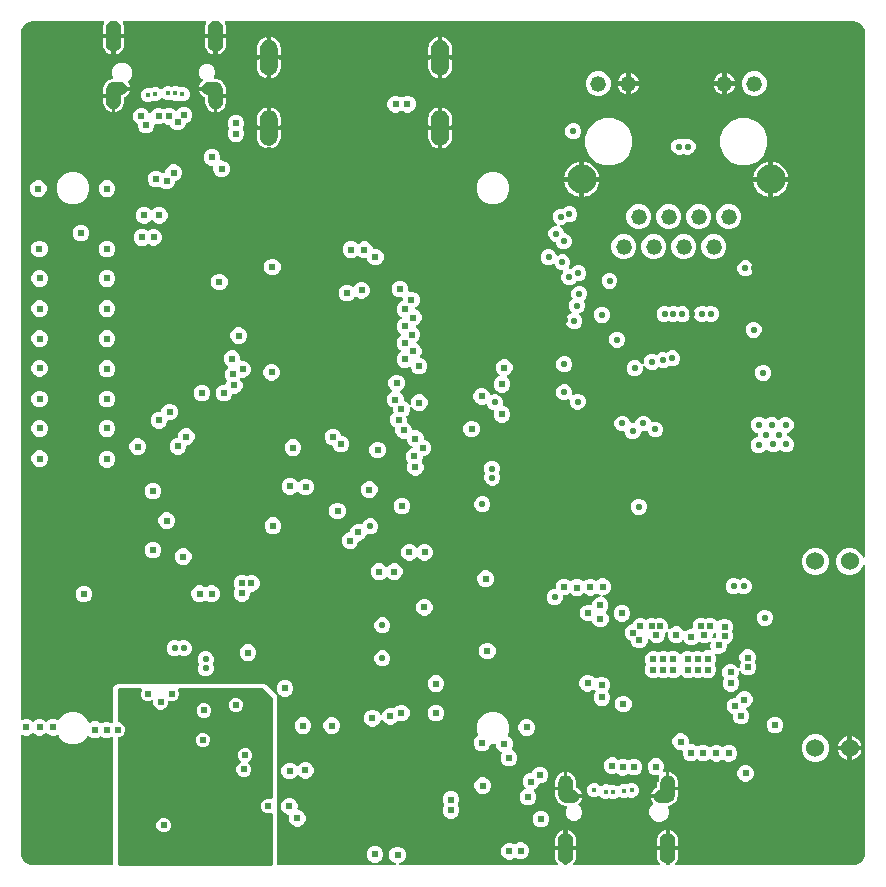
<source format=gbr>
G04 EAGLE Gerber RS-274X export*
G75*
%MOMM*%
%FSLAX34Y34*%
%LPD*%
%INCopper Layer 2*%
%IPPOS*%
%AMOC8*
5,1,8,0,0,1.08239X$1,22.5*%
G01*
%ADD10C,0.808000*%
%ADD11C,1.408000*%
%ADD12C,1.108000*%
%ADD13C,1.208000*%
%ADD14C,1.524000*%
%ADD15C,1.320800*%
%ADD16C,2.476500*%
%ADD17C,0.609600*%
%ADD18C,6.000000*%
%ADD19C,0.406400*%
%ADD20C,0.503200*%
%ADD21C,0.553200*%
%ADD22C,0.304800*%

G36*
X321636Y5283D02*
X321636Y5283D01*
X321722Y5285D01*
X321776Y5303D01*
X321833Y5311D01*
X321911Y5346D01*
X321993Y5372D01*
X322040Y5404D01*
X322092Y5427D01*
X322158Y5482D01*
X322229Y5530D01*
X322266Y5574D01*
X322309Y5610D01*
X322357Y5682D01*
X322412Y5748D01*
X322435Y5800D01*
X322467Y5847D01*
X322493Y5929D01*
X322527Y6008D01*
X322535Y6064D01*
X322552Y6118D01*
X322555Y6204D01*
X322566Y6289D01*
X322558Y6345D01*
X322560Y6402D01*
X322538Y6485D01*
X322526Y6571D01*
X322502Y6622D01*
X322488Y6677D01*
X322444Y6751D01*
X322409Y6830D01*
X322372Y6873D01*
X322343Y6922D01*
X322280Y6981D01*
X322224Y7046D01*
X322182Y7072D01*
X322135Y7116D01*
X322006Y7182D01*
X321940Y7224D01*
X320007Y8024D01*
X318024Y10007D01*
X316951Y12598D01*
X316951Y15402D01*
X318024Y17993D01*
X320007Y19976D01*
X322598Y21049D01*
X325402Y21049D01*
X327993Y19976D01*
X329976Y17993D01*
X331049Y15402D01*
X331049Y12598D01*
X329976Y10007D01*
X327993Y8024D01*
X326060Y7224D01*
X325986Y7180D01*
X325908Y7145D01*
X325865Y7108D01*
X325816Y7079D01*
X325757Y7017D01*
X325691Y6961D01*
X325659Y6914D01*
X325620Y6873D01*
X325581Y6796D01*
X325533Y6725D01*
X325516Y6671D01*
X325490Y6620D01*
X325474Y6536D01*
X325448Y6454D01*
X325446Y6397D01*
X325435Y6341D01*
X325443Y6256D01*
X325440Y6170D01*
X325455Y6115D01*
X325460Y6058D01*
X325490Y5978D01*
X325512Y5895D01*
X325541Y5846D01*
X325562Y5793D01*
X325614Y5724D01*
X325657Y5650D01*
X325699Y5611D01*
X325733Y5566D01*
X325802Y5514D01*
X325865Y5456D01*
X325915Y5430D01*
X325961Y5396D01*
X326041Y5365D01*
X326118Y5326D01*
X326167Y5318D01*
X326227Y5295D01*
X326372Y5284D01*
X326449Y5271D01*
X458688Y5271D01*
X458814Y5288D01*
X458940Y5303D01*
X458954Y5308D01*
X458970Y5311D01*
X459085Y5362D01*
X459203Y5411D01*
X459215Y5421D01*
X459229Y5427D01*
X459326Y5509D01*
X459426Y5588D01*
X459434Y5601D01*
X459446Y5610D01*
X459517Y5716D01*
X459590Y5820D01*
X459595Y5834D01*
X459604Y5847D01*
X459642Y5968D01*
X459684Y6088D01*
X459685Y6104D01*
X459689Y6118D01*
X459693Y6245D01*
X459700Y6372D01*
X459696Y6387D01*
X459697Y6402D01*
X459665Y6525D01*
X459636Y6649D01*
X459629Y6661D01*
X459625Y6677D01*
X459480Y6922D01*
X459471Y6930D01*
X459466Y6939D01*
X458755Y7786D01*
X457960Y9163D01*
X457415Y10658D01*
X457139Y12225D01*
X457139Y17771D01*
X459681Y17771D01*
X459681Y13020D01*
X459683Y13017D01*
X459681Y13015D01*
X459806Y11747D01*
X459811Y11742D01*
X459808Y11738D01*
X460178Y10518D01*
X460184Y10514D01*
X460181Y10509D01*
X460782Y9386D01*
X460789Y9383D01*
X460787Y9378D01*
X461596Y8393D01*
X461603Y8391D01*
X461603Y8386D01*
X462588Y7577D01*
X462595Y7577D01*
X462596Y7572D01*
X463719Y6971D01*
X463727Y6972D01*
X463728Y6968D01*
X464481Y6739D01*
X464481Y6286D01*
X464489Y6228D01*
X464487Y6170D01*
X464509Y6088D01*
X464521Y6004D01*
X464544Y5951D01*
X464559Y5895D01*
X464602Y5822D01*
X464637Y5745D01*
X464675Y5700D01*
X464704Y5650D01*
X464766Y5592D01*
X464820Y5528D01*
X464869Y5496D01*
X464912Y5456D01*
X464987Y5417D01*
X465057Y5370D01*
X465113Y5353D01*
X465165Y5326D01*
X465233Y5315D01*
X465328Y5285D01*
X465428Y5282D01*
X465496Y5271D01*
X466964Y5271D01*
X467022Y5279D01*
X467080Y5277D01*
X467162Y5299D01*
X467246Y5311D01*
X467299Y5334D01*
X467355Y5349D01*
X467428Y5392D01*
X467505Y5427D01*
X467550Y5465D01*
X467600Y5494D01*
X467658Y5556D01*
X467722Y5610D01*
X467754Y5659D01*
X467794Y5702D01*
X467833Y5777D01*
X467880Y5847D01*
X467897Y5903D01*
X467924Y5955D01*
X467935Y6023D01*
X467965Y6118D01*
X467968Y6218D01*
X467979Y6286D01*
X467979Y6739D01*
X468732Y6968D01*
X468736Y6974D01*
X468741Y6971D01*
X469864Y7572D01*
X469867Y7579D01*
X469872Y7577D01*
X470857Y8386D01*
X470859Y8393D01*
X470864Y8393D01*
X471673Y9378D01*
X471673Y9385D01*
X471678Y9386D01*
X472279Y10509D01*
X472278Y10517D01*
X472282Y10518D01*
X472652Y11738D01*
X472650Y11744D01*
X472654Y11747D01*
X472779Y13015D01*
X472777Y13018D01*
X472779Y13020D01*
X472779Y17771D01*
X475321Y17771D01*
X475321Y12225D01*
X475045Y10658D01*
X474500Y9163D01*
X473705Y7786D01*
X472994Y6939D01*
X472927Y6831D01*
X472856Y6725D01*
X472852Y6710D01*
X472844Y6697D01*
X472809Y6575D01*
X472771Y6454D01*
X472770Y6439D01*
X472766Y6424D01*
X472767Y6297D01*
X472763Y6170D01*
X472767Y6155D01*
X472767Y6140D01*
X472803Y6017D01*
X472835Y5895D01*
X472843Y5882D01*
X472847Y5867D01*
X472916Y5759D01*
X472980Y5650D01*
X472992Y5640D01*
X473000Y5627D01*
X473095Y5543D01*
X473188Y5456D01*
X473201Y5449D01*
X473213Y5439D01*
X473327Y5384D01*
X473441Y5326D01*
X473455Y5324D01*
X473470Y5317D01*
X473750Y5271D01*
X473762Y5272D01*
X473772Y5271D01*
X545088Y5271D01*
X545214Y5288D01*
X545340Y5303D01*
X545354Y5308D01*
X545370Y5311D01*
X545485Y5362D01*
X545603Y5411D01*
X545615Y5421D01*
X545629Y5427D01*
X545726Y5509D01*
X545826Y5588D01*
X545834Y5601D01*
X545846Y5610D01*
X545917Y5716D01*
X545990Y5820D01*
X545995Y5834D01*
X546004Y5847D01*
X546042Y5968D01*
X546084Y6088D01*
X546085Y6104D01*
X546089Y6118D01*
X546093Y6245D01*
X546100Y6372D01*
X546096Y6387D01*
X546097Y6402D01*
X546065Y6525D01*
X546036Y6649D01*
X546029Y6661D01*
X546025Y6677D01*
X545880Y6922D01*
X545871Y6930D01*
X545866Y6939D01*
X545155Y7786D01*
X544360Y9163D01*
X543815Y10658D01*
X543539Y12225D01*
X543539Y17771D01*
X546081Y17771D01*
X546081Y13020D01*
X546083Y13017D01*
X546081Y13015D01*
X546206Y11747D01*
X546211Y11742D01*
X546208Y11738D01*
X546578Y10518D01*
X546584Y10514D01*
X546581Y10509D01*
X547182Y9386D01*
X547189Y9383D01*
X547187Y9378D01*
X547996Y8393D01*
X548003Y8391D01*
X548003Y8386D01*
X548988Y7577D01*
X548995Y7577D01*
X548996Y7572D01*
X550119Y6971D01*
X550127Y6972D01*
X550128Y6968D01*
X550881Y6739D01*
X550881Y6286D01*
X550889Y6228D01*
X550887Y6170D01*
X550909Y6088D01*
X550921Y6004D01*
X550944Y5951D01*
X550959Y5895D01*
X551002Y5822D01*
X551037Y5745D01*
X551075Y5700D01*
X551104Y5650D01*
X551166Y5592D01*
X551220Y5528D01*
X551269Y5496D01*
X551312Y5456D01*
X551387Y5417D01*
X551457Y5370D01*
X551513Y5353D01*
X551565Y5326D01*
X551633Y5315D01*
X551728Y5285D01*
X551828Y5282D01*
X551896Y5271D01*
X553364Y5271D01*
X553422Y5279D01*
X553480Y5277D01*
X553562Y5299D01*
X553646Y5311D01*
X553699Y5334D01*
X553755Y5349D01*
X553828Y5392D01*
X553905Y5427D01*
X553950Y5465D01*
X554000Y5494D01*
X554058Y5556D01*
X554122Y5610D01*
X554154Y5659D01*
X554194Y5702D01*
X554233Y5777D01*
X554280Y5847D01*
X554297Y5903D01*
X554324Y5955D01*
X554335Y6023D01*
X554365Y6118D01*
X554368Y6218D01*
X554379Y6286D01*
X554379Y6739D01*
X555132Y6968D01*
X555136Y6974D01*
X555141Y6971D01*
X556264Y7572D01*
X556267Y7579D01*
X556272Y7577D01*
X557257Y8386D01*
X557259Y8393D01*
X557264Y8393D01*
X558073Y9378D01*
X558073Y9385D01*
X558078Y9386D01*
X558679Y10509D01*
X558678Y10517D01*
X558682Y10518D01*
X559052Y11738D01*
X559050Y11744D01*
X559054Y11747D01*
X559179Y13015D01*
X559177Y13018D01*
X559179Y13020D01*
X559179Y17771D01*
X561721Y17771D01*
X561721Y12225D01*
X561445Y10658D01*
X560900Y9163D01*
X560105Y7786D01*
X559394Y6939D01*
X559327Y6831D01*
X559256Y6725D01*
X559252Y6710D01*
X559244Y6697D01*
X559209Y6575D01*
X559171Y6454D01*
X559170Y6439D01*
X559166Y6424D01*
X559167Y6297D01*
X559163Y6170D01*
X559167Y6155D01*
X559167Y6140D01*
X559203Y6017D01*
X559235Y5895D01*
X559243Y5882D01*
X559247Y5867D01*
X559316Y5759D01*
X559380Y5650D01*
X559392Y5640D01*
X559400Y5627D01*
X559495Y5543D01*
X559588Y5456D01*
X559601Y5449D01*
X559613Y5439D01*
X559727Y5384D01*
X559841Y5326D01*
X559855Y5324D01*
X559870Y5317D01*
X560150Y5271D01*
X560162Y5272D01*
X560172Y5271D01*
X710000Y5271D01*
X710056Y5279D01*
X710100Y5276D01*
X711800Y5443D01*
X712076Y5510D01*
X712082Y5514D01*
X712089Y5515D01*
X715230Y6817D01*
X715256Y6832D01*
X715286Y6842D01*
X715350Y6887D01*
X715475Y6961D01*
X715519Y7008D01*
X715559Y7037D01*
X717963Y9441D01*
X717982Y9465D01*
X718005Y9486D01*
X718047Y9552D01*
X718134Y9668D01*
X718157Y9728D01*
X718183Y9770D01*
X719485Y12911D01*
X719555Y13187D01*
X719555Y13194D01*
X719557Y13200D01*
X719724Y14900D01*
X719722Y14957D01*
X719729Y15000D01*
X719729Y258297D01*
X719717Y258382D01*
X719715Y258468D01*
X719697Y258522D01*
X719689Y258578D01*
X719654Y258656D01*
X719628Y258738D01*
X719596Y258786D01*
X719573Y258838D01*
X719518Y258903D01*
X719470Y258975D01*
X719426Y259011D01*
X719390Y259055D01*
X719318Y259102D01*
X719252Y259158D01*
X719200Y259181D01*
X719153Y259212D01*
X719071Y259238D01*
X718992Y259273D01*
X718936Y259281D01*
X718882Y259298D01*
X718796Y259300D01*
X718711Y259312D01*
X718655Y259304D01*
X718598Y259305D01*
X718515Y259284D01*
X718430Y259271D01*
X718378Y259248D01*
X718323Y259233D01*
X718249Y259190D01*
X718170Y259154D01*
X718127Y259117D01*
X718078Y259088D01*
X718019Y259026D01*
X717954Y258970D01*
X717928Y258928D01*
X717884Y258881D01*
X717818Y258752D01*
X717776Y258685D01*
X716630Y255917D01*
X713361Y252648D01*
X709089Y250879D01*
X704467Y250879D01*
X700195Y252648D01*
X696926Y255917D01*
X695157Y260189D01*
X695157Y264811D01*
X696926Y269083D01*
X700195Y272352D01*
X704467Y274121D01*
X709089Y274121D01*
X713361Y272352D01*
X716630Y269083D01*
X717776Y266315D01*
X717820Y266241D01*
X717855Y266162D01*
X717892Y266119D01*
X717921Y266070D01*
X717983Y266011D01*
X718039Y265945D01*
X718086Y265914D01*
X718127Y265875D01*
X718204Y265835D01*
X718275Y265788D01*
X718329Y265771D01*
X718380Y265745D01*
X718464Y265728D01*
X718546Y265702D01*
X718603Y265701D01*
X718659Y265690D01*
X718744Y265697D01*
X718830Y265695D01*
X718885Y265709D01*
X718942Y265714D01*
X719022Y265745D01*
X719105Y265767D01*
X719154Y265796D01*
X719207Y265816D01*
X719276Y265868D01*
X719350Y265912D01*
X719389Y265953D01*
X719434Y265988D01*
X719486Y266056D01*
X719544Y266119D01*
X719570Y266170D01*
X719604Y266215D01*
X719635Y266296D01*
X719674Y266372D01*
X719682Y266421D01*
X719705Y266481D01*
X719716Y266626D01*
X719729Y266703D01*
X719729Y710000D01*
X719721Y710056D01*
X719724Y710100D01*
X719557Y711800D01*
X719490Y712076D01*
X719486Y712082D01*
X719485Y712089D01*
X718183Y715230D01*
X718168Y715256D01*
X718158Y715286D01*
X718113Y715350D01*
X718039Y715475D01*
X717992Y715519D01*
X717963Y715559D01*
X715559Y717963D01*
X715535Y717982D01*
X715514Y718005D01*
X715448Y718047D01*
X715332Y718134D01*
X715272Y718157D01*
X715230Y718183D01*
X712089Y719485D01*
X711813Y719555D01*
X711806Y719555D01*
X711800Y719557D01*
X710100Y719724D01*
X710043Y719722D01*
X710000Y719729D01*
X178646Y719729D01*
X178607Y719724D01*
X178568Y719726D01*
X178467Y719704D01*
X178364Y719689D01*
X178328Y719673D01*
X178290Y719665D01*
X178199Y719616D01*
X178105Y719573D01*
X178075Y719548D01*
X178041Y719529D01*
X177967Y719456D01*
X177888Y719390D01*
X177866Y719357D01*
X177838Y719330D01*
X177788Y719239D01*
X177730Y719153D01*
X177718Y719116D01*
X177699Y719082D01*
X177676Y718981D01*
X177644Y718882D01*
X177643Y718843D01*
X177634Y718805D01*
X177640Y718701D01*
X177637Y718598D01*
X177647Y718560D01*
X177649Y718521D01*
X177676Y718448D01*
X177709Y718323D01*
X177747Y718259D01*
X177766Y718206D01*
X178170Y717507D01*
X178715Y716012D01*
X178991Y714445D01*
X178991Y708899D01*
X176449Y708899D01*
X176449Y713650D01*
X176447Y713653D01*
X176449Y713655D01*
X176324Y714923D01*
X176319Y714928D01*
X176322Y714932D01*
X175952Y716152D01*
X175947Y716156D01*
X175949Y716161D01*
X175348Y717284D01*
X175341Y717287D01*
X175343Y717292D01*
X174534Y718277D01*
X174527Y718279D01*
X174527Y718284D01*
X173542Y719093D01*
X173535Y719093D01*
X173534Y719098D01*
X172411Y719699D01*
X172404Y719698D01*
X172402Y719702D01*
X171182Y720072D01*
X171176Y720070D01*
X171173Y720074D01*
X169905Y720199D01*
X169899Y720195D01*
X169895Y720199D01*
X168627Y720074D01*
X168622Y720069D01*
X168618Y720072D01*
X167398Y719702D01*
X167394Y719697D01*
X167389Y719699D01*
X166266Y719098D01*
X166263Y719091D01*
X166258Y719093D01*
X165273Y718284D01*
X165271Y718277D01*
X165266Y718277D01*
X164457Y717292D01*
X164457Y717285D01*
X164452Y717284D01*
X163851Y716161D01*
X163852Y716154D01*
X163848Y716152D01*
X163478Y714932D01*
X163480Y714926D01*
X163476Y714923D01*
X163351Y713655D01*
X163353Y713652D01*
X163351Y713650D01*
X163351Y708899D01*
X160809Y708899D01*
X160809Y714445D01*
X161085Y716012D01*
X161630Y717507D01*
X162034Y718206D01*
X162048Y718243D01*
X162070Y718275D01*
X162101Y718374D01*
X162140Y718470D01*
X162144Y718509D01*
X162156Y718546D01*
X162158Y718650D01*
X162169Y718753D01*
X162162Y718791D01*
X162163Y718830D01*
X162137Y718931D01*
X162118Y719033D01*
X162101Y719068D01*
X162091Y719105D01*
X162038Y719194D01*
X161992Y719287D01*
X161966Y719316D01*
X161946Y719350D01*
X161870Y719421D01*
X161800Y719497D01*
X161767Y719518D01*
X161739Y719544D01*
X161646Y719592D01*
X161558Y719646D01*
X161520Y719656D01*
X161485Y719674D01*
X161409Y719687D01*
X161284Y719721D01*
X161209Y719720D01*
X161154Y719729D01*
X92246Y719729D01*
X92207Y719724D01*
X92168Y719726D01*
X92067Y719704D01*
X91964Y719689D01*
X91929Y719673D01*
X91890Y719665D01*
X91799Y719616D01*
X91705Y719573D01*
X91675Y719548D01*
X91641Y719529D01*
X91567Y719456D01*
X91488Y719390D01*
X91466Y719357D01*
X91438Y719330D01*
X91388Y719239D01*
X91330Y719153D01*
X91318Y719116D01*
X91299Y719082D01*
X91276Y718981D01*
X91244Y718882D01*
X91243Y718843D01*
X91234Y718805D01*
X91240Y718701D01*
X91237Y718598D01*
X91247Y718560D01*
X91249Y718521D01*
X91276Y718448D01*
X91309Y718323D01*
X91347Y718259D01*
X91366Y718206D01*
X91770Y717507D01*
X92315Y716012D01*
X92591Y714445D01*
X92591Y708899D01*
X90049Y708899D01*
X90049Y713650D01*
X90047Y713653D01*
X90049Y713655D01*
X89924Y714923D01*
X89919Y714928D01*
X89922Y714932D01*
X89552Y716152D01*
X89547Y716156D01*
X89549Y716161D01*
X88948Y717284D01*
X88941Y717287D01*
X88943Y717292D01*
X88134Y718277D01*
X88127Y718279D01*
X88127Y718284D01*
X87142Y719093D01*
X87135Y719093D01*
X87134Y719098D01*
X86011Y719699D01*
X86004Y719698D01*
X86002Y719702D01*
X84782Y720072D01*
X84776Y720070D01*
X84773Y720074D01*
X83505Y720199D01*
X83499Y720195D01*
X83495Y720199D01*
X82227Y720074D01*
X82222Y720069D01*
X82218Y720072D01*
X80998Y719702D01*
X80994Y719697D01*
X80989Y719699D01*
X79866Y719098D01*
X79863Y719091D01*
X79858Y719093D01*
X78873Y718284D01*
X78871Y718277D01*
X78866Y718277D01*
X78057Y717292D01*
X78057Y717285D01*
X78052Y717284D01*
X77451Y716161D01*
X77452Y716154D01*
X77448Y716152D01*
X77078Y714932D01*
X77080Y714926D01*
X77076Y714923D01*
X76951Y713655D01*
X76953Y713652D01*
X76951Y713650D01*
X76951Y708899D01*
X74409Y708899D01*
X74409Y714445D01*
X74685Y716012D01*
X75230Y717507D01*
X75634Y718206D01*
X75648Y718243D01*
X75670Y718275D01*
X75701Y718374D01*
X75740Y718470D01*
X75744Y718509D01*
X75756Y718546D01*
X75758Y718650D01*
X75769Y718753D01*
X75762Y718791D01*
X75763Y718830D01*
X75737Y718931D01*
X75718Y719033D01*
X75701Y719068D01*
X75691Y719105D01*
X75638Y719194D01*
X75592Y719287D01*
X75566Y719316D01*
X75546Y719350D01*
X75470Y719421D01*
X75400Y719497D01*
X75367Y719518D01*
X75339Y719544D01*
X75246Y719592D01*
X75158Y719646D01*
X75120Y719656D01*
X75085Y719674D01*
X75009Y719687D01*
X74884Y719721D01*
X74809Y719720D01*
X74754Y719729D01*
X15000Y719729D01*
X14944Y719721D01*
X14901Y719724D01*
X13200Y719557D01*
X12924Y719490D01*
X12918Y719486D01*
X12911Y719485D01*
X9770Y718183D01*
X9744Y718168D01*
X9714Y718158D01*
X9650Y718113D01*
X9525Y718039D01*
X9481Y717992D01*
X9441Y717963D01*
X7037Y715559D01*
X7018Y715535D01*
X6995Y715514D01*
X6953Y715448D01*
X6866Y715332D01*
X6843Y715272D01*
X6817Y715230D01*
X5515Y712089D01*
X5445Y711813D01*
X5445Y711806D01*
X5443Y711800D01*
X5276Y710100D01*
X5278Y710043D01*
X5271Y710000D01*
X5271Y129238D01*
X5287Y129124D01*
X5297Y129010D01*
X5307Y128984D01*
X5311Y128957D01*
X5358Y128852D01*
X5399Y128745D01*
X5415Y128723D01*
X5427Y128697D01*
X5501Y128610D01*
X5570Y128518D01*
X5593Y128501D01*
X5610Y128480D01*
X5706Y128417D01*
X5798Y128348D01*
X5824Y128338D01*
X5847Y128323D01*
X5957Y128288D01*
X6064Y128247D01*
X6092Y128245D01*
X6118Y128237D01*
X6233Y128234D01*
X6347Y128225D01*
X6372Y128230D01*
X6402Y128230D01*
X6659Y128297D01*
X6675Y128300D01*
X8168Y128919D01*
X10972Y128919D01*
X13563Y127846D01*
X14567Y126841D01*
X14614Y126806D01*
X14654Y126764D01*
X14727Y126721D01*
X14794Y126670D01*
X14849Y126650D01*
X14899Y126620D01*
X14981Y126599D01*
X15060Y126569D01*
X15118Y126564D01*
X15175Y126550D01*
X15259Y126553D01*
X15343Y126546D01*
X15401Y126557D01*
X15459Y126559D01*
X15539Y126585D01*
X15622Y126602D01*
X15674Y126628D01*
X15730Y126646D01*
X15786Y126686D01*
X15874Y126732D01*
X15947Y126801D01*
X16003Y126841D01*
X17007Y127846D01*
X19598Y128919D01*
X22402Y128919D01*
X24993Y127846D01*
X25997Y126841D01*
X26044Y126806D01*
X26084Y126764D01*
X26157Y126721D01*
X26224Y126670D01*
X26279Y126650D01*
X26329Y126620D01*
X26411Y126599D01*
X26490Y126569D01*
X26548Y126564D01*
X26605Y126550D01*
X26689Y126553D01*
X26773Y126546D01*
X26831Y126557D01*
X26889Y126559D01*
X26969Y126585D01*
X27052Y126602D01*
X27104Y126628D01*
X27160Y126646D01*
X27216Y126686D01*
X27304Y126732D01*
X27377Y126801D01*
X27433Y126841D01*
X28437Y127846D01*
X31028Y128919D01*
X33832Y128919D01*
X36136Y127964D01*
X36193Y127950D01*
X36246Y127926D01*
X36330Y127914D01*
X36412Y127893D01*
X36470Y127895D01*
X36528Y127887D01*
X36612Y127899D01*
X36696Y127901D01*
X36752Y127919D01*
X36809Y127928D01*
X36886Y127962D01*
X36967Y127988D01*
X37015Y128021D01*
X37069Y128045D01*
X37133Y128099D01*
X37203Y128146D01*
X37240Y128191D01*
X37285Y128229D01*
X37322Y128288D01*
X37386Y128364D01*
X37426Y128455D01*
X37463Y128514D01*
X37743Y129189D01*
X41611Y133057D01*
X46665Y135151D01*
X52135Y135151D01*
X57189Y133057D01*
X61057Y129189D01*
X62244Y126324D01*
X62303Y126225D01*
X62356Y126122D01*
X62375Y126102D01*
X62389Y126079D01*
X62472Y126000D01*
X62552Y125916D01*
X62576Y125903D01*
X62595Y125884D01*
X62698Y125831D01*
X62797Y125773D01*
X62824Y125766D01*
X62848Y125754D01*
X62961Y125731D01*
X63073Y125703D01*
X63100Y125704D01*
X63127Y125699D01*
X63242Y125708D01*
X63357Y125712D01*
X63383Y125721D01*
X63410Y125723D01*
X63517Y125764D01*
X63627Y125800D01*
X63648Y125814D01*
X63676Y125825D01*
X63689Y125835D01*
X66368Y126945D01*
X69172Y126945D01*
X71763Y125872D01*
X72107Y125527D01*
X72154Y125492D01*
X72194Y125450D01*
X72267Y125407D01*
X72334Y125356D01*
X72389Y125336D01*
X72439Y125306D01*
X72521Y125285D01*
X72600Y125255D01*
X72658Y125250D01*
X72715Y125236D01*
X72799Y125239D01*
X72883Y125232D01*
X72941Y125243D01*
X72999Y125245D01*
X73079Y125271D01*
X73162Y125288D01*
X73214Y125314D01*
X73270Y125332D01*
X73326Y125373D01*
X73414Y125419D01*
X73487Y125487D01*
X73543Y125527D01*
X73627Y125612D01*
X76218Y126685D01*
X79022Y126685D01*
X81767Y125548D01*
X81769Y125547D01*
X81770Y125547D01*
X81904Y125512D01*
X82042Y125477D01*
X82044Y125477D01*
X82045Y125476D01*
X82186Y125481D01*
X82326Y125485D01*
X82328Y125485D01*
X82330Y125486D01*
X82462Y125528D01*
X82597Y125572D01*
X82599Y125573D01*
X82600Y125573D01*
X82612Y125582D01*
X82833Y125730D01*
X82853Y125753D01*
X82873Y125768D01*
X83042Y125936D01*
X83094Y126006D01*
X83154Y126070D01*
X83180Y126119D01*
X83213Y126164D01*
X83244Y126245D01*
X83284Y126323D01*
X83292Y126371D01*
X83314Y126429D01*
X83326Y126577D01*
X83339Y126654D01*
X83339Y154648D01*
X84142Y156586D01*
X85624Y158068D01*
X87562Y158871D01*
X210988Y158871D01*
X212926Y158068D01*
X220838Y150156D01*
X220906Y150104D01*
X220969Y150045D01*
X221020Y150019D01*
X221065Y149985D01*
X221145Y149955D01*
X221222Y149915D01*
X221278Y149904D01*
X221331Y149884D01*
X221416Y149877D01*
X221485Y149863D01*
X221482Y149824D01*
X221468Y149769D01*
X221470Y149683D01*
X221463Y149598D01*
X221475Y149549D01*
X221477Y149485D01*
X221521Y149347D01*
X221539Y149270D01*
X222211Y147648D01*
X222211Y6286D01*
X222219Y6228D01*
X222217Y6170D01*
X222239Y6088D01*
X222251Y6004D01*
X222274Y5951D01*
X222289Y5895D01*
X222332Y5822D01*
X222367Y5745D01*
X222405Y5700D01*
X222434Y5650D01*
X222496Y5592D01*
X222550Y5528D01*
X222599Y5496D01*
X222642Y5456D01*
X222717Y5417D01*
X222787Y5370D01*
X222843Y5353D01*
X222895Y5326D01*
X222963Y5315D01*
X223058Y5285D01*
X223158Y5282D01*
X223226Y5271D01*
X321551Y5271D01*
X321636Y5283D01*
G37*
G36*
X217058Y4686D02*
X217058Y4686D01*
X217177Y4693D01*
X217215Y4706D01*
X217256Y4711D01*
X217366Y4754D01*
X217479Y4791D01*
X217514Y4813D01*
X217551Y4828D01*
X217647Y4898D01*
X217748Y4961D01*
X217776Y4991D01*
X217809Y5014D01*
X217885Y5106D01*
X217966Y5193D01*
X217986Y5228D01*
X218011Y5259D01*
X218062Y5367D01*
X218120Y5471D01*
X218130Y5511D01*
X218147Y5547D01*
X218169Y5664D01*
X218199Y5779D01*
X218203Y5840D01*
X218207Y5860D01*
X218205Y5880D01*
X218209Y5940D01*
X218209Y48496D01*
X218203Y48545D01*
X218205Y48595D01*
X218183Y48702D01*
X218169Y48811D01*
X218151Y48857D01*
X218141Y48906D01*
X218093Y49005D01*
X218052Y49107D01*
X218023Y49147D01*
X218001Y49192D01*
X217930Y49275D01*
X217866Y49364D01*
X217827Y49396D01*
X217795Y49434D01*
X217705Y49497D01*
X217621Y49567D01*
X217576Y49588D01*
X217535Y49617D01*
X217432Y49656D01*
X217333Y49703D01*
X217284Y49712D01*
X217238Y49730D01*
X217128Y49742D01*
X217021Y49762D01*
X216971Y49759D01*
X216922Y49765D01*
X216813Y49749D01*
X216703Y49743D01*
X216656Y49727D01*
X216607Y49720D01*
X216454Y49668D01*
X215863Y49423D01*
X213437Y49423D01*
X211196Y50351D01*
X209481Y52066D01*
X208553Y54307D01*
X208553Y56733D01*
X209481Y58974D01*
X211196Y60689D01*
X213437Y61617D01*
X215863Y61617D01*
X216454Y61372D01*
X216502Y61359D01*
X216547Y61337D01*
X216655Y61317D01*
X216761Y61288D01*
X216811Y61287D01*
X216860Y61278D01*
X216969Y61284D01*
X217079Y61283D01*
X217127Y61294D01*
X217177Y61297D01*
X217281Y61331D01*
X217388Y61357D01*
X217432Y61380D01*
X217479Y61395D01*
X217572Y61454D01*
X217669Y61506D01*
X217706Y61539D01*
X217748Y61566D01*
X217823Y61646D01*
X217905Y61719D01*
X217932Y61761D01*
X217966Y61797D01*
X218019Y61893D01*
X218079Y61985D01*
X218096Y62032D01*
X218120Y62076D01*
X218147Y62182D01*
X218183Y62286D01*
X218187Y62336D01*
X218199Y62384D01*
X218209Y62544D01*
X218209Y146600D01*
X218197Y146698D01*
X218194Y146797D01*
X218177Y146855D01*
X218169Y146916D01*
X218133Y147008D01*
X218105Y147103D01*
X218075Y147155D01*
X218052Y147211D01*
X217994Y147291D01*
X217944Y147377D01*
X217878Y147452D01*
X217866Y147469D01*
X217856Y147476D01*
X217838Y147498D01*
X210838Y154498D01*
X210759Y154558D01*
X210687Y154626D01*
X210634Y154655D01*
X210586Y154692D01*
X210495Y154732D01*
X210409Y154780D01*
X210350Y154795D01*
X210294Y154819D01*
X210196Y154834D01*
X210101Y154859D01*
X210001Y154865D01*
X209980Y154869D01*
X209968Y154867D01*
X209940Y154869D01*
X139430Y154869D01*
X139381Y154863D01*
X139331Y154865D01*
X139224Y154843D01*
X139115Y154829D01*
X139068Y154811D01*
X139020Y154801D01*
X138921Y154753D01*
X138819Y154712D01*
X138779Y154683D01*
X138734Y154661D01*
X138651Y154590D01*
X138562Y154526D01*
X138530Y154487D01*
X138492Y154455D01*
X138429Y154365D01*
X138359Y154281D01*
X138338Y154236D01*
X138309Y154195D01*
X138270Y154092D01*
X138223Y153993D01*
X138214Y153944D01*
X138196Y153898D01*
X138184Y153788D01*
X138164Y153681D01*
X138167Y153631D01*
X138161Y153582D01*
X138176Y153473D01*
X138183Y153363D01*
X138199Y153316D01*
X138206Y153267D01*
X138258Y153114D01*
X138797Y151813D01*
X138797Y149387D01*
X137869Y147146D01*
X136154Y145431D01*
X133913Y144503D01*
X131487Y144503D01*
X131312Y144576D01*
X131264Y144589D01*
X131219Y144610D01*
X131111Y144631D01*
X131005Y144660D01*
X130955Y144661D01*
X130906Y144670D01*
X130797Y144663D01*
X130687Y144665D01*
X130639Y144653D01*
X130589Y144650D01*
X130485Y144616D01*
X130378Y144591D01*
X130334Y144568D01*
X130287Y144552D01*
X130194Y144493D01*
X130097Y144442D01*
X130060Y144409D01*
X130018Y144382D01*
X129943Y144302D01*
X129861Y144228D01*
X129834Y144187D01*
X129800Y144150D01*
X129747Y144054D01*
X129687Y143962D01*
X129670Y143915D01*
X129646Y143872D01*
X129619Y143766D01*
X129583Y143662D01*
X129579Y143612D01*
X129567Y143564D01*
X129557Y143403D01*
X129557Y141887D01*
X128629Y139646D01*
X126914Y137931D01*
X124673Y137003D01*
X122247Y137003D01*
X120006Y137931D01*
X118291Y139646D01*
X117363Y141887D01*
X117363Y143619D01*
X117357Y143669D01*
X117359Y143718D01*
X117337Y143826D01*
X117323Y143935D01*
X117305Y143981D01*
X117295Y144030D01*
X117247Y144128D01*
X117206Y144231D01*
X117177Y144271D01*
X117155Y144315D01*
X117084Y144399D01*
X117020Y144488D01*
X116981Y144520D01*
X116949Y144557D01*
X116859Y144621D01*
X116775Y144691D01*
X116730Y144712D01*
X116689Y144741D01*
X116586Y144780D01*
X116487Y144826D01*
X116438Y144836D01*
X116392Y144853D01*
X116282Y144865D01*
X116175Y144886D01*
X116125Y144883D01*
X116076Y144889D01*
X115967Y144873D01*
X115857Y144866D01*
X115810Y144851D01*
X115761Y144844D01*
X115608Y144792D01*
X114163Y144193D01*
X111737Y144193D01*
X109496Y145121D01*
X107781Y146836D01*
X106853Y149077D01*
X106853Y151503D01*
X107521Y153114D01*
X107534Y153162D01*
X107555Y153207D01*
X107576Y153315D01*
X107605Y153421D01*
X107606Y153471D01*
X107615Y153520D01*
X107608Y153629D01*
X107610Y153739D01*
X107598Y153787D01*
X107595Y153837D01*
X107561Y153941D01*
X107536Y154048D01*
X107512Y154092D01*
X107497Y154139D01*
X107438Y154232D01*
X107387Y154329D01*
X107354Y154366D01*
X107327Y154408D01*
X107247Y154483D01*
X107173Y154565D01*
X107131Y154592D01*
X107095Y154626D01*
X106999Y154679D01*
X106907Y154739D01*
X106860Y154756D01*
X106817Y154780D01*
X106711Y154807D01*
X106606Y154843D01*
X106557Y154847D01*
X106509Y154859D01*
X106348Y154869D01*
X88610Y154869D01*
X88492Y154854D01*
X88373Y154847D01*
X88335Y154834D01*
X88294Y154829D01*
X88184Y154786D01*
X88071Y154749D01*
X88036Y154727D01*
X87999Y154712D01*
X87903Y154643D01*
X87802Y154579D01*
X87774Y154549D01*
X87741Y154526D01*
X87666Y154434D01*
X87584Y154347D01*
X87564Y154312D01*
X87539Y154281D01*
X87488Y154173D01*
X87430Y154069D01*
X87420Y154029D01*
X87403Y153993D01*
X87381Y153876D01*
X87351Y153761D01*
X87347Y153701D01*
X87343Y153681D01*
X87345Y153660D01*
X87341Y153600D01*
X87341Y127274D01*
X87344Y127245D01*
X87342Y127216D01*
X87364Y127088D01*
X87381Y126959D01*
X87391Y126931D01*
X87397Y126902D01*
X87450Y126784D01*
X87498Y126663D01*
X87515Y126639D01*
X87527Y126612D01*
X87608Y126511D01*
X87684Y126406D01*
X87707Y126387D01*
X87726Y126364D01*
X87829Y126286D01*
X87929Y126203D01*
X87956Y126190D01*
X87980Y126173D01*
X88124Y126102D01*
X90484Y125125D01*
X92199Y123410D01*
X93127Y121169D01*
X93127Y118743D01*
X92199Y116502D01*
X90484Y114787D01*
X88124Y113810D01*
X88099Y113796D01*
X88071Y113786D01*
X87961Y113717D01*
X87848Y113653D01*
X87827Y113632D01*
X87802Y113616D01*
X87713Y113522D01*
X87620Y113431D01*
X87604Y113406D01*
X87584Y113385D01*
X87521Y113271D01*
X87453Y113160D01*
X87445Y113132D01*
X87430Y113106D01*
X87398Y112980D01*
X87360Y112856D01*
X87358Y112827D01*
X87351Y112798D01*
X87341Y112638D01*
X87341Y5940D01*
X87356Y5822D01*
X87363Y5703D01*
X87376Y5665D01*
X87381Y5624D01*
X87424Y5514D01*
X87461Y5401D01*
X87483Y5366D01*
X87498Y5329D01*
X87568Y5233D01*
X87631Y5132D01*
X87661Y5104D01*
X87684Y5071D01*
X87776Y4996D01*
X87863Y4914D01*
X87898Y4894D01*
X87929Y4869D01*
X88037Y4818D01*
X88141Y4760D01*
X88181Y4750D01*
X88217Y4733D01*
X88334Y4711D01*
X88449Y4681D01*
X88510Y4677D01*
X88530Y4673D01*
X88550Y4675D01*
X88610Y4671D01*
X216940Y4671D01*
X217058Y4686D01*
G37*
G36*
X82382Y5279D02*
X82382Y5279D01*
X82440Y5277D01*
X82522Y5299D01*
X82606Y5311D01*
X82659Y5334D01*
X82715Y5349D01*
X82788Y5392D01*
X82865Y5427D01*
X82910Y5465D01*
X82960Y5494D01*
X83018Y5556D01*
X83082Y5610D01*
X83114Y5659D01*
X83154Y5702D01*
X83193Y5777D01*
X83240Y5847D01*
X83257Y5903D01*
X83284Y5955D01*
X83295Y6023D01*
X83325Y6118D01*
X83328Y6218D01*
X83339Y6286D01*
X83339Y112936D01*
X83335Y112965D01*
X83338Y112994D01*
X83315Y113105D01*
X83299Y113217D01*
X83287Y113244D01*
X83282Y113273D01*
X83229Y113374D01*
X83183Y113477D01*
X83164Y113499D01*
X83151Y113525D01*
X83073Y113607D01*
X83000Y113694D01*
X82975Y113710D01*
X82955Y113731D01*
X82857Y113789D01*
X82763Y113851D01*
X82735Y113860D01*
X82710Y113875D01*
X82600Y113903D01*
X82492Y113937D01*
X82463Y113938D01*
X82434Y113945D01*
X82321Y113941D01*
X82208Y113944D01*
X82179Y113937D01*
X82150Y113936D01*
X82042Y113901D01*
X81933Y113873D01*
X81907Y113858D01*
X81879Y113849D01*
X81815Y113803D01*
X81688Y113727D01*
X81645Y113682D01*
X81619Y113663D01*
X79022Y112587D01*
X76218Y112587D01*
X73627Y113660D01*
X73283Y114005D01*
X73236Y114040D01*
X73196Y114082D01*
X73123Y114125D01*
X73056Y114176D01*
X73001Y114196D01*
X72951Y114226D01*
X72869Y114247D01*
X72790Y114277D01*
X72732Y114282D01*
X72675Y114296D01*
X72591Y114293D01*
X72507Y114300D01*
X72449Y114289D01*
X72391Y114287D01*
X72311Y114261D01*
X72228Y114244D01*
X72176Y114218D01*
X72120Y114200D01*
X72064Y114160D01*
X71976Y114114D01*
X71903Y114045D01*
X71847Y114005D01*
X71763Y113920D01*
X69172Y112847D01*
X66368Y112847D01*
X63777Y113920D01*
X63019Y114679D01*
X62927Y114748D01*
X62839Y114822D01*
X62814Y114833D01*
X62792Y114849D01*
X62685Y114890D01*
X62580Y114937D01*
X62552Y114941D01*
X62526Y114951D01*
X62412Y114960D01*
X62298Y114976D01*
X62270Y114972D01*
X62243Y114974D01*
X62130Y114952D01*
X62017Y114935D01*
X61991Y114924D01*
X61964Y114918D01*
X61862Y114865D01*
X61758Y114818D01*
X61736Y114800D01*
X61712Y114787D01*
X61628Y114708D01*
X61541Y114634D01*
X61528Y114613D01*
X61506Y114592D01*
X61371Y114362D01*
X61363Y114349D01*
X61057Y113611D01*
X57189Y109743D01*
X52135Y107649D01*
X46665Y107649D01*
X41611Y109743D01*
X37743Y113611D01*
X37131Y115089D01*
X37101Y115139D01*
X37080Y115194D01*
X37029Y115261D01*
X36986Y115333D01*
X36944Y115374D01*
X36908Y115420D01*
X36841Y115471D01*
X36779Y115529D01*
X36727Y115555D01*
X36681Y115590D01*
X36602Y115620D01*
X36527Y115659D01*
X36469Y115670D01*
X36415Y115691D01*
X36330Y115698D01*
X36248Y115714D01*
X36190Y115709D01*
X36131Y115714D01*
X36064Y115698D01*
X35965Y115689D01*
X35871Y115654D01*
X35804Y115638D01*
X33832Y114821D01*
X31028Y114821D01*
X28437Y115894D01*
X27433Y116899D01*
X27386Y116934D01*
X27346Y116976D01*
X27273Y117019D01*
X27206Y117070D01*
X27151Y117090D01*
X27101Y117120D01*
X27019Y117141D01*
X26940Y117171D01*
X26882Y117176D01*
X26825Y117190D01*
X26741Y117187D01*
X26657Y117194D01*
X26599Y117183D01*
X26541Y117181D01*
X26461Y117155D01*
X26378Y117138D01*
X26326Y117112D01*
X26270Y117094D01*
X26214Y117053D01*
X26126Y117007D01*
X26053Y116939D01*
X25997Y116899D01*
X24993Y115894D01*
X22402Y114821D01*
X19598Y114821D01*
X17007Y115894D01*
X16003Y116899D01*
X15956Y116934D01*
X15916Y116976D01*
X15843Y117019D01*
X15776Y117070D01*
X15721Y117090D01*
X15671Y117120D01*
X15589Y117141D01*
X15510Y117171D01*
X15452Y117176D01*
X15395Y117190D01*
X15311Y117187D01*
X15227Y117194D01*
X15169Y117183D01*
X15111Y117181D01*
X15031Y117155D01*
X14948Y117138D01*
X14896Y117112D01*
X14840Y117094D01*
X14784Y117053D01*
X14696Y117007D01*
X14623Y116939D01*
X14567Y116899D01*
X13563Y115894D01*
X10972Y114821D01*
X8168Y114821D01*
X6675Y115440D01*
X6563Y115468D01*
X6454Y115503D01*
X6426Y115504D01*
X6399Y115511D01*
X6285Y115508D01*
X6170Y115510D01*
X6143Y115503D01*
X6115Y115503D01*
X6006Y115468D01*
X5895Y115439D01*
X5871Y115424D01*
X5844Y115416D01*
X5749Y115352D01*
X5650Y115293D01*
X5631Y115273D01*
X5608Y115258D01*
X5534Y115170D01*
X5456Y115086D01*
X5443Y115061D01*
X5425Y115040D01*
X5379Y114935D01*
X5326Y114833D01*
X5322Y114808D01*
X5310Y114780D01*
X5273Y114517D01*
X5271Y114502D01*
X5271Y15000D01*
X5279Y14944D01*
X5276Y14900D01*
X5443Y13200D01*
X5510Y12924D01*
X5514Y12918D01*
X5515Y12911D01*
X6817Y9770D01*
X6832Y9744D01*
X6842Y9714D01*
X6887Y9650D01*
X6961Y9525D01*
X7008Y9481D01*
X7037Y9441D01*
X9441Y7037D01*
X9465Y7018D01*
X9486Y6995D01*
X9552Y6953D01*
X9668Y6866D01*
X9728Y6843D01*
X9770Y6817D01*
X12911Y5515D01*
X13187Y5445D01*
X13194Y5445D01*
X13200Y5443D01*
X14900Y5276D01*
X14957Y5278D01*
X15000Y5271D01*
X82324Y5271D01*
X82382Y5279D01*
G37*
%LPC*%
G36*
X539098Y163508D02*
X539098Y163508D01*
X536507Y164581D01*
X534524Y166564D01*
X533451Y169154D01*
X533451Y171958D01*
X534538Y174582D01*
X534560Y174666D01*
X534591Y174748D01*
X534595Y174803D01*
X534609Y174857D01*
X534606Y174944D01*
X534613Y175032D01*
X534602Y175079D01*
X534601Y175141D01*
X534555Y175282D01*
X534538Y175359D01*
X533421Y178054D01*
X533421Y180858D01*
X534494Y183449D01*
X536477Y185432D01*
X539068Y186505D01*
X541872Y186505D01*
X544176Y185551D01*
X544260Y185529D01*
X544342Y185498D01*
X544398Y185494D01*
X544451Y185480D01*
X544538Y185482D01*
X544626Y185475D01*
X544673Y185486D01*
X544735Y185488D01*
X544876Y185533D01*
X544953Y185551D01*
X547498Y186605D01*
X550302Y186605D01*
X552711Y185607D01*
X552796Y185585D01*
X552878Y185554D01*
X552933Y185550D01*
X552987Y185536D01*
X553074Y185539D01*
X553161Y185532D01*
X553209Y185543D01*
X553271Y185544D01*
X553412Y185589D01*
X553489Y185607D01*
X555898Y186605D01*
X558702Y186605D01*
X561293Y185532D01*
X562635Y184190D01*
X562682Y184154D01*
X562722Y184112D01*
X562795Y184069D01*
X562863Y184019D01*
X562917Y183998D01*
X562968Y183968D01*
X563049Y183947D01*
X563128Y183917D01*
X563187Y183913D01*
X563243Y183898D01*
X563327Y183901D01*
X563411Y183894D01*
X563469Y183905D01*
X563527Y183907D01*
X563608Y183933D01*
X563690Y183950D01*
X563742Y183977D01*
X563798Y183995D01*
X563854Y184035D01*
X563943Y184081D01*
X564015Y184149D01*
X564071Y184190D01*
X565687Y185806D01*
X568278Y186879D01*
X571082Y186879D01*
X573425Y185908D01*
X573510Y185886D01*
X573591Y185856D01*
X573647Y185851D01*
X573700Y185837D01*
X573787Y185840D01*
X573875Y185833D01*
X573922Y185844D01*
X573984Y185846D01*
X574125Y185891D01*
X574202Y185908D01*
X576738Y186959D01*
X579542Y186959D01*
X581969Y185953D01*
X582054Y185932D01*
X582136Y185901D01*
X582191Y185896D01*
X582244Y185883D01*
X582332Y185885D01*
X582419Y185878D01*
X582466Y185889D01*
X582529Y185891D01*
X582670Y185936D01*
X582746Y185953D01*
X585318Y187019D01*
X588122Y187019D01*
X588398Y186904D01*
X588427Y186897D01*
X588453Y186884D01*
X588564Y186862D01*
X588673Y186833D01*
X588703Y186834D01*
X588732Y186829D01*
X588844Y186838D01*
X588958Y186842D01*
X588986Y186851D01*
X589015Y186853D01*
X589120Y186894D01*
X589228Y186928D01*
X589253Y186945D01*
X589280Y186955D01*
X589370Y187023D01*
X589464Y187087D01*
X589483Y187109D01*
X589507Y187127D01*
X589574Y187217D01*
X589647Y187304D01*
X589659Y187331D01*
X589677Y187354D01*
X589717Y187460D01*
X589763Y187564D01*
X589767Y187593D01*
X589777Y187620D01*
X589786Y187733D01*
X589802Y187845D01*
X589798Y187874D01*
X589800Y187904D01*
X589782Y187980D01*
X589761Y188127D01*
X589735Y188184D01*
X589725Y188231D01*
X588951Y190098D01*
X588951Y192902D01*
X589103Y193269D01*
X589110Y193297D01*
X589124Y193323D01*
X589146Y193434D01*
X589174Y193544D01*
X589173Y193573D01*
X589179Y193602D01*
X589169Y193715D01*
X589166Y193828D01*
X589157Y193856D01*
X589154Y193885D01*
X589114Y193991D01*
X589079Y194099D01*
X589063Y194123D01*
X589052Y194151D01*
X588984Y194241D01*
X588921Y194335D01*
X588898Y194354D01*
X588881Y194377D01*
X588790Y194445D01*
X588703Y194518D01*
X588677Y194530D01*
X588653Y194547D01*
X588547Y194587D01*
X588444Y194633D01*
X588415Y194637D01*
X588387Y194648D01*
X588274Y194657D01*
X588162Y194672D01*
X588133Y194668D01*
X588104Y194671D01*
X588027Y194653D01*
X587881Y194632D01*
X587824Y194606D01*
X587777Y194595D01*
X585102Y193487D01*
X582298Y193487D01*
X579832Y194509D01*
X579830Y194509D01*
X579829Y194510D01*
X579696Y194544D01*
X579556Y194580D01*
X579555Y194580D01*
X579553Y194580D01*
X579412Y194576D01*
X579272Y194572D01*
X579271Y194571D01*
X579269Y194571D01*
X579135Y194528D01*
X579001Y194485D01*
X579000Y194484D01*
X578999Y194484D01*
X578986Y194475D01*
X578765Y194327D01*
X578746Y194303D01*
X578725Y194289D01*
X576861Y192424D01*
X574270Y191351D01*
X571466Y191351D01*
X568875Y192424D01*
X566892Y194407D01*
X566603Y195107D01*
X566544Y195206D01*
X566491Y195308D01*
X566472Y195328D01*
X566458Y195352D01*
X566375Y195431D01*
X566295Y195514D01*
X566272Y195528D01*
X566251Y195547D01*
X566149Y195599D01*
X566050Y195658D01*
X566023Y195664D01*
X565999Y195677D01*
X565886Y195699D01*
X565775Y195728D01*
X565747Y195727D01*
X565720Y195732D01*
X565605Y195722D01*
X565491Y195719D01*
X565464Y195710D01*
X565436Y195708D01*
X565329Y195666D01*
X565220Y195631D01*
X565200Y195617D01*
X565171Y195606D01*
X564959Y195445D01*
X564947Y195436D01*
X564035Y194524D01*
X561444Y193451D01*
X558640Y193451D01*
X556049Y194524D01*
X554066Y196507D01*
X552993Y199098D01*
X552993Y202010D01*
X552989Y202039D01*
X552992Y202068D01*
X552969Y202179D01*
X552953Y202291D01*
X552941Y202318D01*
X552936Y202347D01*
X552883Y202448D01*
X552837Y202551D01*
X552818Y202573D01*
X552805Y202599D01*
X552727Y202681D01*
X552654Y202768D01*
X552629Y202784D01*
X552609Y202805D01*
X552511Y202863D01*
X552417Y202925D01*
X552389Y202934D01*
X552364Y202949D01*
X552254Y202977D01*
X552146Y203011D01*
X552116Y203012D01*
X552088Y203019D01*
X551975Y203015D01*
X551862Y203018D01*
X551833Y203011D01*
X551804Y203010D01*
X551696Y202975D01*
X551587Y202947D01*
X551561Y202932D01*
X551533Y202923D01*
X551469Y202877D01*
X551342Y202801D01*
X551299Y202756D01*
X551260Y202728D01*
X550546Y202014D01*
X550493Y201944D01*
X550434Y201880D01*
X550408Y201831D01*
X550375Y201786D01*
X550344Y201705D01*
X550304Y201627D01*
X550296Y201579D01*
X550274Y201521D01*
X550262Y201373D01*
X550249Y201296D01*
X550249Y199134D01*
X549176Y196543D01*
X547193Y194560D01*
X544602Y193487D01*
X541798Y193487D01*
X539207Y194560D01*
X537353Y196415D01*
X537329Y196432D01*
X537310Y196455D01*
X537216Y196518D01*
X537126Y196586D01*
X537098Y196596D01*
X537074Y196612D01*
X536966Y196647D01*
X536860Y196687D01*
X536831Y196689D01*
X536803Y196698D01*
X536689Y196701D01*
X536577Y196710D01*
X536548Y196705D01*
X536519Y196705D01*
X536409Y196677D01*
X536298Y196655D01*
X536272Y196641D01*
X536244Y196634D01*
X536146Y196576D01*
X536046Y196524D01*
X536024Y196503D01*
X535999Y196488D01*
X535922Y196406D01*
X535840Y196328D01*
X535825Y196302D01*
X535805Y196281D01*
X535753Y196180D01*
X535696Y196082D01*
X535689Y196054D01*
X535675Y196028D01*
X535662Y195951D01*
X535626Y195807D01*
X535628Y195744D01*
X535620Y195697D01*
X535620Y194535D01*
X534547Y191944D01*
X532564Y189961D01*
X529973Y188888D01*
X527169Y188888D01*
X524578Y189961D01*
X522595Y191944D01*
X521522Y194535D01*
X521522Y194778D01*
X521522Y194779D01*
X521522Y194781D01*
X521502Y194922D01*
X521482Y195059D01*
X521482Y195061D01*
X521482Y195062D01*
X521424Y195190D01*
X521366Y195319D01*
X521365Y195320D01*
X521364Y195321D01*
X521274Y195428D01*
X521183Y195536D01*
X521181Y195536D01*
X521180Y195538D01*
X521167Y195546D01*
X520946Y195693D01*
X520917Y195702D01*
X520896Y195716D01*
X519578Y196261D01*
X517595Y198244D01*
X516522Y200835D01*
X516522Y203639D01*
X517595Y206230D01*
X519578Y208213D01*
X522220Y209307D01*
X522352Y209325D01*
X522353Y209326D01*
X522355Y209326D01*
X522481Y209383D01*
X522611Y209442D01*
X522612Y209443D01*
X522614Y209443D01*
X522721Y209535D01*
X522828Y209625D01*
X522829Y209627D01*
X522830Y209628D01*
X522838Y209641D01*
X522986Y209862D01*
X522995Y209891D01*
X523008Y209912D01*
X523595Y211330D01*
X525578Y213313D01*
X528169Y214386D01*
X530973Y214386D01*
X533582Y213305D01*
X533605Y213281D01*
X533678Y213238D01*
X533745Y213187D01*
X533800Y213167D01*
X533850Y213137D01*
X533932Y213116D01*
X534011Y213086D01*
X534069Y213081D01*
X534126Y213067D01*
X534210Y213070D01*
X534294Y213063D01*
X534352Y213074D01*
X534410Y213076D01*
X534490Y213102D01*
X534573Y213118D01*
X534625Y213145D01*
X534680Y213163D01*
X534737Y213203D01*
X534825Y213249D01*
X534898Y213318D01*
X534954Y213358D01*
X535107Y213512D01*
X537698Y214585D01*
X540502Y214585D01*
X542353Y213818D01*
X542438Y213796D01*
X542519Y213765D01*
X542575Y213761D01*
X542628Y213747D01*
X542715Y213750D01*
X542803Y213743D01*
X542850Y213754D01*
X542912Y213755D01*
X543053Y213800D01*
X543130Y213818D01*
X544498Y214385D01*
X547302Y214385D01*
X549893Y213312D01*
X551876Y211329D01*
X552949Y208738D01*
X552949Y205826D01*
X552953Y205797D01*
X552950Y205768D01*
X552973Y205657D01*
X552989Y205545D01*
X553001Y205518D01*
X553006Y205489D01*
X553059Y205388D01*
X553105Y205285D01*
X553124Y205263D01*
X553137Y205237D01*
X553215Y205155D01*
X553288Y205068D01*
X553313Y205052D01*
X553333Y205031D01*
X553431Y204974D01*
X553525Y204911D01*
X553553Y204902D01*
X553578Y204887D01*
X553688Y204859D01*
X553796Y204825D01*
X553826Y204824D01*
X553854Y204817D01*
X553967Y204821D01*
X554080Y204818D01*
X554109Y204825D01*
X554138Y204826D01*
X554246Y204861D01*
X554355Y204889D01*
X554381Y204904D01*
X554409Y204913D01*
X554473Y204959D01*
X554600Y205035D01*
X554643Y205080D01*
X554682Y205108D01*
X556049Y206476D01*
X558640Y207549D01*
X561444Y207549D01*
X564035Y206476D01*
X566018Y204493D01*
X566307Y203793D01*
X566366Y203694D01*
X566419Y203592D01*
X566438Y203572D01*
X566452Y203548D01*
X566535Y203469D01*
X566615Y203386D01*
X566638Y203372D01*
X566659Y203353D01*
X566761Y203301D01*
X566860Y203242D01*
X566887Y203236D01*
X566911Y203223D01*
X567024Y203201D01*
X567135Y203172D01*
X567163Y203173D01*
X567190Y203168D01*
X567305Y203178D01*
X567419Y203181D01*
X567446Y203190D01*
X567474Y203192D01*
X567581Y203234D01*
X567690Y203269D01*
X567710Y203283D01*
X567739Y203294D01*
X567951Y203455D01*
X567963Y203464D01*
X568875Y204376D01*
X571466Y205449D01*
X572936Y205449D01*
X572994Y205457D01*
X573052Y205455D01*
X573134Y205477D01*
X573218Y205489D01*
X573271Y205512D01*
X573327Y205527D01*
X573400Y205570D01*
X573477Y205605D01*
X573522Y205643D01*
X573572Y205672D01*
X573630Y205734D01*
X573694Y205788D01*
X573726Y205837D01*
X573766Y205880D01*
X573805Y205955D01*
X573852Y206025D01*
X573869Y206081D01*
X573896Y206133D01*
X573907Y206201D01*
X573937Y206296D01*
X573940Y206396D01*
X573951Y206464D01*
X573951Y209138D01*
X575024Y211729D01*
X577007Y213712D01*
X579598Y214785D01*
X582402Y214785D01*
X584674Y213844D01*
X584758Y213822D01*
X584840Y213791D01*
X584895Y213787D01*
X584949Y213773D01*
X585036Y213775D01*
X585124Y213768D01*
X585171Y213779D01*
X585233Y213781D01*
X585374Y213826D01*
X585451Y213844D01*
X586998Y214485D01*
X589802Y214485D01*
X592393Y213412D01*
X594170Y211634D01*
X594217Y211599D01*
X594257Y211557D01*
X594330Y211514D01*
X594397Y211463D01*
X594452Y211443D01*
X594502Y211413D01*
X594584Y211392D01*
X594663Y211362D01*
X594721Y211357D01*
X594778Y211343D01*
X594862Y211346D01*
X594946Y211339D01*
X595004Y211350D01*
X595062Y211352D01*
X595142Y211378D01*
X595225Y211395D01*
X595277Y211421D01*
X595333Y211439D01*
X595389Y211480D01*
X595477Y211526D01*
X595550Y211594D01*
X595606Y211634D01*
X596847Y212876D01*
X599438Y213949D01*
X602242Y213949D01*
X604833Y212876D01*
X606816Y210893D01*
X607889Y208302D01*
X607889Y205498D01*
X607036Y203439D01*
X607014Y203354D01*
X606983Y203272D01*
X606979Y203217D01*
X606965Y203163D01*
X606967Y203076D01*
X606960Y202989D01*
X606971Y202941D01*
X606973Y202879D01*
X607018Y202738D01*
X607036Y202661D01*
X607889Y200602D01*
X607889Y197798D01*
X606816Y195207D01*
X604833Y193224D01*
X603675Y192745D01*
X603674Y192744D01*
X603673Y192744D01*
X603552Y192672D01*
X603431Y192600D01*
X603430Y192599D01*
X603428Y192599D01*
X603331Y192494D01*
X603235Y192394D01*
X603235Y192392D01*
X603234Y192391D01*
X603167Y192262D01*
X603105Y192141D01*
X603105Y192139D01*
X603104Y192138D01*
X603102Y192123D01*
X603050Y191862D01*
X603053Y191832D01*
X603049Y191807D01*
X603049Y190098D01*
X601976Y187507D01*
X599993Y185524D01*
X597402Y184451D01*
X594598Y184451D01*
X594322Y184566D01*
X594293Y184573D01*
X594267Y184586D01*
X594156Y184608D01*
X594047Y184637D01*
X594017Y184636D01*
X593988Y184641D01*
X593876Y184632D01*
X593762Y184628D01*
X593734Y184619D01*
X593705Y184617D01*
X593600Y184576D01*
X593492Y184542D01*
X593467Y184525D01*
X593440Y184515D01*
X593350Y184447D01*
X593256Y184383D01*
X593237Y184361D01*
X593213Y184343D01*
X593146Y184253D01*
X593073Y184166D01*
X593061Y184139D01*
X593043Y184116D01*
X593003Y184010D01*
X592957Y183906D01*
X592953Y183877D01*
X592943Y183850D01*
X592934Y183737D01*
X592918Y183625D01*
X592922Y183596D01*
X592920Y183566D01*
X592938Y183490D01*
X592959Y183343D01*
X592985Y183286D01*
X592995Y183239D01*
X593769Y181372D01*
X593769Y178568D01*
X592658Y175886D01*
X592651Y175877D01*
X592630Y175821D01*
X592600Y175771D01*
X592579Y175689D01*
X592549Y175611D01*
X592544Y175552D01*
X592530Y175495D01*
X592533Y175411D01*
X592526Y175328D01*
X592537Y175270D01*
X592539Y175211D01*
X592565Y175131D01*
X592581Y175049D01*
X592608Y174996D01*
X592626Y174940D01*
X592666Y174885D01*
X592712Y174796D01*
X592781Y174723D01*
X592799Y174698D01*
X593879Y172092D01*
X593879Y169288D01*
X592806Y166697D01*
X590823Y164714D01*
X588232Y163641D01*
X585428Y163641D01*
X582775Y164740D01*
X582690Y164762D01*
X582608Y164793D01*
X582553Y164797D01*
X582499Y164811D01*
X582412Y164809D01*
X582325Y164816D01*
X582277Y164805D01*
X582215Y164803D01*
X582074Y164758D01*
X581997Y164740D01*
X579682Y163781D01*
X576878Y163781D01*
X574668Y164697D01*
X574583Y164719D01*
X574501Y164749D01*
X574446Y164754D01*
X574393Y164768D01*
X574305Y164765D01*
X574218Y164772D01*
X574171Y164761D01*
X574108Y164759D01*
X573967Y164714D01*
X573891Y164697D01*
X571222Y163591D01*
X568418Y163591D01*
X565827Y164664D01*
X564420Y166072D01*
X564373Y166107D01*
X564333Y166149D01*
X564260Y166192D01*
X564193Y166243D01*
X564138Y166264D01*
X564087Y166293D01*
X564006Y166314D01*
X563927Y166344D01*
X563869Y166349D01*
X563812Y166363D01*
X563728Y166361D01*
X563644Y166368D01*
X563586Y166356D01*
X563528Y166354D01*
X563448Y166328D01*
X563365Y166312D01*
X563313Y166285D01*
X563257Y166267D01*
X563201Y166227D01*
X563113Y166181D01*
X563040Y166112D01*
X562984Y166072D01*
X561493Y164581D01*
X558902Y163508D01*
X556098Y163508D01*
X553564Y164557D01*
X553479Y164579D01*
X553397Y164610D01*
X553342Y164614D01*
X553289Y164628D01*
X553201Y164626D01*
X553114Y164633D01*
X553067Y164622D01*
X553005Y164620D01*
X552863Y164575D01*
X552787Y164557D01*
X550422Y163578D01*
X547618Y163578D01*
X545233Y164565D01*
X545148Y164587D01*
X545066Y164618D01*
X545011Y164623D01*
X544958Y164636D01*
X544870Y164634D01*
X544783Y164641D01*
X544736Y164630D01*
X544674Y164628D01*
X544532Y164583D01*
X544456Y164565D01*
X541902Y163508D01*
X539098Y163508D01*
G37*
%LPD*%
%LPC*%
G36*
X337683Y335128D02*
X337683Y335128D01*
X335092Y336201D01*
X333110Y338184D01*
X332036Y340775D01*
X332036Y343579D01*
X332945Y345772D01*
X332945Y345774D01*
X332946Y345775D01*
X332981Y345913D01*
X333016Y346048D01*
X333016Y346049D01*
X333016Y346051D01*
X333012Y346192D01*
X333008Y346332D01*
X333007Y346333D01*
X333007Y346335D01*
X332963Y346471D01*
X332921Y346603D01*
X332920Y346604D01*
X332920Y346605D01*
X332911Y346618D01*
X332763Y346839D01*
X332739Y346858D01*
X332725Y346879D01*
X332190Y347413D01*
X331117Y350004D01*
X331117Y352808D01*
X332190Y355399D01*
X334173Y357382D01*
X336089Y358175D01*
X336114Y358190D01*
X336142Y358199D01*
X336236Y358262D01*
X336333Y358320D01*
X336354Y358341D01*
X336378Y358358D01*
X336451Y358444D01*
X336529Y358527D01*
X336542Y358553D01*
X336561Y358575D01*
X336607Y358679D01*
X336659Y358779D01*
X336664Y358808D01*
X336676Y358835D01*
X336692Y358947D01*
X336714Y359058D01*
X336711Y359087D01*
X336715Y359116D01*
X336699Y359228D01*
X336689Y359341D01*
X336679Y359369D01*
X336675Y359398D01*
X336628Y359501D01*
X336587Y359607D01*
X336570Y359630D01*
X336558Y359657D01*
X336484Y359743D01*
X336416Y359833D01*
X336392Y359851D01*
X336373Y359873D01*
X336307Y359915D01*
X336188Y360004D01*
X336130Y360026D01*
X336089Y360051D01*
X335173Y360431D01*
X333190Y362413D01*
X332117Y365004D01*
X332117Y365480D01*
X332101Y365593D01*
X332091Y365708D01*
X332081Y365734D01*
X332077Y365761D01*
X332030Y365866D01*
X331989Y365973D01*
X331972Y365995D01*
X331961Y366021D01*
X331887Y366108D01*
X331817Y366200D01*
X331795Y366217D01*
X331777Y366238D01*
X331682Y366301D01*
X331590Y366370D01*
X331564Y366380D01*
X331541Y366395D01*
X331431Y366430D01*
X331324Y366470D01*
X331296Y366473D01*
X331270Y366481D01*
X331155Y366484D01*
X331040Y366493D01*
X331016Y366488D01*
X330985Y366488D01*
X330728Y366421D01*
X330713Y366418D01*
X330568Y366357D01*
X327764Y366357D01*
X325173Y367431D01*
X323190Y369413D01*
X322117Y372004D01*
X322117Y374817D01*
X322126Y374851D01*
X322149Y374904D01*
X322161Y374987D01*
X322182Y375069D01*
X322180Y375128D01*
X322188Y375186D01*
X322176Y375269D01*
X322174Y375353D01*
X322156Y375409D01*
X322148Y375467D01*
X322113Y375544D01*
X322087Y375624D01*
X322055Y375673D01*
X322031Y375726D01*
X321976Y375790D01*
X321929Y375860D01*
X321884Y375898D01*
X321846Y375942D01*
X321788Y375979D01*
X321712Y376043D01*
X321620Y376084D01*
X321562Y376120D01*
X320813Y376430D01*
X318830Y378413D01*
X317757Y381004D01*
X317757Y383808D01*
X318830Y386399D01*
X320415Y387984D01*
X320416Y387985D01*
X320418Y387986D01*
X320502Y388100D01*
X320586Y388211D01*
X320587Y388213D01*
X320588Y388214D01*
X320636Y388342D01*
X320687Y388477D01*
X320688Y388479D01*
X320688Y388480D01*
X320699Y388614D01*
X320711Y388760D01*
X320711Y388762D01*
X320711Y388763D01*
X320707Y388778D01*
X320655Y389039D01*
X320641Y389066D01*
X320635Y389091D01*
X320257Y390004D01*
X320257Y392000D01*
X320257Y392001D01*
X320257Y392003D01*
X320237Y392143D01*
X320217Y392281D01*
X320217Y392282D01*
X320216Y392284D01*
X320162Y392404D01*
X320101Y392540D01*
X320100Y392542D01*
X320099Y392543D01*
X320008Y392650D01*
X319917Y392757D01*
X319916Y392758D01*
X319915Y392760D01*
X319902Y392768D01*
X319681Y392915D01*
X319651Y392924D01*
X319630Y392937D01*
X318223Y393520D01*
X316240Y395503D01*
X315167Y398094D01*
X315167Y400898D01*
X316240Y403489D01*
X318223Y405472D01*
X318975Y405783D01*
X319074Y405841D01*
X319176Y405894D01*
X319196Y405913D01*
X319220Y405928D01*
X319299Y406011D01*
X319382Y406090D01*
X319396Y406114D01*
X319415Y406134D01*
X319468Y406237D01*
X319526Y406335D01*
X319533Y406362D01*
X319545Y406387D01*
X319568Y406500D01*
X319596Y406611D01*
X319595Y406639D01*
X319600Y406666D01*
X319590Y406781D01*
X319587Y406895D01*
X319578Y406921D01*
X319576Y406949D01*
X319535Y407056D01*
X319499Y407166D01*
X319485Y407186D01*
X319474Y407215D01*
X319313Y407427D01*
X319304Y407439D01*
X317330Y409414D01*
X316256Y412005D01*
X316256Y414809D01*
X317330Y417400D01*
X319312Y419382D01*
X321903Y420455D01*
X324707Y420455D01*
X327298Y419382D01*
X329281Y417400D01*
X330354Y414809D01*
X330354Y412005D01*
X329281Y409414D01*
X327298Y407431D01*
X326546Y407120D01*
X326447Y407061D01*
X326345Y407008D01*
X326325Y406989D01*
X326301Y406975D01*
X326222Y406891D01*
X326139Y406812D01*
X326125Y406789D01*
X326106Y406768D01*
X326053Y406666D01*
X325995Y406567D01*
X325989Y406540D01*
X325976Y406516D01*
X325953Y406403D01*
X325925Y406292D01*
X325926Y406264D01*
X325921Y406237D01*
X325931Y406122D01*
X325934Y406008D01*
X325943Y405981D01*
X325945Y405954D01*
X325986Y405846D01*
X326022Y405737D01*
X326036Y405717D01*
X326047Y405688D01*
X326208Y405476D01*
X326217Y405464D01*
X328192Y403489D01*
X329265Y400898D01*
X329265Y398903D01*
X329265Y398901D01*
X329265Y398899D01*
X329285Y398757D01*
X329304Y398621D01*
X329305Y398620D01*
X329305Y398618D01*
X329362Y398492D01*
X329421Y398362D01*
X329422Y398360D01*
X329422Y398359D01*
X329514Y398252D01*
X329604Y398145D01*
X329606Y398144D01*
X329607Y398143D01*
X329620Y398134D01*
X329841Y397987D01*
X329870Y397978D01*
X329891Y397965D01*
X331299Y397382D01*
X333281Y395399D01*
X333304Y395345D01*
X333347Y395271D01*
X333383Y395192D01*
X333419Y395149D01*
X333448Y395100D01*
X333511Y395041D01*
X333566Y394975D01*
X333614Y394944D01*
X333655Y394905D01*
X333731Y394865D01*
X333803Y394818D01*
X333857Y394801D01*
X333908Y394775D01*
X333992Y394758D01*
X334074Y394732D01*
X334131Y394731D01*
X334187Y394720D01*
X334272Y394727D01*
X334358Y394725D01*
X334413Y394739D01*
X334470Y394744D01*
X334550Y394775D01*
X334633Y394797D01*
X334682Y394826D01*
X334735Y394846D01*
X334804Y394898D01*
X334878Y394942D01*
X334917Y394983D01*
X334962Y395018D01*
X335013Y395086D01*
X335072Y395149D01*
X335098Y395200D01*
X335132Y395245D01*
X335162Y395326D01*
X335202Y395402D01*
X335210Y395451D01*
X335232Y395511D01*
X335244Y395656D01*
X335257Y395733D01*
X335257Y398308D01*
X336330Y400899D01*
X338313Y402882D01*
X340904Y403955D01*
X343708Y403955D01*
X346299Y402882D01*
X348281Y400899D01*
X349355Y398308D01*
X349355Y395504D01*
X348281Y392913D01*
X346299Y390930D01*
X343708Y389857D01*
X340904Y389857D01*
X338313Y390930D01*
X336330Y392913D01*
X336308Y392967D01*
X336264Y393041D01*
X336229Y393120D01*
X336192Y393163D01*
X336163Y393212D01*
X336101Y393271D01*
X336045Y393337D01*
X335998Y393368D01*
X335957Y393407D01*
X335880Y393447D01*
X335809Y393494D01*
X335754Y393512D01*
X335704Y393538D01*
X335620Y393554D01*
X335538Y393580D01*
X335481Y393582D01*
X335425Y393593D01*
X335339Y393585D01*
X335253Y393587D01*
X335198Y393573D01*
X335142Y393568D01*
X335061Y393537D01*
X334978Y393516D01*
X334930Y393487D01*
X334876Y393466D01*
X334808Y393414D01*
X334734Y393370D01*
X334695Y393329D01*
X334650Y393295D01*
X334598Y393226D01*
X334539Y393163D01*
X334514Y393112D01*
X334480Y393067D01*
X334449Y392987D01*
X334410Y392910D01*
X334402Y392861D01*
X334379Y392801D01*
X334367Y392656D01*
X334355Y392579D01*
X334355Y390004D01*
X333281Y387413D01*
X331696Y385828D01*
X331695Y385827D01*
X331694Y385826D01*
X331609Y385712D01*
X331525Y385601D01*
X331525Y385599D01*
X331524Y385598D01*
X331475Y385468D01*
X331424Y385335D01*
X331424Y385334D01*
X331423Y385332D01*
X331412Y385194D01*
X331401Y385052D01*
X331401Y385050D01*
X331401Y385049D01*
X331404Y385034D01*
X331456Y384773D01*
X331470Y384746D01*
X331476Y384722D01*
X331855Y383808D01*
X331855Y380995D01*
X331846Y380962D01*
X331822Y380908D01*
X331811Y380825D01*
X331790Y380743D01*
X331791Y380685D01*
X331783Y380627D01*
X331795Y380543D01*
X331798Y380459D01*
X331816Y380403D01*
X331824Y380345D01*
X331859Y380269D01*
X331884Y380188D01*
X331917Y380140D01*
X331941Y380086D01*
X331996Y380022D01*
X332043Y379952D01*
X332087Y379914D01*
X332125Y379870D01*
X332184Y379833D01*
X332260Y379769D01*
X332351Y379729D01*
X332410Y379692D01*
X333159Y379382D01*
X335141Y377399D01*
X336215Y374808D01*
X336215Y374333D01*
X336231Y374219D01*
X336240Y374104D01*
X336250Y374079D01*
X336254Y374051D01*
X336301Y373946D01*
X336343Y373839D01*
X336359Y373817D01*
X336371Y373792D01*
X336445Y373704D01*
X336514Y373612D01*
X336536Y373596D01*
X336554Y373575D01*
X336650Y373511D01*
X336742Y373442D01*
X336768Y373433D01*
X336791Y373417D01*
X336901Y373382D01*
X337008Y373342D01*
X337035Y373340D01*
X337062Y373331D01*
X337177Y373328D01*
X337291Y373319D01*
X337316Y373325D01*
X337346Y373324D01*
X337603Y373391D01*
X337618Y373395D01*
X337764Y373455D01*
X340568Y373455D01*
X343159Y372382D01*
X345141Y370399D01*
X346215Y367808D01*
X346215Y366280D01*
X346215Y366278D01*
X346215Y366276D01*
X346235Y366136D01*
X346254Y365998D01*
X346255Y365997D01*
X346255Y365995D01*
X346312Y365869D01*
X346371Y365739D01*
X346372Y365737D01*
X346372Y365736D01*
X346464Y365628D01*
X346554Y365522D01*
X346556Y365521D01*
X346557Y365520D01*
X346570Y365511D01*
X346791Y365364D01*
X346820Y365355D01*
X346841Y365342D01*
X349159Y364382D01*
X351141Y362399D01*
X352215Y359808D01*
X352215Y357004D01*
X351141Y354413D01*
X349159Y352431D01*
X346568Y351357D01*
X346230Y351357D01*
X346172Y351349D01*
X346113Y351351D01*
X346032Y351329D01*
X345948Y351318D01*
X345895Y351294D01*
X345838Y351279D01*
X345766Y351236D01*
X345689Y351201D01*
X345644Y351164D01*
X345594Y351134D01*
X345536Y351072D01*
X345472Y351018D01*
X345439Y350969D01*
X345399Y350926D01*
X345361Y350851D01*
X345314Y350781D01*
X345297Y350725D01*
X345270Y350673D01*
X345259Y350605D01*
X345228Y350510D01*
X345226Y350410D01*
X345215Y350342D01*
X345215Y350004D01*
X344306Y347811D01*
X344306Y347809D01*
X344305Y347808D01*
X344270Y347670D01*
X344235Y347536D01*
X344235Y347534D01*
X344235Y347532D01*
X344239Y347392D01*
X344243Y347251D01*
X344244Y347250D01*
X344244Y347248D01*
X344288Y347113D01*
X344330Y346981D01*
X344331Y346979D01*
X344331Y346978D01*
X344340Y346965D01*
X344438Y346819D01*
X344465Y346774D01*
X344474Y346766D01*
X344488Y346744D01*
X344512Y346725D01*
X344526Y346704D01*
X345061Y346170D01*
X346134Y343579D01*
X346134Y340775D01*
X345061Y338184D01*
X343078Y336201D01*
X340487Y335128D01*
X337683Y335128D01*
G37*
%LPD*%
%LPC*%
G36*
X340714Y420877D02*
X340714Y420877D01*
X338123Y421951D01*
X336140Y423933D01*
X335023Y426631D01*
X334993Y426682D01*
X334972Y426736D01*
X334921Y426804D01*
X334878Y426876D01*
X334836Y426916D01*
X334800Y426963D01*
X334733Y427014D01*
X334671Y427071D01*
X334619Y427098D01*
X334573Y427133D01*
X334494Y427163D01*
X334419Y427202D01*
X334361Y427213D01*
X334307Y427234D01*
X334222Y427240D01*
X334140Y427257D01*
X334082Y427252D01*
X334023Y427256D01*
X333956Y427241D01*
X333857Y427232D01*
X333763Y427196D01*
X333696Y427181D01*
X331708Y426357D01*
X328904Y426357D01*
X326313Y427430D01*
X324330Y429413D01*
X323257Y432004D01*
X323257Y434808D01*
X324330Y437399D01*
X326313Y439382D01*
X326522Y439468D01*
X326547Y439483D01*
X326575Y439492D01*
X326669Y439555D01*
X326766Y439613D01*
X326787Y439634D01*
X326811Y439650D01*
X326884Y439737D01*
X326962Y439819D01*
X326975Y439845D01*
X326994Y439868D01*
X327040Y439972D01*
X327092Y440072D01*
X327097Y440101D01*
X327109Y440128D01*
X327125Y440240D01*
X327147Y440351D01*
X327144Y440380D01*
X327148Y440409D01*
X327132Y440522D01*
X327122Y440634D01*
X327112Y440662D01*
X327108Y440691D01*
X327061Y440794D01*
X327020Y440900D01*
X327003Y440923D01*
X326991Y440950D01*
X326917Y441036D01*
X326849Y441126D01*
X326825Y441144D01*
X326806Y441166D01*
X326740Y441208D01*
X326621Y441296D01*
X326562Y441318D01*
X326522Y441344D01*
X326313Y441430D01*
X324330Y443413D01*
X323257Y446004D01*
X323257Y448808D01*
X324330Y451399D01*
X326313Y453382D01*
X326522Y453468D01*
X326547Y453483D01*
X326575Y453492D01*
X326669Y453555D01*
X326766Y453613D01*
X326787Y453634D01*
X326811Y453650D01*
X326884Y453737D01*
X326962Y453819D01*
X326975Y453845D01*
X326994Y453868D01*
X327040Y453971D01*
X327092Y454072D01*
X327097Y454101D01*
X327109Y454128D01*
X327125Y454240D01*
X327147Y454351D01*
X327144Y454380D01*
X327148Y454409D01*
X327132Y454521D01*
X327122Y454634D01*
X327112Y454662D01*
X327108Y454691D01*
X327061Y454794D01*
X327020Y454899D01*
X327003Y454923D01*
X326991Y454950D01*
X326917Y455036D01*
X326849Y455126D01*
X326825Y455144D01*
X326806Y455166D01*
X326740Y455208D01*
X326621Y455296D01*
X326563Y455318D01*
X326522Y455344D01*
X326313Y455430D01*
X324330Y457413D01*
X323257Y460004D01*
X323257Y462808D01*
X324330Y465399D01*
X326313Y467382D01*
X327125Y467718D01*
X327150Y467733D01*
X327178Y467742D01*
X327273Y467805D01*
X327370Y467863D01*
X327390Y467884D01*
X327414Y467900D01*
X327488Y467987D01*
X327565Y468069D01*
X327579Y468095D01*
X327597Y468118D01*
X327643Y468221D01*
X327695Y468322D01*
X327701Y468351D01*
X327713Y468378D01*
X327728Y468490D01*
X327750Y468601D01*
X327748Y468630D01*
X327752Y468659D01*
X327736Y468772D01*
X327726Y468884D01*
X327715Y468912D01*
X327711Y468941D01*
X327664Y469044D01*
X327624Y469150D01*
X327606Y469173D01*
X327594Y469200D01*
X327521Y469286D01*
X327452Y469376D01*
X327429Y469394D01*
X327410Y469416D01*
X327343Y469458D01*
X327225Y469546D01*
X327166Y469569D01*
X327125Y469594D01*
X326313Y469930D01*
X324330Y471913D01*
X323257Y474504D01*
X323257Y477308D01*
X324330Y479899D01*
X326313Y481882D01*
X328130Y482634D01*
X328132Y482635D01*
X328133Y482636D01*
X328254Y482707D01*
X328375Y482779D01*
X328376Y482780D01*
X328378Y482781D01*
X328475Y482885D01*
X328570Y482986D01*
X328571Y482987D01*
X328572Y482988D01*
X328636Y483114D01*
X328701Y483238D01*
X328701Y483240D01*
X328702Y483241D01*
X328704Y483256D01*
X328756Y483517D01*
X328753Y483548D01*
X328757Y483572D01*
X328757Y484966D01*
X328741Y485080D01*
X328731Y485194D01*
X328721Y485220D01*
X328717Y485247D01*
X328670Y485352D01*
X328629Y485459D01*
X328612Y485482D01*
X328601Y485507D01*
X328527Y485594D01*
X328457Y485686D01*
X328435Y485703D01*
X328417Y485724D01*
X328322Y485787D01*
X328230Y485856D01*
X328204Y485866D01*
X328181Y485881D01*
X328071Y485916D01*
X327964Y485957D01*
X327936Y485959D01*
X327910Y485967D01*
X327795Y485970D01*
X327680Y485979D01*
X327656Y485974D01*
X327625Y485974D01*
X327521Y485947D01*
X324654Y485947D01*
X322063Y487020D01*
X320080Y489003D01*
X319007Y491594D01*
X319007Y494398D01*
X320080Y496989D01*
X322063Y498972D01*
X324654Y500045D01*
X327458Y500045D01*
X330049Y498972D01*
X332032Y496989D01*
X333105Y494398D01*
X333105Y491936D01*
X333121Y491822D01*
X333131Y491708D01*
X333141Y491682D01*
X333144Y491655D01*
X333191Y491550D01*
X333233Y491443D01*
X333249Y491421D01*
X333261Y491395D01*
X333335Y491308D01*
X333404Y491216D01*
X333427Y491199D01*
X333444Y491178D01*
X333540Y491115D01*
X333632Y491046D01*
X333658Y491036D01*
X333681Y491021D01*
X333791Y490986D01*
X333898Y490945D01*
X333926Y490943D01*
X333952Y490935D01*
X334067Y490932D01*
X334181Y490923D01*
X334206Y490928D01*
X334236Y490928D01*
X334340Y490955D01*
X337208Y490955D01*
X339799Y489882D01*
X341781Y487899D01*
X342855Y485308D01*
X342855Y482504D01*
X341781Y479913D01*
X339799Y477930D01*
X339133Y477655D01*
X339108Y477640D01*
X339080Y477631D01*
X338986Y477568D01*
X338888Y477510D01*
X338868Y477489D01*
X338844Y477473D01*
X338771Y477386D01*
X338693Y477304D01*
X338679Y477278D01*
X338661Y477255D01*
X338614Y477151D01*
X338563Y477051D01*
X338557Y477022D01*
X338545Y476995D01*
X338530Y476883D01*
X338508Y476772D01*
X338510Y476743D01*
X338506Y476714D01*
X338522Y476602D01*
X338532Y476489D01*
X338543Y476461D01*
X338547Y476432D01*
X338593Y476329D01*
X338634Y476223D01*
X338652Y476200D01*
X338664Y476173D01*
X338737Y476087D01*
X338806Y475997D01*
X338829Y475979D01*
X338848Y475957D01*
X338915Y475915D01*
X339033Y475826D01*
X339092Y475804D01*
X339133Y475779D01*
X341299Y474882D01*
X343281Y472899D01*
X344355Y470308D01*
X344355Y467504D01*
X343281Y464913D01*
X341299Y462930D01*
X339986Y462387D01*
X339961Y462372D01*
X339933Y462363D01*
X339839Y462300D01*
X339742Y462242D01*
X339721Y462221D01*
X339697Y462205D01*
X339624Y462118D01*
X339546Y462036D01*
X339533Y462010D01*
X339514Y461987D01*
X339468Y461884D01*
X339416Y461783D01*
X339411Y461754D01*
X339399Y461727D01*
X339383Y461615D01*
X339361Y461504D01*
X339364Y461475D01*
X339360Y461446D01*
X339376Y461333D01*
X339386Y461221D01*
X339396Y461194D01*
X339400Y461164D01*
X339447Y461061D01*
X339488Y460956D01*
X339505Y460932D01*
X339517Y460905D01*
X339591Y460819D01*
X339659Y460729D01*
X339683Y460711D01*
X339702Y460689D01*
X339768Y460647D01*
X339887Y460559D01*
X339945Y460537D01*
X339986Y460511D01*
X340299Y460382D01*
X342281Y458399D01*
X343355Y455808D01*
X343355Y453004D01*
X342281Y450413D01*
X340217Y448349D01*
X340148Y448257D01*
X340074Y448169D01*
X340063Y448144D01*
X340046Y448122D01*
X340005Y448014D01*
X339959Y447910D01*
X339955Y447882D01*
X339945Y447856D01*
X339936Y447742D01*
X339920Y447628D01*
X339924Y447600D01*
X339921Y447573D01*
X339944Y447461D01*
X339960Y447347D01*
X339972Y447321D01*
X339977Y447294D01*
X340030Y447192D01*
X340078Y447088D01*
X340096Y447066D01*
X340108Y447042D01*
X340187Y446959D01*
X340262Y446871D01*
X340283Y446858D01*
X340304Y446836D01*
X340534Y446701D01*
X340547Y446693D01*
X340549Y446692D01*
X341299Y446382D01*
X343281Y444399D01*
X344355Y441808D01*
X344355Y439004D01*
X343243Y436321D01*
X343238Y436314D01*
X343207Y436234D01*
X343204Y436227D01*
X343204Y436225D01*
X343196Y436206D01*
X343150Y436100D01*
X343146Y436073D01*
X343136Y436048D01*
X343126Y435933D01*
X343111Y435819D01*
X343115Y435792D01*
X343112Y435765D01*
X343135Y435652D01*
X343151Y435537D01*
X343163Y435513D01*
X343168Y435486D01*
X343221Y435383D01*
X343268Y435278D01*
X343286Y435258D01*
X343299Y435233D01*
X343378Y435150D01*
X343453Y435062D01*
X343474Y435049D01*
X343494Y435027D01*
X343728Y434890D01*
X343737Y434884D01*
X346109Y433902D01*
X348091Y431919D01*
X349165Y429328D01*
X349165Y426524D01*
X348091Y423933D01*
X346109Y421951D01*
X343518Y420877D01*
X340714Y420877D01*
G37*
%LPD*%
%LPC*%
G36*
X498871Y597725D02*
X498871Y597725D01*
X491519Y600771D01*
X485893Y606397D01*
X482847Y613749D01*
X482847Y621707D01*
X485893Y629059D01*
X491519Y634685D01*
X498871Y637731D01*
X506829Y637731D01*
X514181Y634685D01*
X519807Y629059D01*
X522853Y621707D01*
X522853Y613749D01*
X519807Y606397D01*
X514181Y600771D01*
X506829Y597725D01*
X498871Y597725D01*
G37*
%LPD*%
%LPC*%
G36*
X613171Y597725D02*
X613171Y597725D01*
X605819Y600771D01*
X600193Y606397D01*
X597147Y613749D01*
X597147Y621707D01*
X600193Y629059D01*
X605819Y634685D01*
X613171Y637731D01*
X621129Y637731D01*
X628481Y634685D01*
X634107Y629059D01*
X637153Y621707D01*
X637153Y613749D01*
X634107Y606397D01*
X628481Y600771D01*
X621129Y597725D01*
X613171Y597725D01*
G37*
%LPD*%
%LPC*%
G36*
X494288Y206737D02*
X494288Y206737D01*
X491697Y207810D01*
X489714Y209793D01*
X488980Y211567D01*
X488950Y211617D01*
X488929Y211671D01*
X488878Y211739D01*
X488835Y211811D01*
X488793Y211852D01*
X488758Y211898D01*
X488690Y211949D01*
X488629Y212007D01*
X488577Y212033D01*
X488530Y212068D01*
X488451Y212098D01*
X488376Y212137D01*
X488319Y212148D01*
X488264Y212169D01*
X488180Y212175D01*
X488097Y212192D01*
X488039Y212187D01*
X487980Y212191D01*
X487913Y212176D01*
X487814Y212167D01*
X487721Y212132D01*
X487653Y212116D01*
X486932Y211817D01*
X484128Y211817D01*
X481537Y212890D01*
X479554Y214873D01*
X478481Y217464D01*
X478481Y220268D01*
X479554Y222859D01*
X481537Y224842D01*
X484128Y225915D01*
X486932Y225915D01*
X487237Y225788D01*
X487349Y225760D01*
X487458Y225725D01*
X487486Y225724D01*
X487513Y225717D01*
X487627Y225721D01*
X487742Y225718D01*
X487769Y225725D01*
X487797Y225725D01*
X487906Y225760D01*
X488017Y225789D01*
X488041Y225804D01*
X488068Y225812D01*
X488163Y225876D01*
X488262Y225935D01*
X488281Y225955D01*
X488304Y225970D01*
X488378Y226058D01*
X488456Y226142D01*
X488469Y226167D01*
X488487Y226188D01*
X488533Y226293D01*
X488586Y226395D01*
X488590Y226420D01*
X488602Y226448D01*
X488618Y226562D01*
X489714Y229209D01*
X491697Y231192D01*
X494288Y232265D01*
X494961Y232265D01*
X495046Y232277D01*
X495132Y232279D01*
X495186Y232297D01*
X495242Y232305D01*
X495321Y232340D01*
X495402Y232366D01*
X495450Y232398D01*
X495502Y232421D01*
X495567Y232476D01*
X495639Y232524D01*
X495675Y232568D01*
X495719Y232604D01*
X495766Y232676D01*
X495822Y232742D01*
X495845Y232794D01*
X495876Y232841D01*
X495902Y232923D01*
X495937Y233002D01*
X495945Y233058D01*
X495962Y233112D01*
X495964Y233198D01*
X495976Y233283D01*
X495968Y233339D01*
X495969Y233396D01*
X495948Y233479D01*
X495935Y233565D01*
X495912Y233616D01*
X495897Y233671D01*
X495854Y233745D01*
X495818Y233824D01*
X495781Y233867D01*
X495752Y233916D01*
X495690Y233975D01*
X495634Y234040D01*
X495592Y234066D01*
X495545Y234110D01*
X495416Y234176D01*
X495349Y234218D01*
X493547Y234964D01*
X493356Y235156D01*
X493309Y235191D01*
X493269Y235233D01*
X493196Y235276D01*
X493129Y235327D01*
X493074Y235347D01*
X493024Y235377D01*
X492942Y235398D01*
X492863Y235428D01*
X492805Y235433D01*
X492748Y235447D01*
X492664Y235444D01*
X492580Y235451D01*
X492522Y235440D01*
X492464Y235438D01*
X492384Y235412D01*
X492301Y235395D01*
X492249Y235369D01*
X492193Y235351D01*
X492137Y235310D01*
X492049Y235264D01*
X491976Y235196D01*
X491920Y235156D01*
X491299Y234534D01*
X488708Y233461D01*
X485904Y233461D01*
X483313Y234534D01*
X482431Y235417D01*
X482384Y235452D01*
X482344Y235494D01*
X482271Y235537D01*
X482204Y235588D01*
X482149Y235608D01*
X482099Y235638D01*
X482017Y235659D01*
X481938Y235689D01*
X481880Y235694D01*
X481823Y235708D01*
X481739Y235705D01*
X481655Y235712D01*
X481597Y235701D01*
X481539Y235699D01*
X481459Y235673D01*
X481376Y235656D01*
X481324Y235630D01*
X481268Y235612D01*
X481212Y235572D01*
X481124Y235526D01*
X481051Y235457D01*
X480995Y235417D01*
X479947Y234368D01*
X477356Y233295D01*
X474552Y233295D01*
X471961Y234368D01*
X470918Y235412D01*
X470871Y235447D01*
X470831Y235489D01*
X470758Y235532D01*
X470691Y235583D01*
X470636Y235603D01*
X470586Y235633D01*
X470504Y235654D01*
X470425Y235684D01*
X470367Y235689D01*
X470310Y235703D01*
X470226Y235700D01*
X470142Y235707D01*
X470084Y235696D01*
X470026Y235694D01*
X469946Y235668D01*
X469863Y235651D01*
X469811Y235624D01*
X469755Y235607D01*
X469699Y235567D01*
X469611Y235520D01*
X469538Y235452D01*
X469482Y235412D01*
X469015Y234944D01*
X466424Y233871D01*
X464822Y233871D01*
X464764Y233863D01*
X464706Y233865D01*
X464624Y233843D01*
X464540Y233831D01*
X464487Y233808D01*
X464431Y233793D01*
X464358Y233750D01*
X464281Y233715D01*
X464236Y233677D01*
X464186Y233648D01*
X464128Y233586D01*
X464064Y233532D01*
X464032Y233483D01*
X463992Y233440D01*
X463953Y233365D01*
X463906Y233295D01*
X463889Y233239D01*
X463862Y233187D01*
X463851Y233119D01*
X463821Y233024D01*
X463818Y232924D01*
X463807Y232856D01*
X463807Y230764D01*
X462777Y228277D01*
X460873Y226373D01*
X458386Y225343D01*
X455694Y225343D01*
X453207Y226373D01*
X451303Y228277D01*
X450273Y230764D01*
X450273Y233456D01*
X451303Y235943D01*
X453207Y237847D01*
X455694Y238877D01*
X456958Y238877D01*
X457016Y238885D01*
X457074Y238883D01*
X457156Y238905D01*
X457240Y238917D01*
X457293Y238940D01*
X457349Y238955D01*
X457422Y238998D01*
X457499Y239033D01*
X457544Y239071D01*
X457594Y239100D01*
X457652Y239162D01*
X457716Y239216D01*
X457748Y239265D01*
X457788Y239308D01*
X457827Y239383D01*
X457874Y239453D01*
X457891Y239509D01*
X457918Y239561D01*
X457929Y239629D01*
X457959Y239724D01*
X457962Y239824D01*
X457973Y239892D01*
X457973Y242322D01*
X459046Y244913D01*
X461029Y246896D01*
X463620Y247969D01*
X466424Y247969D01*
X469015Y246896D01*
X470058Y245852D01*
X470105Y245817D01*
X470145Y245775D01*
X470218Y245732D01*
X470285Y245681D01*
X470340Y245661D01*
X470390Y245631D01*
X470472Y245610D01*
X470551Y245580D01*
X470609Y245575D01*
X470666Y245561D01*
X470750Y245564D01*
X470834Y245557D01*
X470892Y245568D01*
X470950Y245570D01*
X471030Y245596D01*
X471113Y245613D01*
X471165Y245639D01*
X471221Y245657D01*
X471277Y245698D01*
X471365Y245744D01*
X471438Y245812D01*
X471494Y245852D01*
X471961Y246320D01*
X474552Y247393D01*
X477356Y247393D01*
X479947Y246320D01*
X480829Y245437D01*
X480876Y245402D01*
X480916Y245360D01*
X480989Y245317D01*
X481056Y245266D01*
X481111Y245246D01*
X481161Y245216D01*
X481243Y245195D01*
X481322Y245165D01*
X481380Y245160D01*
X481437Y245146D01*
X481521Y245149D01*
X481605Y245142D01*
X481663Y245153D01*
X481721Y245155D01*
X481801Y245181D01*
X481884Y245197D01*
X481936Y245224D01*
X481992Y245242D01*
X482048Y245283D01*
X482136Y245328D01*
X482209Y245397D01*
X482265Y245437D01*
X483313Y246486D01*
X485904Y247559D01*
X488708Y247559D01*
X491299Y246486D01*
X491490Y246294D01*
X491537Y246259D01*
X491577Y246217D01*
X491650Y246174D01*
X491717Y246123D01*
X491772Y246103D01*
X491822Y246073D01*
X491904Y246052D01*
X491983Y246022D01*
X492041Y246017D01*
X492098Y246003D01*
X492182Y246006D01*
X492266Y245999D01*
X492324Y246010D01*
X492382Y246012D01*
X492462Y246038D01*
X492545Y246055D01*
X492597Y246081D01*
X492653Y246099D01*
X492709Y246140D01*
X492797Y246185D01*
X492870Y246254D01*
X492926Y246294D01*
X493547Y246916D01*
X496138Y247989D01*
X498942Y247989D01*
X501533Y246916D01*
X503516Y244933D01*
X504589Y242342D01*
X504589Y239538D01*
X503516Y236947D01*
X501533Y234964D01*
X498942Y233891D01*
X498269Y233891D01*
X498184Y233879D01*
X498098Y233877D01*
X498044Y233859D01*
X497988Y233851D01*
X497909Y233816D01*
X497828Y233790D01*
X497780Y233758D01*
X497728Y233735D01*
X497663Y233680D01*
X497591Y233632D01*
X497555Y233588D01*
X497511Y233552D01*
X497464Y233480D01*
X497408Y233414D01*
X497385Y233362D01*
X497354Y233315D01*
X497328Y233233D01*
X497293Y233154D01*
X497285Y233098D01*
X497268Y233044D01*
X497266Y232958D01*
X497254Y232873D01*
X497262Y232817D01*
X497261Y232760D01*
X497282Y232677D01*
X497295Y232591D01*
X497318Y232540D01*
X497333Y232485D01*
X497376Y232411D01*
X497412Y232332D01*
X497449Y232289D01*
X497478Y232240D01*
X497540Y232181D01*
X497596Y232116D01*
X497638Y232090D01*
X497685Y232046D01*
X497814Y231980D01*
X497881Y231938D01*
X499683Y231192D01*
X501666Y229209D01*
X502739Y226618D01*
X502739Y223814D01*
X501666Y221223D01*
X500661Y220219D01*
X500626Y220172D01*
X500584Y220132D01*
X500541Y220059D01*
X500490Y219992D01*
X500470Y219937D01*
X500440Y219887D01*
X500419Y219805D01*
X500389Y219726D01*
X500384Y219668D01*
X500370Y219611D01*
X500373Y219527D01*
X500366Y219443D01*
X500377Y219385D01*
X500379Y219327D01*
X500405Y219247D01*
X500422Y219164D01*
X500448Y219112D01*
X500466Y219056D01*
X500506Y219000D01*
X500552Y218912D01*
X500586Y218876D01*
X500600Y218853D01*
X500635Y218820D01*
X500661Y218783D01*
X501666Y217779D01*
X502739Y215188D01*
X502739Y212384D01*
X501666Y209793D01*
X499683Y207810D01*
X497092Y206737D01*
X494288Y206737D01*
G37*
%LPD*%
%LPC*%
G36*
X417074Y89049D02*
X417074Y89049D01*
X414483Y90122D01*
X412500Y92105D01*
X411427Y94696D01*
X411427Y97500D01*
X412457Y99986D01*
X412472Y100043D01*
X412495Y100096D01*
X412507Y100180D01*
X412528Y100261D01*
X412526Y100320D01*
X412534Y100378D01*
X412522Y100461D01*
X412520Y100545D01*
X412502Y100601D01*
X412494Y100659D01*
X412459Y100736D01*
X412433Y100816D01*
X412400Y100865D01*
X412376Y100918D01*
X412322Y100982D01*
X412275Y101052D01*
X412230Y101090D01*
X412192Y101134D01*
X412134Y101171D01*
X412057Y101235D01*
X411966Y101276D01*
X411907Y101312D01*
X410551Y101874D01*
X408568Y103857D01*
X407495Y106448D01*
X407495Y106634D01*
X407487Y106692D01*
X407489Y106750D01*
X407467Y106832D01*
X407455Y106916D01*
X407432Y106969D01*
X407417Y107025D01*
X407374Y107098D01*
X407339Y107175D01*
X407301Y107220D01*
X407272Y107270D01*
X407210Y107328D01*
X407156Y107392D01*
X407107Y107424D01*
X407064Y107464D01*
X406989Y107503D01*
X406919Y107550D01*
X406863Y107567D01*
X406811Y107594D01*
X406743Y107605D01*
X406648Y107635D01*
X406548Y107638D01*
X406480Y107649D01*
X403300Y107649D01*
X403298Y107649D01*
X403297Y107649D01*
X403157Y107629D01*
X403018Y107609D01*
X403017Y107609D01*
X403015Y107609D01*
X402889Y107552D01*
X402759Y107493D01*
X402758Y107492D01*
X402756Y107491D01*
X402649Y107400D01*
X402542Y107310D01*
X402541Y107308D01*
X402540Y107307D01*
X402532Y107294D01*
X402384Y107073D01*
X402375Y107044D01*
X402362Y107023D01*
X401476Y104883D01*
X399493Y102900D01*
X396902Y101827D01*
X394098Y101827D01*
X391507Y102900D01*
X389524Y104883D01*
X388451Y107474D01*
X388451Y110278D01*
X389524Y112869D01*
X391507Y114852D01*
X391697Y114930D01*
X391748Y114960D01*
X391802Y114981D01*
X391869Y115032D01*
X391942Y115075D01*
X391982Y115117D01*
X392029Y115153D01*
X392079Y115220D01*
X392137Y115282D01*
X392164Y115333D01*
X392199Y115380D01*
X392229Y115459D01*
X392267Y115534D01*
X392279Y115592D01*
X392299Y115646D01*
X392306Y115730D01*
X392322Y115813D01*
X392317Y115871D01*
X392322Y115930D01*
X392307Y115997D01*
X392298Y116096D01*
X392262Y116189D01*
X392247Y116257D01*
X391249Y118665D01*
X391249Y124135D01*
X393343Y129189D01*
X397211Y133057D01*
X402265Y135151D01*
X407735Y135151D01*
X412789Y133057D01*
X416657Y129189D01*
X418751Y124135D01*
X418751Y118665D01*
X417397Y115397D01*
X417382Y115340D01*
X417359Y115286D01*
X417347Y115203D01*
X417326Y115121D01*
X417328Y115063D01*
X417320Y115005D01*
X417332Y114921D01*
X417334Y114837D01*
X417352Y114781D01*
X417360Y114723D01*
X417395Y114647D01*
X417421Y114566D01*
X417453Y114518D01*
X417477Y114464D01*
X417532Y114400D01*
X417579Y114330D01*
X417624Y114293D01*
X417662Y114248D01*
X417720Y114211D01*
X417797Y114147D01*
X417888Y114107D01*
X417946Y114070D01*
X418537Y113826D01*
X420520Y111843D01*
X421593Y109252D01*
X421593Y106448D01*
X420563Y103962D01*
X420548Y103905D01*
X420525Y103852D01*
X420513Y103768D01*
X420492Y103687D01*
X420494Y103628D01*
X420486Y103570D01*
X420498Y103487D01*
X420500Y103403D01*
X420518Y103347D01*
X420526Y103289D01*
X420561Y103212D01*
X420587Y103132D01*
X420620Y103083D01*
X420644Y103030D01*
X420698Y102966D01*
X420745Y102896D01*
X420790Y102858D01*
X420828Y102813D01*
X420886Y102777D01*
X420963Y102713D01*
X421054Y102672D01*
X421113Y102635D01*
X422469Y102074D01*
X424452Y100091D01*
X425525Y97500D01*
X425525Y94696D01*
X424452Y92105D01*
X422469Y90122D01*
X419878Y89049D01*
X417074Y89049D01*
G37*
%LPD*%
%LPC*%
G36*
X628654Y354233D02*
X628654Y354233D01*
X626167Y355263D01*
X624263Y357167D01*
X623233Y359654D01*
X623233Y362346D01*
X624263Y364833D01*
X626167Y366737D01*
X628607Y367747D01*
X628608Y367748D01*
X628609Y367748D01*
X628728Y367818D01*
X628851Y367892D01*
X628852Y367893D01*
X628854Y367894D01*
X628951Y367998D01*
X629047Y368098D01*
X629047Y368100D01*
X629048Y368101D01*
X629113Y368227D01*
X629177Y368351D01*
X629177Y368353D01*
X629178Y368354D01*
X629180Y368369D01*
X629217Y368555D01*
X629219Y368562D01*
X629219Y368567D01*
X629232Y368630D01*
X629229Y368660D01*
X629233Y368685D01*
X629233Y370315D01*
X629233Y370317D01*
X629233Y370318D01*
X629213Y370457D01*
X629193Y370596D01*
X629193Y370598D01*
X629193Y370599D01*
X629138Y370721D01*
X629077Y370856D01*
X629076Y370857D01*
X629075Y370859D01*
X628988Y370961D01*
X628894Y371073D01*
X628892Y371074D01*
X628891Y371075D01*
X628878Y371083D01*
X628657Y371230D01*
X628628Y371240D01*
X628607Y371253D01*
X626167Y372263D01*
X624263Y374167D01*
X623233Y376654D01*
X623233Y379346D01*
X624263Y381833D01*
X626167Y383737D01*
X628654Y384767D01*
X631346Y384767D01*
X633833Y383737D01*
X634782Y382788D01*
X634829Y382752D01*
X634869Y382710D01*
X634942Y382667D01*
X635009Y382617D01*
X635064Y382596D01*
X635114Y382566D01*
X635196Y382545D01*
X635275Y382515D01*
X635333Y382511D01*
X635390Y382496D01*
X635474Y382499D01*
X635558Y382492D01*
X635616Y382503D01*
X635674Y382505D01*
X635754Y382531D01*
X635837Y382548D01*
X635889Y382575D01*
X635945Y382593D01*
X636001Y382633D01*
X636089Y382679D01*
X636162Y382747D01*
X636218Y382788D01*
X637167Y383737D01*
X639654Y384767D01*
X642346Y384767D01*
X644833Y383737D01*
X646032Y382538D01*
X646079Y382502D01*
X646119Y382460D01*
X646192Y382417D01*
X646259Y382367D01*
X646314Y382346D01*
X646364Y382316D01*
X646446Y382295D01*
X646525Y382265D01*
X646583Y382261D01*
X646640Y382246D01*
X646724Y382249D01*
X646808Y382242D01*
X646866Y382253D01*
X646924Y382255D01*
X647004Y382281D01*
X647087Y382298D01*
X647139Y382325D01*
X647195Y382343D01*
X647251Y382383D01*
X647339Y382429D01*
X647412Y382498D01*
X647468Y382538D01*
X648667Y383737D01*
X651154Y384767D01*
X653846Y384767D01*
X656333Y383737D01*
X658237Y381833D01*
X659267Y379346D01*
X659267Y376654D01*
X658237Y374167D01*
X656333Y372263D01*
X654393Y371460D01*
X654392Y371459D01*
X654391Y371459D01*
X654272Y371389D01*
X654149Y371316D01*
X654148Y371314D01*
X654146Y371314D01*
X654049Y371210D01*
X653953Y371109D01*
X653953Y371107D01*
X653952Y371106D01*
X653887Y370980D01*
X653823Y370856D01*
X653823Y370855D01*
X653822Y370853D01*
X653820Y370838D01*
X653768Y370577D01*
X653771Y370547D01*
X653767Y370522D01*
X653767Y369185D01*
X653767Y369183D01*
X653767Y369182D01*
X653787Y369041D01*
X653807Y368904D01*
X653807Y368902D01*
X653807Y368901D01*
X653866Y368772D01*
X653923Y368644D01*
X653924Y368643D01*
X653925Y368641D01*
X654016Y368533D01*
X654106Y368427D01*
X654108Y368426D01*
X654109Y368425D01*
X654122Y368417D01*
X654343Y368270D01*
X654372Y368260D01*
X654393Y368247D01*
X656833Y367237D01*
X658737Y365333D01*
X659767Y362846D01*
X659767Y360154D01*
X658737Y357667D01*
X656833Y355763D01*
X654346Y354733D01*
X651654Y354733D01*
X649167Y355763D01*
X648218Y356712D01*
X648171Y356748D01*
X648131Y356790D01*
X648058Y356833D01*
X647991Y356883D01*
X647936Y356904D01*
X647886Y356934D01*
X647804Y356955D01*
X647725Y356985D01*
X647667Y356989D01*
X647610Y357004D01*
X647526Y357001D01*
X647442Y357008D01*
X647384Y356997D01*
X647326Y356995D01*
X647246Y356969D01*
X647163Y356952D01*
X647111Y356925D01*
X647055Y356907D01*
X646999Y356867D01*
X646911Y356821D01*
X646838Y356753D01*
X646782Y356712D01*
X645833Y355763D01*
X643346Y354733D01*
X640654Y354733D01*
X638167Y355763D01*
X636968Y356962D01*
X636921Y356998D01*
X636881Y357040D01*
X636808Y357083D01*
X636741Y357133D01*
X636686Y357154D01*
X636636Y357184D01*
X636554Y357205D01*
X636475Y357235D01*
X636417Y357239D01*
X636360Y357254D01*
X636276Y357251D01*
X636192Y357258D01*
X636134Y357247D01*
X636076Y357245D01*
X635996Y357219D01*
X635913Y357202D01*
X635861Y357175D01*
X635805Y357157D01*
X635749Y357117D01*
X635661Y357071D01*
X635588Y357003D01*
X635532Y356962D01*
X633833Y355263D01*
X631346Y354233D01*
X628654Y354233D01*
G37*
%LPD*%
%LPC*%
G36*
X109618Y625021D02*
X109618Y625021D01*
X107027Y626094D01*
X105044Y628077D01*
X103971Y630668D01*
X103971Y632148D01*
X103971Y632149D01*
X103971Y632151D01*
X103951Y632287D01*
X103931Y632429D01*
X103931Y632431D01*
X103931Y632432D01*
X103872Y632562D01*
X103815Y632689D01*
X103814Y632690D01*
X103813Y632691D01*
X103723Y632798D01*
X103632Y632906D01*
X103630Y632906D01*
X103629Y632908D01*
X103617Y632915D01*
X103395Y633063D01*
X103366Y633072D01*
X103345Y633086D01*
X102975Y633239D01*
X100992Y635221D01*
X99919Y637812D01*
X99919Y640616D01*
X100992Y643207D01*
X102975Y645190D01*
X105566Y646263D01*
X108370Y646263D01*
X110961Y645190D01*
X112944Y643207D01*
X113315Y642311D01*
X113330Y642286D01*
X113339Y642258D01*
X113402Y642164D01*
X113459Y642066D01*
X113481Y642046D01*
X113497Y642021D01*
X113584Y641949D01*
X113666Y641871D01*
X113692Y641857D01*
X113715Y641838D01*
X113818Y641792D01*
X113919Y641741D01*
X113948Y641735D01*
X113974Y641723D01*
X114087Y641708D01*
X114198Y641686D01*
X114227Y641688D01*
X114256Y641684D01*
X114368Y641700D01*
X114481Y641710D01*
X114508Y641721D01*
X114537Y641725D01*
X114640Y641771D01*
X114746Y641812D01*
X114770Y641830D01*
X114796Y641842D01*
X114882Y641915D01*
X114973Y641984D01*
X114990Y642007D01*
X115013Y642026D01*
X115054Y642093D01*
X115143Y642211D01*
X115165Y642270D01*
X115191Y642311D01*
X115704Y643551D01*
X117687Y645534D01*
X120278Y646607D01*
X123082Y646607D01*
X125756Y645499D01*
X125786Y645477D01*
X125788Y645476D01*
X125789Y645475D01*
X125920Y645425D01*
X126051Y645375D01*
X126053Y645375D01*
X126055Y645374D01*
X126199Y645363D01*
X126335Y645352D01*
X126336Y645352D01*
X126338Y645352D01*
X126356Y645356D01*
X126614Y645407D01*
X126641Y645422D01*
X126666Y645427D01*
X129122Y646445D01*
X131926Y646445D01*
X134517Y645372D01*
X135688Y644200D01*
X135780Y644131D01*
X135868Y644057D01*
X135893Y644046D01*
X135915Y644029D01*
X136023Y643988D01*
X136128Y643942D01*
X136155Y643938D01*
X136181Y643928D01*
X136296Y643919D01*
X136409Y643903D01*
X136437Y643907D01*
X136464Y643905D01*
X136577Y643927D01*
X136691Y643944D01*
X136716Y643955D01*
X136743Y643960D01*
X136845Y644013D01*
X136950Y644061D01*
X136971Y644079D01*
X136996Y644091D01*
X137079Y644171D01*
X137166Y644245D01*
X137179Y644266D01*
X137202Y644287D01*
X137299Y644454D01*
X139305Y646460D01*
X141896Y647533D01*
X144700Y647533D01*
X147291Y646460D01*
X149274Y644477D01*
X150347Y641886D01*
X150347Y639082D01*
X149274Y636491D01*
X147291Y634509D01*
X145366Y633711D01*
X145291Y633667D01*
X145211Y633631D01*
X145169Y633595D01*
X145121Y633567D01*
X145061Y633503D01*
X144994Y633446D01*
X144969Y633406D01*
X144926Y633360D01*
X144858Y633228D01*
X144816Y633162D01*
X143684Y630427D01*
X141701Y628444D01*
X139110Y627371D01*
X136306Y627371D01*
X133715Y628444D01*
X131732Y630427D01*
X131197Y631721D01*
X131196Y631722D01*
X131196Y631723D01*
X131128Y631838D01*
X131052Y631965D01*
X131051Y631967D01*
X131050Y631968D01*
X130953Y632059D01*
X130846Y632161D01*
X130844Y632161D01*
X130843Y632162D01*
X130717Y632227D01*
X130593Y632291D01*
X130591Y632291D01*
X130590Y632292D01*
X130575Y632294D01*
X130314Y632346D01*
X130283Y632343D01*
X130259Y632347D01*
X129122Y632347D01*
X126448Y633455D01*
X126418Y633477D01*
X126417Y633478D01*
X126415Y633479D01*
X126284Y633529D01*
X126153Y633579D01*
X126151Y633579D01*
X126149Y633580D01*
X126005Y633591D01*
X125869Y633602D01*
X125868Y633602D01*
X125866Y633602D01*
X125848Y633598D01*
X125591Y633547D01*
X125563Y633532D01*
X125539Y633527D01*
X123082Y632509D01*
X120278Y632509D01*
X119473Y632843D01*
X119361Y632872D01*
X119252Y632906D01*
X119224Y632907D01*
X119197Y632914D01*
X119083Y632911D01*
X118968Y632913D01*
X118941Y632906D01*
X118913Y632906D01*
X118804Y632871D01*
X118693Y632842D01*
X118669Y632828D01*
X118642Y632819D01*
X118547Y632755D01*
X118448Y632696D01*
X118429Y632676D01*
X118406Y632661D01*
X118332Y632573D01*
X118254Y632489D01*
X118241Y632464D01*
X118223Y632443D01*
X118177Y632338D01*
X118124Y632236D01*
X118120Y632211D01*
X118108Y632183D01*
X118071Y631920D01*
X118069Y631905D01*
X118069Y630668D01*
X116996Y628077D01*
X115013Y626094D01*
X112422Y625021D01*
X109618Y625021D01*
G37*
%LPD*%
%LPC*%
G36*
X592554Y92858D02*
X592554Y92858D01*
X589963Y93931D01*
X588775Y95119D01*
X588729Y95154D01*
X588688Y95196D01*
X588615Y95239D01*
X588548Y95290D01*
X588493Y95310D01*
X588443Y95340D01*
X588361Y95361D01*
X588282Y95391D01*
X588224Y95396D01*
X588167Y95410D01*
X588083Y95407D01*
X587999Y95414D01*
X587942Y95403D01*
X587883Y95401D01*
X587803Y95375D01*
X587720Y95358D01*
X587668Y95332D01*
X587613Y95314D01*
X587556Y95273D01*
X587468Y95227D01*
X587396Y95159D01*
X587339Y95119D01*
X586614Y94393D01*
X584023Y93320D01*
X581219Y93320D01*
X578628Y94393D01*
X578228Y94794D01*
X578181Y94829D01*
X578141Y94871D01*
X578068Y94914D01*
X578001Y94965D01*
X577946Y94985D01*
X577896Y95015D01*
X577814Y95036D01*
X577735Y95066D01*
X577677Y95071D01*
X577620Y95085D01*
X577536Y95082D01*
X577452Y95089D01*
X577394Y95078D01*
X577336Y95076D01*
X577256Y95050D01*
X577173Y95033D01*
X577121Y95007D01*
X577065Y94989D01*
X577009Y94948D01*
X576921Y94902D01*
X576848Y94834D01*
X576792Y94794D01*
X576433Y94434D01*
X573842Y93361D01*
X571038Y93361D01*
X568447Y94434D01*
X566464Y96417D01*
X565391Y99008D01*
X565391Y101746D01*
X565384Y101800D01*
X565385Y101836D01*
X565384Y101838D01*
X565385Y101862D01*
X565363Y101944D01*
X565351Y102028D01*
X565328Y102081D01*
X565313Y102137D01*
X565270Y102210D01*
X565235Y102287D01*
X565197Y102332D01*
X565168Y102382D01*
X565106Y102440D01*
X565052Y102504D01*
X565003Y102536D01*
X564960Y102576D01*
X564885Y102615D01*
X564815Y102662D01*
X564759Y102679D01*
X564707Y102706D01*
X564639Y102717D01*
X564544Y102747D01*
X564444Y102750D01*
X564376Y102761D01*
X562368Y102761D01*
X559777Y103834D01*
X557794Y105817D01*
X556721Y108408D01*
X556721Y111212D01*
X557794Y113803D01*
X559777Y115786D01*
X562368Y116859D01*
X565172Y116859D01*
X567763Y115786D01*
X569746Y113803D01*
X570819Y111212D01*
X570819Y108474D01*
X570827Y108416D01*
X570825Y108358D01*
X570847Y108276D01*
X570859Y108192D01*
X570882Y108139D01*
X570897Y108083D01*
X570940Y108010D01*
X570975Y107933D01*
X571013Y107888D01*
X571042Y107838D01*
X571104Y107780D01*
X571158Y107716D01*
X571207Y107684D01*
X571250Y107644D01*
X571325Y107605D01*
X571395Y107558D01*
X571451Y107541D01*
X571503Y107514D01*
X571571Y107503D01*
X571666Y107473D01*
X571766Y107470D01*
X571834Y107459D01*
X573842Y107459D01*
X576433Y106386D01*
X576833Y105985D01*
X576880Y105950D01*
X576920Y105908D01*
X576993Y105865D01*
X577060Y105814D01*
X577115Y105793D01*
X577166Y105764D01*
X577247Y105743D01*
X577326Y105713D01*
X577385Y105708D01*
X577441Y105694D01*
X577525Y105696D01*
X577609Y105689D01*
X577667Y105701D01*
X577725Y105703D01*
X577805Y105729D01*
X577888Y105745D01*
X577940Y105772D01*
X577996Y105790D01*
X578052Y105830D01*
X578140Y105876D01*
X578213Y105945D01*
X578269Y105985D01*
X578628Y106344D01*
X581219Y107418D01*
X584023Y107418D01*
X586614Y106344D01*
X587802Y105157D01*
X587849Y105121D01*
X587889Y105079D01*
X587962Y105036D01*
X588029Y104986D01*
X588084Y104965D01*
X588134Y104935D01*
X588216Y104914D01*
X588295Y104884D01*
X588353Y104880D01*
X588410Y104865D01*
X588494Y104868D01*
X588578Y104861D01*
X588635Y104872D01*
X588694Y104874D01*
X588774Y104900D01*
X588857Y104917D01*
X588909Y104944D01*
X588964Y104962D01*
X589020Y105002D01*
X589109Y105048D01*
X589182Y105117D01*
X589238Y105157D01*
X589963Y105882D01*
X592554Y106955D01*
X595358Y106955D01*
X597949Y105882D01*
X598484Y105347D01*
X598531Y105311D01*
X598571Y105269D01*
X598644Y105226D01*
X598711Y105176D01*
X598766Y105155D01*
X598817Y105125D01*
X598898Y105104D01*
X598977Y105074D01*
X599035Y105070D01*
X599092Y105055D01*
X599176Y105058D01*
X599260Y105051D01*
X599318Y105062D01*
X599376Y105064D01*
X599456Y105090D01*
X599539Y105107D01*
X599591Y105134D01*
X599647Y105152D01*
X599703Y105192D01*
X599791Y105238D01*
X599864Y105307D01*
X599920Y105347D01*
X600498Y105925D01*
X603089Y106998D01*
X605893Y106998D01*
X608484Y105925D01*
X610467Y103942D01*
X611540Y101351D01*
X611540Y98547D01*
X610467Y95956D01*
X608484Y93973D01*
X605893Y92900D01*
X603089Y92900D01*
X600498Y93973D01*
X599963Y94509D01*
X599916Y94544D01*
X599876Y94586D01*
X599803Y94629D01*
X599735Y94680D01*
X599681Y94701D01*
X599630Y94730D01*
X599549Y94751D01*
X599470Y94781D01*
X599412Y94786D01*
X599355Y94800D01*
X599271Y94798D01*
X599187Y94805D01*
X599129Y94793D01*
X599071Y94791D01*
X598990Y94765D01*
X598908Y94749D01*
X598856Y94722D01*
X598800Y94704D01*
X598744Y94664D01*
X598655Y94618D01*
X598583Y94549D01*
X598527Y94509D01*
X597949Y93931D01*
X595358Y92858D01*
X592554Y92858D01*
G37*
%LPD*%
%LPC*%
G36*
X175654Y397947D02*
X175654Y397947D01*
X173063Y399020D01*
X171080Y401003D01*
X170007Y403594D01*
X170007Y406398D01*
X171080Y408989D01*
X173063Y410972D01*
X175654Y412045D01*
X177716Y412045D01*
X177774Y412053D01*
X177832Y412051D01*
X177914Y412073D01*
X177998Y412085D01*
X178051Y412108D01*
X178107Y412123D01*
X178180Y412166D01*
X178257Y412201D01*
X178302Y412239D01*
X178352Y412268D01*
X178410Y412330D01*
X178474Y412384D01*
X178506Y412433D01*
X178546Y412476D01*
X178585Y412551D01*
X178632Y412621D01*
X178649Y412677D01*
X178676Y412729D01*
X178687Y412797D01*
X178717Y412892D01*
X178719Y412973D01*
X179558Y414999D01*
X179559Y415000D01*
X179560Y415002D01*
X179594Y415136D01*
X179629Y415274D01*
X179629Y415276D01*
X179630Y415277D01*
X179625Y415411D01*
X179621Y415558D01*
X179621Y415560D01*
X179621Y415561D01*
X179578Y415694D01*
X179534Y415829D01*
X179534Y415830D01*
X179533Y415832D01*
X179525Y415844D01*
X179376Y416065D01*
X179353Y416085D01*
X179338Y416105D01*
X178570Y416873D01*
X177497Y419464D01*
X177497Y422268D01*
X178570Y424859D01*
X180277Y426565D01*
X180346Y426657D01*
X180420Y426745D01*
X180431Y426770D01*
X180448Y426792D01*
X180489Y426900D01*
X180535Y427005D01*
X180539Y427032D01*
X180549Y427058D01*
X180558Y427172D01*
X180574Y427286D01*
X180570Y427314D01*
X180573Y427341D01*
X180550Y427454D01*
X180534Y427568D01*
X180522Y427593D01*
X180517Y427620D01*
X180464Y427722D01*
X180416Y427827D01*
X180398Y427848D01*
X180386Y427872D01*
X180306Y427956D01*
X180232Y428043D01*
X180211Y428056D01*
X180190Y428078D01*
X179985Y428199D01*
X177990Y430193D01*
X176917Y432784D01*
X176917Y435588D01*
X177990Y438179D01*
X179973Y440162D01*
X182564Y441235D01*
X185368Y441235D01*
X187959Y440162D01*
X189942Y438179D01*
X191015Y435588D01*
X191015Y433194D01*
X191023Y433136D01*
X191021Y433078D01*
X191043Y432996D01*
X191055Y432912D01*
X191078Y432859D01*
X191093Y432803D01*
X191136Y432730D01*
X191171Y432653D01*
X191209Y432608D01*
X191238Y432558D01*
X191300Y432500D01*
X191354Y432436D01*
X191403Y432404D01*
X191446Y432364D01*
X191521Y432325D01*
X191591Y432278D01*
X191647Y432261D01*
X191699Y432234D01*
X191767Y432223D01*
X191862Y432193D01*
X191962Y432190D01*
X192030Y432179D01*
X194352Y432179D01*
X196943Y431106D01*
X198926Y429123D01*
X199999Y426532D01*
X199999Y423728D01*
X198926Y421137D01*
X196943Y419154D01*
X194352Y418081D01*
X191718Y418081D01*
X191689Y418077D01*
X191660Y418080D01*
X191549Y418057D01*
X191437Y418041D01*
X191410Y418029D01*
X191381Y418024D01*
X191280Y417971D01*
X191177Y417925D01*
X191155Y417906D01*
X191129Y417893D01*
X191047Y417815D01*
X190960Y417742D01*
X190944Y417717D01*
X190923Y417697D01*
X190865Y417599D01*
X190803Y417505D01*
X190794Y417477D01*
X190779Y417452D01*
X190751Y417342D01*
X190717Y417234D01*
X190716Y417204D01*
X190709Y417176D01*
X190713Y417063D01*
X190710Y416950D01*
X190717Y416921D01*
X190718Y416892D01*
X190753Y416784D01*
X190781Y416675D01*
X190796Y416649D01*
X190805Y416621D01*
X190851Y416557D01*
X190927Y416430D01*
X190972Y416387D01*
X191000Y416348D01*
X191756Y415593D01*
X192829Y413002D01*
X192829Y410198D01*
X191756Y407607D01*
X189773Y405624D01*
X187182Y404551D01*
X185120Y404551D01*
X185062Y404543D01*
X185004Y404545D01*
X184922Y404523D01*
X184838Y404511D01*
X184785Y404488D01*
X184729Y404473D01*
X184656Y404430D01*
X184579Y404395D01*
X184534Y404357D01*
X184484Y404328D01*
X184426Y404266D01*
X184362Y404212D01*
X184330Y404163D01*
X184290Y404120D01*
X184251Y404045D01*
X184204Y403975D01*
X184187Y403919D01*
X184160Y403867D01*
X184149Y403799D01*
X184119Y403704D01*
X184117Y403623D01*
X183032Y401003D01*
X181049Y399020D01*
X178458Y397947D01*
X175654Y397947D01*
G37*
%LPD*%
%LPC*%
G36*
X402265Y564849D02*
X402265Y564849D01*
X397211Y566943D01*
X393343Y570811D01*
X391249Y575865D01*
X391249Y581335D01*
X393343Y586389D01*
X397211Y590257D01*
X402265Y592351D01*
X407735Y592351D01*
X412789Y590257D01*
X416657Y586389D01*
X418751Y581335D01*
X418751Y575865D01*
X416657Y570811D01*
X412789Y566943D01*
X407735Y564849D01*
X402265Y564849D01*
G37*
%LPD*%
%LPC*%
G36*
X46665Y564849D02*
X46665Y564849D01*
X41611Y566943D01*
X37743Y570811D01*
X35649Y575865D01*
X35649Y581335D01*
X37743Y586389D01*
X41611Y590257D01*
X46665Y592351D01*
X52135Y592351D01*
X57189Y590257D01*
X61057Y586389D01*
X63151Y581335D01*
X63151Y575865D01*
X61057Y570811D01*
X57189Y566943D01*
X52135Y564849D01*
X46665Y564849D01*
G37*
%LPD*%
%LPC*%
G36*
X217031Y612480D02*
X217031Y612480D01*
X217023Y612538D01*
X217025Y612596D01*
X217003Y612678D01*
X216991Y612762D01*
X216967Y612815D01*
X216953Y612871D01*
X216910Y612944D01*
X216875Y613021D01*
X216837Y613066D01*
X216807Y613116D01*
X216746Y613174D01*
X216691Y613238D01*
X216643Y613270D01*
X216600Y613310D01*
X216525Y613349D01*
X216455Y613396D01*
X216399Y613413D01*
X216347Y613440D01*
X216279Y613451D01*
X216184Y613481D01*
X216084Y613484D01*
X216016Y613495D01*
X213984Y613495D01*
X213926Y613487D01*
X213868Y613489D01*
X213786Y613467D01*
X213703Y613455D01*
X213649Y613432D01*
X213593Y613417D01*
X213520Y613374D01*
X213443Y613339D01*
X213398Y613301D01*
X213348Y613272D01*
X213290Y613210D01*
X213226Y613156D01*
X213194Y613107D01*
X213154Y613064D01*
X213115Y612989D01*
X213069Y612919D01*
X213051Y612863D01*
X213024Y612811D01*
X213013Y612743D01*
X212983Y612648D01*
X212980Y612548D01*
X212969Y612480D01*
X212969Y612140D01*
X211871Y612424D01*
X211553Y612507D01*
X210070Y613196D01*
X209886Y613282D01*
X208502Y614264D01*
X208501Y614264D01*
X208388Y614345D01*
X207106Y615662D01*
X206084Y617189D01*
X205355Y618876D01*
X204943Y620668D01*
X204862Y622504D01*
X204950Y623136D01*
X204949Y623217D01*
X204959Y623276D01*
X204959Y627465D01*
X205522Y627465D01*
X205523Y627465D01*
X205525Y627465D01*
X205666Y627485D01*
X205803Y627505D01*
X205805Y627505D01*
X205806Y627505D01*
X205934Y627563D01*
X206063Y627621D01*
X206064Y627622D01*
X206065Y627623D01*
X206173Y627714D01*
X206280Y627805D01*
X206281Y627806D01*
X206282Y627807D01*
X206290Y627820D01*
X206437Y628041D01*
X206447Y628070D01*
X206460Y628092D01*
X206881Y629107D01*
X206902Y629192D01*
X206933Y629274D01*
X206938Y629329D01*
X206952Y629383D01*
X206949Y629470D01*
X206956Y629557D01*
X206945Y629604D01*
X206943Y629667D01*
X206898Y629808D01*
X206881Y629884D01*
X206460Y630900D01*
X206459Y630902D01*
X206459Y630903D01*
X206387Y631024D01*
X206315Y631145D01*
X206314Y631146D01*
X206313Y631148D01*
X206209Y631245D01*
X206109Y631340D01*
X206107Y631341D01*
X206106Y631342D01*
X205980Y631407D01*
X205856Y631471D01*
X205854Y631471D01*
X205853Y631472D01*
X205838Y631474D01*
X205577Y631526D01*
X205546Y631523D01*
X205522Y631527D01*
X204959Y631527D01*
X204959Y637875D01*
X205264Y639605D01*
X205865Y641256D01*
X206744Y642777D01*
X207873Y644123D01*
X209219Y645252D01*
X210740Y646131D01*
X212391Y646732D01*
X212969Y646833D01*
X212969Y646512D01*
X212977Y646454D01*
X212975Y646396D01*
X212997Y646314D01*
X213009Y646230D01*
X213033Y646177D01*
X213047Y646121D01*
X213090Y646048D01*
X213125Y645971D01*
X213163Y645926D01*
X213193Y645876D01*
X213254Y645818D01*
X213309Y645754D01*
X213357Y645722D01*
X213400Y645682D01*
X213475Y645643D01*
X213545Y645596D01*
X213601Y645579D01*
X213653Y645552D01*
X213721Y645541D01*
X213816Y645511D01*
X213916Y645508D01*
X213984Y645497D01*
X216016Y645497D01*
X216074Y645505D01*
X216132Y645503D01*
X216214Y645525D01*
X216297Y645537D01*
X216351Y645560D01*
X216407Y645575D01*
X216480Y645618D01*
X216557Y645653D01*
X216602Y645691D01*
X216652Y645720D01*
X216710Y645782D01*
X216774Y645836D01*
X216806Y645885D01*
X216846Y645928D01*
X216885Y646003D01*
X216931Y646073D01*
X216949Y646129D01*
X216976Y646181D01*
X216987Y646249D01*
X217017Y646344D01*
X217020Y646444D01*
X217031Y646512D01*
X217031Y646833D01*
X217609Y646732D01*
X218529Y646397D01*
X219260Y646131D01*
X220235Y645568D01*
X220781Y645252D01*
X221714Y644470D01*
X222127Y644123D01*
X223256Y642777D01*
X224135Y641256D01*
X224736Y639605D01*
X225041Y637875D01*
X225041Y631527D01*
X224478Y631527D01*
X224477Y631527D01*
X224475Y631527D01*
X224334Y631507D01*
X224197Y631487D01*
X224195Y631487D01*
X224194Y631487D01*
X224066Y631429D01*
X223937Y631371D01*
X223936Y631370D01*
X223935Y631369D01*
X223827Y631278D01*
X223720Y631187D01*
X223719Y631186D01*
X223718Y631185D01*
X223710Y631172D01*
X223563Y630951D01*
X223553Y630922D01*
X223540Y630900D01*
X223119Y629884D01*
X223098Y629800D01*
X223067Y629718D01*
X223062Y629663D01*
X223048Y629609D01*
X223051Y629522D01*
X223044Y629435D01*
X223055Y629387D01*
X223057Y629325D01*
X223102Y629184D01*
X223119Y629107D01*
X223540Y628092D01*
X223541Y628090D01*
X223541Y628089D01*
X223613Y627968D01*
X223685Y627847D01*
X223686Y627846D01*
X223687Y627844D01*
X223791Y627747D01*
X223891Y627652D01*
X223893Y627651D01*
X223894Y627650D01*
X224020Y627585D01*
X224144Y627521D01*
X224146Y627521D01*
X224147Y627520D01*
X224162Y627518D01*
X224423Y627466D01*
X224454Y627469D01*
X224478Y627465D01*
X225041Y627465D01*
X225041Y622520D01*
X225043Y622503D01*
X225041Y621987D01*
X225041Y621984D01*
X225041Y621982D01*
X225041Y621472D01*
X225038Y621457D01*
X225036Y621063D01*
X224695Y619257D01*
X224033Y617542D01*
X223797Y617158D01*
X223072Y615976D01*
X221843Y614610D01*
X220387Y613488D01*
X218752Y612648D01*
X217031Y612130D01*
X217031Y612480D01*
G37*
%LPD*%
%LPC*%
G36*
X362031Y612480D02*
X362031Y612480D01*
X362023Y612538D01*
X362025Y612596D01*
X362003Y612678D01*
X361991Y612762D01*
X361967Y612815D01*
X361953Y612871D01*
X361910Y612944D01*
X361875Y613021D01*
X361837Y613066D01*
X361807Y613116D01*
X361746Y613174D01*
X361691Y613238D01*
X361643Y613270D01*
X361600Y613310D01*
X361525Y613349D01*
X361455Y613396D01*
X361399Y613413D01*
X361347Y613440D01*
X361279Y613451D01*
X361184Y613481D01*
X361084Y613484D01*
X361016Y613495D01*
X358984Y613495D01*
X358926Y613487D01*
X358868Y613489D01*
X358786Y613467D01*
X358703Y613455D01*
X358649Y613432D01*
X358593Y613417D01*
X358520Y613374D01*
X358443Y613339D01*
X358398Y613301D01*
X358348Y613272D01*
X358290Y613210D01*
X358226Y613156D01*
X358194Y613107D01*
X358154Y613064D01*
X358115Y612989D01*
X358069Y612919D01*
X358051Y612863D01*
X358024Y612811D01*
X358013Y612743D01*
X357983Y612648D01*
X357980Y612548D01*
X357969Y612480D01*
X357969Y612140D01*
X356553Y612507D01*
X356412Y612572D01*
X354886Y613281D01*
X354408Y613621D01*
X353388Y614345D01*
X352106Y615662D01*
X351084Y617189D01*
X350355Y618876D01*
X349943Y620668D01*
X349862Y622504D01*
X349950Y623136D01*
X349949Y623217D01*
X349959Y623276D01*
X349959Y627465D01*
X350522Y627465D01*
X350523Y627465D01*
X350525Y627465D01*
X350664Y627485D01*
X350803Y627505D01*
X350805Y627505D01*
X350806Y627505D01*
X350936Y627564D01*
X351063Y627621D01*
X351064Y627622D01*
X351065Y627623D01*
X351175Y627716D01*
X351280Y627805D01*
X351281Y627806D01*
X351282Y627807D01*
X351290Y627820D01*
X351437Y628041D01*
X351447Y628070D01*
X351460Y628091D01*
X351881Y629107D01*
X351902Y629192D01*
X351933Y629274D01*
X351938Y629329D01*
X351952Y629383D01*
X351949Y629470D01*
X351956Y629557D01*
X351945Y629604D01*
X351943Y629667D01*
X351898Y629808D01*
X351881Y629885D01*
X351460Y630900D01*
X351459Y630902D01*
X351459Y630903D01*
X351388Y631021D01*
X351315Y631145D01*
X351314Y631146D01*
X351313Y631148D01*
X351209Y631245D01*
X351109Y631340D01*
X351107Y631341D01*
X351106Y631342D01*
X350980Y631407D01*
X350856Y631471D01*
X350854Y631471D01*
X350853Y631472D01*
X350838Y631474D01*
X350577Y631526D01*
X350546Y631523D01*
X350522Y631527D01*
X349959Y631527D01*
X349959Y637875D01*
X350264Y639605D01*
X350865Y641256D01*
X351744Y642777D01*
X352873Y644123D01*
X354219Y645252D01*
X355740Y646131D01*
X357391Y646732D01*
X357969Y646833D01*
X357969Y646512D01*
X357977Y646454D01*
X357975Y646396D01*
X357997Y646314D01*
X358009Y646230D01*
X358033Y646177D01*
X358047Y646121D01*
X358090Y646048D01*
X358125Y645971D01*
X358163Y645926D01*
X358193Y645876D01*
X358254Y645818D01*
X358309Y645754D01*
X358357Y645722D01*
X358400Y645682D01*
X358475Y645643D01*
X358545Y645596D01*
X358601Y645579D01*
X358653Y645552D01*
X358721Y645541D01*
X358816Y645511D01*
X358916Y645508D01*
X358984Y645497D01*
X361016Y645497D01*
X361074Y645505D01*
X361132Y645503D01*
X361214Y645525D01*
X361297Y645537D01*
X361351Y645560D01*
X361407Y645575D01*
X361480Y645618D01*
X361557Y645653D01*
X361602Y645691D01*
X361652Y645720D01*
X361710Y645782D01*
X361774Y645836D01*
X361806Y645885D01*
X361846Y645928D01*
X361885Y646003D01*
X361931Y646073D01*
X361949Y646129D01*
X361976Y646181D01*
X361987Y646249D01*
X362017Y646344D01*
X362020Y646444D01*
X362031Y646512D01*
X362031Y646833D01*
X362609Y646732D01*
X363657Y646350D01*
X364260Y646131D01*
X365344Y645505D01*
X365781Y645252D01*
X366804Y644394D01*
X367127Y644123D01*
X368256Y642777D01*
X369135Y641256D01*
X369736Y639605D01*
X370041Y637875D01*
X370041Y631527D01*
X369478Y631527D01*
X369477Y631527D01*
X369475Y631527D01*
X369336Y631507D01*
X369197Y631487D01*
X369195Y631487D01*
X369194Y631487D01*
X369064Y631428D01*
X368937Y631371D01*
X368936Y631370D01*
X368935Y631369D01*
X368825Y631276D01*
X368720Y631187D01*
X368719Y631186D01*
X368718Y631185D01*
X368710Y631172D01*
X368563Y630951D01*
X368553Y630922D01*
X368540Y630900D01*
X368119Y629885D01*
X368098Y629800D01*
X368067Y629718D01*
X368062Y629663D01*
X368048Y629609D01*
X368051Y629522D01*
X368044Y629435D01*
X368055Y629388D01*
X368057Y629325D01*
X368102Y629184D01*
X368119Y629107D01*
X368540Y628091D01*
X368541Y628090D01*
X368541Y628089D01*
X368612Y627971D01*
X368685Y627847D01*
X368686Y627846D01*
X368687Y627844D01*
X368791Y627747D01*
X368891Y627651D01*
X368893Y627651D01*
X368894Y627650D01*
X369020Y627585D01*
X369144Y627521D01*
X369146Y627521D01*
X369147Y627520D01*
X369162Y627518D01*
X369423Y627466D01*
X369454Y627469D01*
X369478Y627465D01*
X370041Y627465D01*
X370041Y622520D01*
X370043Y622503D01*
X370041Y621987D01*
X370041Y621984D01*
X370041Y621982D01*
X370041Y621472D01*
X370038Y621457D01*
X370036Y621062D01*
X369897Y620324D01*
X369695Y619257D01*
X369329Y618309D01*
X369033Y617542D01*
X368420Y616544D01*
X368072Y615976D01*
X366843Y614610D01*
X365387Y613488D01*
X363752Y612648D01*
X362031Y612130D01*
X362031Y612480D01*
G37*
%LPD*%
%LPC*%
G36*
X217031Y671980D02*
X217031Y671980D01*
X217023Y672038D01*
X217025Y672096D01*
X217003Y672178D01*
X216991Y672262D01*
X216967Y672315D01*
X216953Y672371D01*
X216910Y672444D01*
X216875Y672521D01*
X216837Y672566D01*
X216807Y672616D01*
X216746Y672674D01*
X216691Y672738D01*
X216643Y672770D01*
X216600Y672810D01*
X216525Y672849D01*
X216455Y672896D01*
X216399Y672913D01*
X216347Y672940D01*
X216279Y672951D01*
X216184Y672981D01*
X216084Y672984D01*
X216016Y672995D01*
X213984Y672995D01*
X213926Y672987D01*
X213868Y672989D01*
X213786Y672967D01*
X213703Y672955D01*
X213649Y672932D01*
X213593Y672917D01*
X213520Y672874D01*
X213443Y672839D01*
X213398Y672801D01*
X213348Y672772D01*
X213290Y672710D01*
X213226Y672656D01*
X213194Y672607D01*
X213154Y672564D01*
X213115Y672489D01*
X213069Y672419D01*
X213051Y672363D01*
X213024Y672311D01*
X213013Y672243D01*
X212983Y672148D01*
X212980Y672048D01*
X212969Y671980D01*
X212969Y671640D01*
X212139Y671855D01*
X211553Y672007D01*
X210271Y672603D01*
X209886Y672781D01*
X208654Y673656D01*
X208388Y673845D01*
X207106Y675162D01*
X206084Y676689D01*
X205355Y678376D01*
X204943Y680168D01*
X204862Y682004D01*
X204950Y682636D01*
X204949Y682717D01*
X204959Y682776D01*
X204959Y687065D01*
X205563Y687065D01*
X205565Y687065D01*
X205566Y687065D01*
X205706Y687085D01*
X205845Y687105D01*
X205846Y687105D01*
X205848Y687105D01*
X205974Y687162D01*
X206104Y687221D01*
X206105Y687222D01*
X206107Y687223D01*
X206214Y687314D01*
X206321Y687405D01*
X206322Y687406D01*
X206323Y687407D01*
X206331Y687420D01*
X206479Y687641D01*
X206488Y687670D01*
X206501Y687691D01*
X206881Y688607D01*
X206902Y688692D01*
X206933Y688774D01*
X206938Y688829D01*
X206952Y688883D01*
X206949Y688970D01*
X206956Y689057D01*
X206945Y689104D01*
X206943Y689167D01*
X206898Y689308D01*
X206881Y689384D01*
X206427Y690480D01*
X206421Y690503D01*
X206378Y690576D01*
X206343Y690653D01*
X206305Y690698D01*
X206276Y690748D01*
X206214Y690806D01*
X206160Y690870D01*
X206111Y690902D01*
X206068Y690942D01*
X205993Y690981D01*
X205923Y691027D01*
X205867Y691045D01*
X205815Y691072D01*
X205747Y691083D01*
X205652Y691113D01*
X205552Y691116D01*
X205484Y691127D01*
X204959Y691127D01*
X204959Y697375D01*
X205264Y699105D01*
X205865Y700756D01*
X206744Y702277D01*
X207873Y703623D01*
X209219Y704752D01*
X210740Y705631D01*
X212391Y706232D01*
X212969Y706333D01*
X212969Y706012D01*
X212977Y705954D01*
X212975Y705896D01*
X212997Y705814D01*
X213009Y705730D01*
X213033Y705677D01*
X213047Y705621D01*
X213090Y705548D01*
X213125Y705471D01*
X213163Y705426D01*
X213193Y705376D01*
X213254Y705318D01*
X213309Y705254D01*
X213357Y705222D01*
X213400Y705182D01*
X213475Y705143D01*
X213545Y705096D01*
X213601Y705079D01*
X213653Y705052D01*
X213721Y705041D01*
X213816Y705011D01*
X213916Y705008D01*
X213984Y704997D01*
X216016Y704997D01*
X216074Y705005D01*
X216132Y705003D01*
X216214Y705025D01*
X216297Y705037D01*
X216351Y705060D01*
X216407Y705075D01*
X216480Y705118D01*
X216557Y705153D01*
X216602Y705191D01*
X216652Y705220D01*
X216710Y705282D01*
X216774Y705336D01*
X216806Y705385D01*
X216846Y705428D01*
X216885Y705503D01*
X216931Y705573D01*
X216949Y705629D01*
X216976Y705681D01*
X216987Y705749D01*
X217017Y705844D01*
X217020Y705944D01*
X217031Y706012D01*
X217031Y706333D01*
X217608Y706232D01*
X219260Y705631D01*
X219613Y705426D01*
X220781Y704752D01*
X221315Y704304D01*
X222127Y703623D01*
X223256Y702277D01*
X224135Y700756D01*
X224736Y699105D01*
X225041Y697375D01*
X225041Y691127D01*
X224516Y691127D01*
X224458Y691119D01*
X224400Y691121D01*
X224318Y691099D01*
X224234Y691087D01*
X224181Y691063D01*
X224125Y691049D01*
X224052Y691006D01*
X223975Y690971D01*
X223930Y690933D01*
X223880Y690903D01*
X223822Y690842D01*
X223758Y690787D01*
X223726Y690739D01*
X223686Y690696D01*
X223647Y690621D01*
X223600Y690551D01*
X223586Y690504D01*
X223578Y690492D01*
X223565Y690460D01*
X223556Y690443D01*
X223555Y690436D01*
X223119Y689384D01*
X223098Y689300D01*
X223067Y689218D01*
X223062Y689163D01*
X223048Y689109D01*
X223051Y689022D01*
X223044Y688935D01*
X223055Y688887D01*
X223057Y688825D01*
X223102Y688684D01*
X223119Y688607D01*
X223499Y687691D01*
X223500Y687690D01*
X223500Y687689D01*
X223570Y687571D01*
X223643Y687447D01*
X223644Y687446D01*
X223645Y687444D01*
X223749Y687347D01*
X223850Y687251D01*
X223851Y687251D01*
X223853Y687250D01*
X223978Y687185D01*
X224103Y687121D01*
X224104Y687121D01*
X224106Y687120D01*
X224121Y687118D01*
X224382Y687066D01*
X224412Y687069D01*
X224437Y687065D01*
X225041Y687065D01*
X225041Y682020D01*
X225043Y682003D01*
X225041Y681487D01*
X225041Y681484D01*
X225041Y681482D01*
X225041Y680972D01*
X225038Y680957D01*
X225036Y680563D01*
X224773Y679166D01*
X224695Y678757D01*
X224120Y677267D01*
X224033Y677042D01*
X223155Y675612D01*
X223072Y675476D01*
X221843Y674110D01*
X220387Y672988D01*
X218752Y672148D01*
X217031Y671630D01*
X217031Y671980D01*
G37*
%LPD*%
%LPC*%
G36*
X362031Y671980D02*
X362031Y671980D01*
X362023Y672038D01*
X362025Y672096D01*
X362003Y672178D01*
X361991Y672262D01*
X361967Y672315D01*
X361953Y672371D01*
X361910Y672444D01*
X361875Y672521D01*
X361837Y672566D01*
X361807Y672616D01*
X361746Y672674D01*
X361691Y672738D01*
X361643Y672770D01*
X361600Y672810D01*
X361525Y672849D01*
X361455Y672896D01*
X361399Y672913D01*
X361347Y672940D01*
X361279Y672951D01*
X361184Y672981D01*
X361084Y672984D01*
X361016Y672995D01*
X358984Y672995D01*
X358926Y672987D01*
X358868Y672989D01*
X358786Y672967D01*
X358703Y672955D01*
X358649Y672932D01*
X358593Y672917D01*
X358520Y672874D01*
X358443Y672839D01*
X358398Y672801D01*
X358348Y672772D01*
X358290Y672710D01*
X358226Y672656D01*
X358194Y672607D01*
X358154Y672564D01*
X358115Y672489D01*
X358069Y672419D01*
X358051Y672363D01*
X358024Y672311D01*
X358013Y672243D01*
X357983Y672148D01*
X357980Y672048D01*
X357969Y671980D01*
X357969Y671640D01*
X357328Y671806D01*
X356553Y672007D01*
X355428Y672530D01*
X355427Y672530D01*
X354886Y672782D01*
X353779Y673568D01*
X353778Y673568D01*
X353388Y673845D01*
X352106Y675162D01*
X351084Y676689D01*
X350355Y678376D01*
X349943Y680168D01*
X349862Y682004D01*
X349950Y682636D01*
X349949Y682717D01*
X349959Y682776D01*
X349959Y687065D01*
X350563Y687065D01*
X350565Y687065D01*
X350566Y687065D01*
X350706Y687085D01*
X350845Y687105D01*
X350846Y687105D01*
X350848Y687105D01*
X350974Y687162D01*
X351104Y687221D01*
X351105Y687222D01*
X351107Y687223D01*
X351214Y687314D01*
X351321Y687405D01*
X351322Y687406D01*
X351323Y687407D01*
X351331Y687420D01*
X351479Y687641D01*
X351488Y687670D01*
X351501Y687691D01*
X351881Y688607D01*
X351902Y688692D01*
X351933Y688774D01*
X351938Y688829D01*
X351952Y688883D01*
X351949Y688970D01*
X351956Y689057D01*
X351945Y689104D01*
X351943Y689167D01*
X351898Y689308D01*
X351881Y689384D01*
X351427Y690480D01*
X351421Y690503D01*
X351378Y690576D01*
X351343Y690653D01*
X351305Y690698D01*
X351276Y690748D01*
X351214Y690806D01*
X351160Y690870D01*
X351111Y690902D01*
X351068Y690942D01*
X350993Y690981D01*
X350923Y691027D01*
X350867Y691045D01*
X350815Y691072D01*
X350747Y691083D01*
X350652Y691113D01*
X350552Y691116D01*
X350484Y691127D01*
X349959Y691127D01*
X349959Y697375D01*
X350264Y699105D01*
X350865Y700756D01*
X351744Y702277D01*
X352873Y703623D01*
X354219Y704752D01*
X355740Y705631D01*
X357391Y706232D01*
X357969Y706333D01*
X357969Y706012D01*
X357977Y705954D01*
X357975Y705896D01*
X357997Y705814D01*
X358009Y705730D01*
X358033Y705677D01*
X358047Y705621D01*
X358090Y705548D01*
X358125Y705471D01*
X358163Y705426D01*
X358193Y705376D01*
X358254Y705318D01*
X358309Y705254D01*
X358357Y705222D01*
X358400Y705182D01*
X358475Y705143D01*
X358545Y705096D01*
X358601Y705079D01*
X358653Y705052D01*
X358721Y705041D01*
X358816Y705011D01*
X358916Y705008D01*
X358984Y704997D01*
X361016Y704997D01*
X361074Y705005D01*
X361132Y705003D01*
X361214Y705025D01*
X361297Y705037D01*
X361351Y705060D01*
X361407Y705075D01*
X361480Y705118D01*
X361557Y705153D01*
X361602Y705191D01*
X361652Y705220D01*
X361710Y705282D01*
X361774Y705336D01*
X361806Y705385D01*
X361846Y705428D01*
X361885Y705503D01*
X361931Y705573D01*
X361949Y705629D01*
X361976Y705681D01*
X361987Y705749D01*
X362017Y705844D01*
X362020Y705944D01*
X362031Y706012D01*
X362031Y706333D01*
X362609Y706232D01*
X364076Y705698D01*
X364260Y705631D01*
X365672Y704815D01*
X365781Y704752D01*
X367059Y703680D01*
X367127Y703623D01*
X368256Y702277D01*
X369135Y700756D01*
X369736Y699105D01*
X370041Y697375D01*
X370041Y691127D01*
X369516Y691127D01*
X369458Y691119D01*
X369400Y691121D01*
X369318Y691099D01*
X369234Y691087D01*
X369181Y691063D01*
X369125Y691049D01*
X369052Y691006D01*
X368975Y690971D01*
X368930Y690933D01*
X368880Y690903D01*
X368822Y690842D01*
X368758Y690787D01*
X368726Y690739D01*
X368686Y690696D01*
X368647Y690621D01*
X368600Y690551D01*
X368586Y690504D01*
X368578Y690492D01*
X368565Y690460D01*
X368556Y690443D01*
X368555Y690436D01*
X368119Y689384D01*
X368098Y689300D01*
X368067Y689218D01*
X368062Y689163D01*
X368048Y689109D01*
X368051Y689022D01*
X368044Y688935D01*
X368055Y688887D01*
X368057Y688825D01*
X368102Y688684D01*
X368119Y688607D01*
X368499Y687691D01*
X368500Y687690D01*
X368500Y687689D01*
X368570Y687571D01*
X368643Y687447D01*
X368644Y687446D01*
X368645Y687444D01*
X368749Y687347D01*
X368850Y687251D01*
X368851Y687251D01*
X368853Y687250D01*
X368978Y687185D01*
X369103Y687121D01*
X369104Y687121D01*
X369106Y687120D01*
X369121Y687118D01*
X369382Y687066D01*
X369412Y687069D01*
X369437Y687065D01*
X370041Y687065D01*
X370041Y682020D01*
X370043Y682003D01*
X370041Y681487D01*
X370041Y681484D01*
X370041Y681482D01*
X370041Y680972D01*
X370038Y680957D01*
X370036Y680563D01*
X369829Y679466D01*
X369695Y678757D01*
X369206Y677491D01*
X369033Y677042D01*
X368259Y675782D01*
X368072Y675476D01*
X366843Y674110D01*
X365387Y672988D01*
X363752Y672148D01*
X362031Y671630D01*
X362031Y671980D01*
G37*
%LPD*%
%LPC*%
G36*
X604810Y152297D02*
X604810Y152297D01*
X602219Y153370D01*
X600236Y155353D01*
X599163Y157944D01*
X599163Y160748D01*
X600228Y163318D01*
X600228Y163319D01*
X600229Y163321D01*
X600263Y163455D01*
X600299Y163593D01*
X600299Y163594D01*
X600299Y163596D01*
X600294Y163739D01*
X600290Y163877D01*
X600290Y163879D01*
X600290Y163880D01*
X600248Y164010D01*
X600204Y164148D01*
X600203Y164149D01*
X600202Y164151D01*
X600194Y164163D01*
X600045Y164384D01*
X600022Y164404D01*
X600007Y164424D01*
X599924Y164507D01*
X598851Y167098D01*
X598851Y169902D01*
X599924Y172493D01*
X601907Y174476D01*
X604498Y175549D01*
X607302Y175549D01*
X609893Y174476D01*
X611918Y172450D01*
X611942Y172433D01*
X611961Y172410D01*
X612055Y172347D01*
X612145Y172279D01*
X612173Y172269D01*
X612197Y172253D01*
X612305Y172218D01*
X612411Y172178D01*
X612440Y172176D01*
X612468Y172167D01*
X612582Y172164D01*
X612694Y172155D01*
X612723Y172160D01*
X612752Y172160D01*
X612862Y172188D01*
X612973Y172210D01*
X612999Y172224D01*
X613027Y172231D01*
X613125Y172289D01*
X613225Y172341D01*
X613247Y172362D01*
X613272Y172377D01*
X613349Y172459D01*
X613431Y172537D01*
X613446Y172563D01*
X613466Y172584D01*
X613518Y172685D01*
X613575Y172783D01*
X613582Y172811D01*
X613596Y172837D01*
X613609Y172914D01*
X613645Y173058D01*
X613643Y173121D01*
X613651Y173168D01*
X613651Y174534D01*
X614448Y176457D01*
X614470Y176542D01*
X614501Y176624D01*
X614503Y176658D01*
X614510Y176680D01*
X614511Y176702D01*
X614519Y176733D01*
X614516Y176820D01*
X614523Y176907D01*
X614517Y176935D01*
X614518Y176964D01*
X614512Y176988D01*
X614511Y177017D01*
X614474Y177132D01*
X614454Y177208D01*
X614448Y177234D01*
X613481Y179568D01*
X613481Y182372D01*
X614554Y184963D01*
X616537Y186946D01*
X619128Y188019D01*
X621932Y188019D01*
X624523Y186946D01*
X626506Y184963D01*
X627579Y182372D01*
X627579Y179568D01*
X626782Y177645D01*
X626760Y177560D01*
X626729Y177478D01*
X626725Y177423D01*
X626711Y177369D01*
X626714Y177282D01*
X626707Y177195D01*
X626718Y177148D01*
X626719Y177085D01*
X626764Y176944D01*
X626782Y176868D01*
X627749Y174534D01*
X627749Y171730D01*
X626676Y169139D01*
X624693Y167156D01*
X622102Y166083D01*
X619298Y166083D01*
X616707Y167156D01*
X614682Y169182D01*
X614658Y169199D01*
X614639Y169222D01*
X614545Y169285D01*
X614455Y169353D01*
X614427Y169363D01*
X614403Y169379D01*
X614295Y169414D01*
X614189Y169454D01*
X614160Y169456D01*
X614132Y169465D01*
X614018Y169468D01*
X613906Y169477D01*
X613877Y169472D01*
X613848Y169472D01*
X613738Y169444D01*
X613627Y169422D01*
X613601Y169408D01*
X613573Y169401D01*
X613475Y169343D01*
X613375Y169291D01*
X613353Y169270D01*
X613328Y169255D01*
X613251Y169173D01*
X613169Y169095D01*
X613154Y169069D01*
X613134Y169048D01*
X613082Y168947D01*
X613025Y168849D01*
X613018Y168821D01*
X613004Y168795D01*
X612991Y168718D01*
X612955Y168574D01*
X612957Y168511D01*
X612949Y168464D01*
X612949Y167098D01*
X611884Y164528D01*
X611884Y164527D01*
X611883Y164525D01*
X611847Y164384D01*
X611813Y164253D01*
X611813Y164252D01*
X611813Y164250D01*
X611818Y164096D01*
X611822Y163969D01*
X611822Y163967D01*
X611822Y163966D01*
X611866Y163830D01*
X611908Y163698D01*
X611909Y163697D01*
X611910Y163695D01*
X611918Y163683D01*
X612067Y163462D01*
X612090Y163442D01*
X612105Y163422D01*
X612188Y163339D01*
X613261Y160748D01*
X613261Y157944D01*
X612188Y155353D01*
X610205Y153370D01*
X607614Y152297D01*
X604810Y152297D01*
G37*
%LPD*%
%LPC*%
G36*
X521974Y366093D02*
X521974Y366093D01*
X519487Y367123D01*
X517583Y369027D01*
X516546Y371531D01*
X516547Y371544D01*
X516525Y371626D01*
X516513Y371710D01*
X516490Y371763D01*
X516475Y371819D01*
X516432Y371892D01*
X516397Y371969D01*
X516359Y372014D01*
X516330Y372064D01*
X516268Y372122D01*
X516214Y372186D01*
X516165Y372218D01*
X516122Y372258D01*
X516047Y372297D01*
X515977Y372344D01*
X515921Y372361D01*
X515869Y372388D01*
X515801Y372399D01*
X515706Y372429D01*
X515606Y372432D01*
X515538Y372443D01*
X513084Y372443D01*
X510597Y373473D01*
X508693Y375377D01*
X507663Y377864D01*
X507663Y380556D01*
X508693Y383043D01*
X510597Y384947D01*
X513084Y385977D01*
X515776Y385977D01*
X518263Y384947D01*
X520167Y383043D01*
X521204Y380539D01*
X521203Y380526D01*
X521225Y380444D01*
X521237Y380360D01*
X521260Y380307D01*
X521275Y380251D01*
X521318Y380178D01*
X521353Y380101D01*
X521391Y380056D01*
X521420Y380006D01*
X521482Y379948D01*
X521536Y379884D01*
X521585Y379852D01*
X521628Y379812D01*
X521703Y379773D01*
X521773Y379726D01*
X521829Y379709D01*
X521881Y379682D01*
X521949Y379671D01*
X522044Y379641D01*
X522144Y379638D01*
X522212Y379627D01*
X524428Y379627D01*
X524486Y379635D01*
X524544Y379633D01*
X524626Y379655D01*
X524710Y379667D01*
X524763Y379690D01*
X524819Y379705D01*
X524892Y379748D01*
X524969Y379783D01*
X525014Y379821D01*
X525064Y379850D01*
X525122Y379912D01*
X525186Y379966D01*
X525218Y380015D01*
X525258Y380058D01*
X525297Y380133D01*
X525344Y380203D01*
X525361Y380259D01*
X525388Y380311D01*
X525399Y380379D01*
X525429Y380474D01*
X525431Y380525D01*
X526473Y383043D01*
X528377Y384947D01*
X530864Y385977D01*
X533556Y385977D01*
X536043Y384947D01*
X537947Y383043D01*
X538768Y381061D01*
X538797Y381011D01*
X538818Y380956D01*
X538869Y380889D01*
X538912Y380816D01*
X538955Y380776D01*
X538990Y380729D01*
X539057Y380679D01*
X539119Y380621D01*
X539171Y380594D01*
X539218Y380559D01*
X539296Y380529D01*
X539371Y380491D01*
X539429Y380479D01*
X539484Y380459D01*
X539568Y380452D01*
X539650Y380436D01*
X539709Y380441D01*
X539767Y380436D01*
X539834Y380452D01*
X539934Y380460D01*
X540027Y380496D01*
X540094Y380512D01*
X541024Y380897D01*
X543716Y380897D01*
X546203Y379867D01*
X548107Y377963D01*
X549137Y375476D01*
X549137Y372784D01*
X548107Y370297D01*
X546203Y368393D01*
X543716Y367363D01*
X541024Y367363D01*
X538537Y368393D01*
X536633Y370297D01*
X535812Y372279D01*
X535783Y372329D01*
X535762Y372384D01*
X535711Y372451D01*
X535668Y372524D01*
X535625Y372564D01*
X535590Y372611D01*
X535523Y372661D01*
X535461Y372719D01*
X535409Y372746D01*
X535362Y372781D01*
X535284Y372811D01*
X535209Y372849D01*
X535151Y372861D01*
X535096Y372881D01*
X535012Y372888D01*
X534930Y372904D01*
X534871Y372899D01*
X534813Y372904D01*
X534746Y372888D01*
X534646Y372880D01*
X534553Y372844D01*
X534486Y372828D01*
X533556Y372443D01*
X531102Y372443D01*
X531044Y372435D01*
X530986Y372437D01*
X530904Y372415D01*
X530820Y372403D01*
X530767Y372380D01*
X530711Y372365D01*
X530638Y372322D01*
X530561Y372287D01*
X530516Y372249D01*
X530466Y372220D01*
X530408Y372158D01*
X530344Y372104D01*
X530312Y372055D01*
X530272Y372012D01*
X530233Y371937D01*
X530186Y371867D01*
X530169Y371811D01*
X530142Y371759D01*
X530131Y371691D01*
X530101Y371596D01*
X530099Y371545D01*
X529057Y369027D01*
X527153Y367123D01*
X524666Y366093D01*
X521974Y366093D01*
G37*
%LPD*%
%LPC*%
G36*
X468154Y496233D02*
X468154Y496233D01*
X465667Y497263D01*
X463763Y499167D01*
X462733Y501654D01*
X462733Y504346D01*
X463763Y506833D01*
X464051Y507120D01*
X464062Y507136D01*
X464072Y507144D01*
X464076Y507151D01*
X464091Y507163D01*
X464153Y507257D01*
X464221Y507347D01*
X464232Y507375D01*
X464248Y507399D01*
X464282Y507507D01*
X464323Y507613D01*
X464325Y507642D01*
X464334Y507670D01*
X464337Y507783D01*
X464346Y507896D01*
X464340Y507925D01*
X464341Y507954D01*
X464313Y508064D01*
X464290Y508175D01*
X464277Y508201D01*
X464269Y508229D01*
X464212Y508327D01*
X464159Y508427D01*
X464139Y508449D01*
X464124Y508474D01*
X464041Y508551D01*
X463964Y508633D01*
X463938Y508648D01*
X463917Y508668D01*
X463816Y508720D01*
X463718Y508777D01*
X463690Y508784D01*
X463664Y508798D01*
X463586Y508811D01*
X463443Y508847D01*
X463380Y508845D01*
X463333Y508853D01*
X462204Y508853D01*
X459717Y509883D01*
X457813Y511787D01*
X457036Y513663D01*
X457007Y513713D01*
X456986Y513768D01*
X456935Y513835D01*
X456892Y513908D01*
X456849Y513948D01*
X456814Y513994D01*
X456747Y514045D01*
X456685Y514103D01*
X456633Y514130D01*
X456586Y514165D01*
X456507Y514194D01*
X456432Y514233D01*
X456375Y514244D01*
X456320Y514265D01*
X456236Y514272D01*
X456154Y514288D01*
X456095Y514283D01*
X456037Y514288D01*
X455970Y514272D01*
X455870Y514264D01*
X455777Y514228D01*
X455710Y514212D01*
X453240Y513189D01*
X450548Y513189D01*
X448061Y514219D01*
X446157Y516123D01*
X445127Y518610D01*
X445127Y521302D01*
X446157Y523789D01*
X448061Y525693D01*
X450548Y526723D01*
X453240Y526723D01*
X455727Y525693D01*
X457631Y523789D01*
X458408Y521913D01*
X458437Y521863D01*
X458458Y521808D01*
X458509Y521741D01*
X458552Y521668D01*
X458595Y521628D01*
X458630Y521582D01*
X458697Y521531D01*
X458759Y521473D01*
X458811Y521446D01*
X458858Y521411D01*
X458937Y521382D01*
X459012Y521343D01*
X459069Y521332D01*
X459124Y521311D01*
X459208Y521304D01*
X459290Y521288D01*
X459349Y521293D01*
X459407Y521288D01*
X459474Y521304D01*
X459574Y521312D01*
X459667Y521348D01*
X459734Y521364D01*
X462204Y522387D01*
X464896Y522387D01*
X467383Y521357D01*
X469287Y519453D01*
X470317Y516966D01*
X470317Y514274D01*
X469287Y511787D01*
X468999Y511500D01*
X468982Y511476D01*
X468959Y511457D01*
X468897Y511363D01*
X468829Y511273D01*
X468818Y511245D01*
X468802Y511221D01*
X468768Y511113D01*
X468727Y511007D01*
X468725Y510978D01*
X468716Y510950D01*
X468713Y510837D01*
X468704Y510724D01*
X468710Y510695D01*
X468709Y510666D01*
X468737Y510556D01*
X468760Y510445D01*
X468773Y510419D01*
X468781Y510391D01*
X468838Y510293D01*
X468891Y510193D01*
X468911Y510171D01*
X468926Y510146D01*
X469009Y510069D01*
X469086Y509987D01*
X469112Y509972D01*
X469133Y509952D01*
X469234Y509900D01*
X469332Y509843D01*
X469360Y509836D01*
X469386Y509822D01*
X469464Y509809D01*
X469607Y509773D01*
X469670Y509775D01*
X469717Y509767D01*
X470350Y509767D01*
X470352Y509767D01*
X470354Y509767D01*
X470495Y509787D01*
X470632Y509807D01*
X470633Y509807D01*
X470635Y509807D01*
X470765Y509866D01*
X470891Y509923D01*
X470893Y509924D01*
X470894Y509925D01*
X471003Y510018D01*
X471108Y510106D01*
X471109Y510108D01*
X471111Y510109D01*
X471119Y510122D01*
X471251Y510321D01*
X473167Y512237D01*
X475654Y513267D01*
X478346Y513267D01*
X480833Y512237D01*
X482737Y510333D01*
X483767Y507846D01*
X483767Y505154D01*
X482737Y502667D01*
X480833Y500763D01*
X478346Y499733D01*
X476150Y499733D01*
X476148Y499733D01*
X476146Y499733D01*
X476005Y499713D01*
X475868Y499693D01*
X475867Y499693D01*
X475865Y499693D01*
X475735Y499634D01*
X475609Y499577D01*
X475607Y499576D01*
X475606Y499575D01*
X475497Y499482D01*
X475392Y499394D01*
X475391Y499392D01*
X475389Y499391D01*
X475381Y499378D01*
X475249Y499179D01*
X473333Y497263D01*
X470846Y496233D01*
X468154Y496233D01*
G37*
%LPD*%
%LPC*%
G36*
X523654Y419315D02*
X523654Y419315D01*
X521167Y420345D01*
X519263Y422249D01*
X518233Y424736D01*
X518233Y427428D01*
X519263Y429915D01*
X521167Y431819D01*
X523654Y432849D01*
X526346Y432849D01*
X528833Y431819D01*
X530737Y429915D01*
X530780Y429810D01*
X530824Y429736D01*
X530859Y429658D01*
X530896Y429614D01*
X530924Y429565D01*
X530987Y429506D01*
X531043Y429441D01*
X531090Y429409D01*
X531131Y429370D01*
X531208Y429331D01*
X531279Y429283D01*
X531333Y429266D01*
X531384Y429240D01*
X531468Y429223D01*
X531550Y429197D01*
X531607Y429196D01*
X531663Y429185D01*
X531748Y429192D01*
X531834Y429190D01*
X531889Y429204D01*
X531946Y429209D01*
X532026Y429240D01*
X532109Y429262D01*
X532158Y429291D01*
X532211Y429311D01*
X532280Y429363D01*
X532354Y429407D01*
X532393Y429449D01*
X532438Y429483D01*
X532489Y429552D01*
X532548Y429614D01*
X532574Y429665D01*
X532608Y429711D01*
X532639Y429791D01*
X532678Y429867D01*
X532686Y429916D01*
X532709Y429976D01*
X532720Y430121D01*
X532733Y430199D01*
X532733Y432734D01*
X533763Y435221D01*
X535667Y437125D01*
X538154Y438155D01*
X540846Y438155D01*
X542811Y437341D01*
X542813Y437340D01*
X542814Y437340D01*
X542947Y437306D01*
X543086Y437270D01*
X543088Y437270D01*
X543089Y437270D01*
X543230Y437274D01*
X543370Y437278D01*
X543372Y437279D01*
X543373Y437279D01*
X543509Y437322D01*
X543641Y437365D01*
X543642Y437366D01*
X543644Y437366D01*
X543657Y437375D01*
X543877Y437523D01*
X543897Y437546D01*
X543917Y437561D01*
X544977Y438621D01*
X547464Y439651D01*
X550156Y439651D01*
X550975Y439311D01*
X550977Y439311D01*
X550978Y439310D01*
X551116Y439275D01*
X551251Y439240D01*
X551252Y439240D01*
X551254Y439240D01*
X551395Y439245D01*
X551535Y439249D01*
X551536Y439249D01*
X551538Y439249D01*
X551674Y439293D01*
X551806Y439335D01*
X551807Y439336D01*
X551808Y439337D01*
X551821Y439345D01*
X552042Y439493D01*
X552061Y439517D01*
X552082Y439531D01*
X552707Y440157D01*
X555194Y441187D01*
X557886Y441187D01*
X560373Y440157D01*
X562277Y438253D01*
X563307Y435766D01*
X563307Y433074D01*
X562277Y430587D01*
X560373Y428683D01*
X557886Y427653D01*
X555194Y427653D01*
X554375Y427993D01*
X554373Y427993D01*
X554372Y427994D01*
X554234Y428029D01*
X554099Y428064D01*
X554098Y428064D01*
X554096Y428064D01*
X553955Y428059D01*
X553815Y428055D01*
X553814Y428055D01*
X553812Y428055D01*
X553676Y428011D01*
X553544Y427969D01*
X553543Y427968D01*
X553542Y427967D01*
X553529Y427959D01*
X553308Y427811D01*
X553289Y427787D01*
X553268Y427773D01*
X552643Y427147D01*
X550156Y426117D01*
X547464Y426117D01*
X545499Y426931D01*
X545497Y426932D01*
X545496Y426932D01*
X545363Y426966D01*
X545224Y427002D01*
X545222Y427002D01*
X545221Y427002D01*
X545080Y426998D01*
X544940Y426994D01*
X544938Y426993D01*
X544937Y426993D01*
X544801Y426950D01*
X544669Y426907D01*
X544668Y426906D01*
X544666Y426906D01*
X544653Y426897D01*
X544433Y426749D01*
X544413Y426726D01*
X544393Y426711D01*
X543333Y425651D01*
X540846Y424621D01*
X538154Y424621D01*
X535667Y425651D01*
X533763Y427555D01*
X533720Y427660D01*
X533676Y427734D01*
X533641Y427812D01*
X533604Y427856D01*
X533576Y427905D01*
X533513Y427964D01*
X533457Y428029D01*
X533410Y428061D01*
X533369Y428100D01*
X533292Y428139D01*
X533221Y428187D01*
X533167Y428204D01*
X533116Y428230D01*
X533032Y428247D01*
X532950Y428273D01*
X532893Y428274D01*
X532837Y428285D01*
X532752Y428278D01*
X532666Y428280D01*
X532611Y428266D01*
X532554Y428261D01*
X532474Y428230D01*
X532391Y428208D01*
X532342Y428179D01*
X532289Y428159D01*
X532220Y428107D01*
X532146Y428063D01*
X532107Y428021D01*
X532062Y427987D01*
X532011Y427918D01*
X531952Y427856D01*
X531926Y427805D01*
X531892Y427759D01*
X531861Y427679D01*
X531822Y427603D01*
X531814Y427554D01*
X531791Y427494D01*
X531780Y427349D01*
X531767Y427271D01*
X531767Y424736D01*
X530737Y422249D01*
X528833Y420345D01*
X526346Y419315D01*
X523654Y419315D01*
G37*
%LPD*%
%LPC*%
G36*
X463474Y526633D02*
X463474Y526633D01*
X460987Y527663D01*
X459083Y529567D01*
X458046Y532071D01*
X458047Y532084D01*
X458025Y532166D01*
X458013Y532250D01*
X457990Y532303D01*
X457975Y532359D01*
X457932Y532432D01*
X457897Y532509D01*
X457859Y532554D01*
X457830Y532604D01*
X457768Y532662D01*
X457714Y532726D01*
X457665Y532758D01*
X457622Y532798D01*
X457547Y532837D01*
X457477Y532884D01*
X457421Y532901D01*
X457369Y532928D01*
X457301Y532939D01*
X457206Y532969D01*
X457155Y532971D01*
X454637Y534013D01*
X452733Y535917D01*
X451703Y538404D01*
X451703Y541096D01*
X452733Y543583D01*
X454637Y545487D01*
X457124Y546517D01*
X458078Y546517D01*
X458163Y546529D01*
X458249Y546531D01*
X458303Y546549D01*
X458359Y546557D01*
X458437Y546592D01*
X458519Y546618D01*
X458567Y546650D01*
X458619Y546673D01*
X458684Y546728D01*
X458756Y546776D01*
X458792Y546820D01*
X458836Y546856D01*
X458883Y546928D01*
X458938Y546994D01*
X458962Y547046D01*
X458993Y547093D01*
X459019Y547175D01*
X459054Y547254D01*
X459062Y547310D01*
X459079Y547364D01*
X459081Y547450D01*
X459093Y547535D01*
X459085Y547592D01*
X459086Y547648D01*
X459064Y547732D01*
X459052Y547817D01*
X459029Y547868D01*
X459014Y547923D01*
X458971Y547997D01*
X458935Y548076D01*
X458898Y548119D01*
X458869Y548168D01*
X458806Y548227D01*
X458751Y548292D01*
X458709Y548318D01*
X458662Y548362D01*
X458533Y548428D01*
X458466Y548470D01*
X458337Y548523D01*
X456433Y550427D01*
X455403Y552914D01*
X455403Y555606D01*
X456433Y558093D01*
X458337Y559997D01*
X460824Y561027D01*
X463516Y561027D01*
X463555Y561011D01*
X463556Y561010D01*
X463558Y561009D01*
X463692Y560975D01*
X463830Y560940D01*
X463832Y560940D01*
X463833Y560939D01*
X463975Y560944D01*
X464114Y560948D01*
X464116Y560948D01*
X464117Y560948D01*
X464254Y560993D01*
X464385Y561034D01*
X464386Y561035D01*
X464388Y561036D01*
X464400Y561045D01*
X464621Y561193D01*
X464641Y561216D01*
X464661Y561231D01*
X465667Y562237D01*
X468154Y563267D01*
X470846Y563267D01*
X473333Y562237D01*
X475237Y560333D01*
X476267Y557846D01*
X476267Y555154D01*
X475237Y552667D01*
X473333Y550763D01*
X470846Y549733D01*
X468154Y549733D01*
X468115Y549749D01*
X468114Y549750D01*
X468112Y549751D01*
X467978Y549785D01*
X467840Y549820D01*
X467838Y549820D01*
X467837Y549821D01*
X467695Y549816D01*
X467556Y549812D01*
X467554Y549812D01*
X467553Y549812D01*
X467416Y549767D01*
X467285Y549726D01*
X467284Y549725D01*
X467282Y549724D01*
X467269Y549715D01*
X467049Y549567D01*
X467029Y549544D01*
X467009Y549529D01*
X466003Y548523D01*
X463516Y547493D01*
X462562Y547493D01*
X462477Y547481D01*
X462391Y547479D01*
X462337Y547461D01*
X462281Y547453D01*
X462203Y547418D01*
X462121Y547392D01*
X462073Y547360D01*
X462021Y547337D01*
X461956Y547282D01*
X461884Y547234D01*
X461848Y547190D01*
X461804Y547154D01*
X461757Y547082D01*
X461702Y547016D01*
X461678Y546964D01*
X461647Y546917D01*
X461621Y546835D01*
X461586Y546756D01*
X461578Y546700D01*
X461561Y546646D01*
X461559Y546560D01*
X461547Y546475D01*
X461555Y546418D01*
X461554Y546362D01*
X461576Y546278D01*
X461588Y546193D01*
X461611Y546142D01*
X461626Y546087D01*
X461669Y546013D01*
X461705Y545934D01*
X461742Y545891D01*
X461771Y545842D01*
X461834Y545783D01*
X461889Y545718D01*
X461931Y545692D01*
X461978Y545648D01*
X462107Y545582D01*
X462174Y545540D01*
X462303Y545487D01*
X464207Y543583D01*
X465244Y541079D01*
X465243Y541066D01*
X465265Y540984D01*
X465277Y540900D01*
X465300Y540847D01*
X465315Y540791D01*
X465358Y540718D01*
X465393Y540641D01*
X465431Y540596D01*
X465460Y540546D01*
X465522Y540488D01*
X465576Y540424D01*
X465625Y540392D01*
X465668Y540352D01*
X465743Y540313D01*
X465813Y540266D01*
X465869Y540249D01*
X465921Y540222D01*
X465989Y540211D01*
X466084Y540181D01*
X466135Y540179D01*
X468653Y539137D01*
X470557Y537233D01*
X471587Y534746D01*
X471587Y532054D01*
X470557Y529567D01*
X468653Y527663D01*
X466166Y526633D01*
X463474Y526633D01*
G37*
%LPD*%
%LPC*%
G36*
X504860Y61491D02*
X504860Y61491D01*
X503631Y62000D01*
X503547Y62022D01*
X503465Y62053D01*
X503410Y62057D01*
X503356Y62071D01*
X503269Y62069D01*
X503181Y62076D01*
X503135Y62065D01*
X503072Y62063D01*
X502931Y62018D01*
X502854Y62000D01*
X501650Y61501D01*
X499250Y61501D01*
X497033Y62420D01*
X495607Y63846D01*
X495560Y63881D01*
X495520Y63923D01*
X495447Y63966D01*
X495380Y64016D01*
X495325Y64037D01*
X495275Y64067D01*
X495193Y64088D01*
X495114Y64118D01*
X495056Y64123D01*
X494999Y64137D01*
X494915Y64134D01*
X494831Y64141D01*
X494773Y64130D01*
X494715Y64128D01*
X494635Y64102D01*
X494552Y64085D01*
X494500Y64058D01*
X494444Y64040D01*
X494388Y64000D01*
X494300Y63954D01*
X494227Y63886D01*
X494171Y63846D01*
X494071Y63746D01*
X491854Y62827D01*
X489454Y62827D01*
X487237Y63746D01*
X485540Y65443D01*
X484621Y67660D01*
X484621Y70060D01*
X485540Y72277D01*
X487237Y73974D01*
X489454Y74893D01*
X491854Y74893D01*
X494071Y73974D01*
X495497Y72548D01*
X495544Y72513D01*
X495584Y72471D01*
X495657Y72428D01*
X495724Y72378D01*
X495779Y72357D01*
X495829Y72327D01*
X495911Y72306D01*
X495990Y72276D01*
X496048Y72271D01*
X496105Y72257D01*
X496189Y72260D01*
X496273Y72253D01*
X496331Y72264D01*
X496389Y72266D01*
X496469Y72292D01*
X496552Y72309D01*
X496604Y72336D01*
X496660Y72354D01*
X496716Y72394D01*
X496804Y72440D01*
X496877Y72508D01*
X496933Y72548D01*
X497033Y72648D01*
X499250Y73567D01*
X501650Y73567D01*
X502879Y73058D01*
X502963Y73036D01*
X503045Y73005D01*
X503100Y73001D01*
X503154Y72987D01*
X503241Y72989D01*
X503329Y72982D01*
X503375Y72993D01*
X503438Y72995D01*
X503579Y73040D01*
X503656Y73058D01*
X504860Y73557D01*
X507260Y73557D01*
X509477Y72638D01*
X509712Y72403D01*
X509759Y72368D01*
X509799Y72326D01*
X509872Y72283D01*
X509939Y72233D01*
X509994Y72212D01*
X510044Y72182D01*
X510126Y72161D01*
X510205Y72131D01*
X510263Y72126D01*
X510320Y72112D01*
X510404Y72115D01*
X510488Y72108D01*
X510546Y72119D01*
X510604Y72121D01*
X510684Y72147D01*
X510767Y72164D01*
X510819Y72191D01*
X510875Y72209D01*
X510931Y72249D01*
X511019Y72295D01*
X511092Y72363D01*
X511148Y72403D01*
X512083Y73338D01*
X514300Y74257D01*
X516700Y74257D01*
X518081Y73685D01*
X518166Y73663D01*
X518248Y73632D01*
X518303Y73628D01*
X518356Y73614D01*
X518444Y73616D01*
X518531Y73609D01*
X518578Y73620D01*
X518640Y73622D01*
X518782Y73667D01*
X518858Y73685D01*
X521036Y74587D01*
X523436Y74587D01*
X525653Y73668D01*
X527350Y71971D01*
X528269Y69754D01*
X528269Y67354D01*
X527350Y65137D01*
X525653Y63440D01*
X523436Y62521D01*
X521036Y62521D01*
X519655Y63093D01*
X519570Y63115D01*
X519488Y63146D01*
X519433Y63150D01*
X519380Y63164D01*
X519292Y63162D01*
X519205Y63169D01*
X519158Y63158D01*
X519095Y63156D01*
X518954Y63111D01*
X518878Y63093D01*
X516700Y62191D01*
X514300Y62191D01*
X512083Y63110D01*
X511848Y63345D01*
X511801Y63380D01*
X511761Y63422D01*
X511688Y63465D01*
X511621Y63515D01*
X511566Y63536D01*
X511516Y63566D01*
X511434Y63587D01*
X511355Y63617D01*
X511297Y63622D01*
X511240Y63636D01*
X511156Y63633D01*
X511072Y63640D01*
X511014Y63629D01*
X510956Y63627D01*
X510876Y63601D01*
X510793Y63584D01*
X510741Y63557D01*
X510685Y63539D01*
X510629Y63499D01*
X510541Y63453D01*
X510468Y63385D01*
X510412Y63345D01*
X509477Y62410D01*
X507260Y61491D01*
X504860Y61491D01*
G37*
%LPD*%
%LPC*%
G36*
X301368Y122661D02*
X301368Y122661D01*
X298777Y123734D01*
X296794Y125717D01*
X295721Y128308D01*
X295721Y131112D01*
X296794Y133703D01*
X298777Y135686D01*
X301368Y136759D01*
X304172Y136759D01*
X306763Y135686D01*
X308746Y133703D01*
X309086Y132880D01*
X309101Y132855D01*
X309110Y132827D01*
X309173Y132733D01*
X309231Y132635D01*
X309252Y132615D01*
X309269Y132591D01*
X309355Y132518D01*
X309438Y132440D01*
X309464Y132427D01*
X309486Y132408D01*
X309590Y132362D01*
X309690Y132310D01*
X309719Y132304D01*
X309746Y132292D01*
X309858Y132277D01*
X309969Y132255D01*
X309998Y132257D01*
X310027Y132253D01*
X310139Y132270D01*
X310252Y132279D01*
X310280Y132290D01*
X310309Y132294D01*
X310412Y132341D01*
X310518Y132381D01*
X310541Y132399D01*
X310568Y132411D01*
X310654Y132485D01*
X310744Y132553D01*
X310762Y132576D01*
X310784Y132596D01*
X310826Y132662D01*
X310915Y132781D01*
X310937Y132839D01*
X310962Y132880D01*
X311924Y135203D01*
X313907Y137186D01*
X316498Y138259D01*
X319302Y138259D01*
X320152Y137907D01*
X320154Y137906D01*
X320155Y137906D01*
X320288Y137872D01*
X320427Y137836D01*
X320429Y137836D01*
X320430Y137835D01*
X320571Y137840D01*
X320711Y137844D01*
X320713Y137844D01*
X320715Y137844D01*
X320849Y137888D01*
X320982Y137931D01*
X320984Y137931D01*
X320985Y137932D01*
X320997Y137941D01*
X321218Y138089D01*
X321238Y138112D01*
X321258Y138127D01*
X323107Y139976D01*
X325698Y141049D01*
X328502Y141049D01*
X331093Y139976D01*
X333076Y137993D01*
X334149Y135402D01*
X334149Y132598D01*
X333076Y130007D01*
X331093Y128024D01*
X328502Y126951D01*
X325698Y126951D01*
X324848Y127303D01*
X324846Y127304D01*
X324845Y127304D01*
X324712Y127338D01*
X324573Y127374D01*
X324571Y127374D01*
X324570Y127375D01*
X324429Y127370D01*
X324289Y127366D01*
X324287Y127366D01*
X324285Y127366D01*
X324151Y127322D01*
X324018Y127279D01*
X324016Y127279D01*
X324015Y127278D01*
X324003Y127269D01*
X323782Y127121D01*
X323762Y127098D01*
X323742Y127083D01*
X321893Y125234D01*
X319302Y124161D01*
X316498Y124161D01*
X313907Y125234D01*
X311924Y127217D01*
X311584Y128040D01*
X311569Y128065D01*
X311560Y128093D01*
X311497Y128187D01*
X311439Y128285D01*
X311418Y128305D01*
X311401Y128329D01*
X311315Y128402D01*
X311232Y128480D01*
X311206Y128493D01*
X311184Y128512D01*
X311080Y128558D01*
X310980Y128610D01*
X310951Y128616D01*
X310924Y128628D01*
X310812Y128643D01*
X310701Y128665D01*
X310672Y128663D01*
X310643Y128667D01*
X310531Y128650D01*
X310418Y128641D01*
X310390Y128630D01*
X310361Y128626D01*
X310258Y128579D01*
X310152Y128539D01*
X310129Y128521D01*
X310102Y128509D01*
X310016Y128435D01*
X309926Y128367D01*
X309908Y128344D01*
X309886Y128324D01*
X309844Y128258D01*
X309755Y128139D01*
X309733Y128081D01*
X309708Y128040D01*
X308746Y125717D01*
X306763Y123734D01*
X304172Y122661D01*
X301368Y122661D01*
G37*
%LPD*%
%LPC*%
G36*
X411098Y379951D02*
X411098Y379951D01*
X408507Y381024D01*
X406524Y383007D01*
X405451Y385598D01*
X405451Y388402D01*
X405704Y389012D01*
X405719Y389069D01*
X405742Y389122D01*
X405754Y389206D01*
X405775Y389288D01*
X405773Y389346D01*
X405781Y389404D01*
X405769Y389488D01*
X405767Y389572D01*
X405749Y389628D01*
X405741Y389685D01*
X405706Y389762D01*
X405680Y389843D01*
X405648Y389891D01*
X405624Y389944D01*
X405569Y390009D01*
X405522Y390079D01*
X405477Y390116D01*
X405439Y390161D01*
X405381Y390197D01*
X405304Y390262D01*
X405213Y390302D01*
X405155Y390339D01*
X402567Y391411D01*
X400663Y393314D01*
X399823Y395344D01*
X399793Y395394D01*
X399772Y395449D01*
X399721Y395516D01*
X399678Y395589D01*
X399636Y395629D01*
X399600Y395676D01*
X399533Y395726D01*
X399472Y395784D01*
X399420Y395811D01*
X399373Y395846D01*
X399294Y395875D01*
X399219Y395914D01*
X399161Y395925D01*
X399107Y395946D01*
X399023Y395953D01*
X398940Y395969D01*
X398882Y395964D01*
X398823Y395969D01*
X398756Y395953D01*
X398657Y395945D01*
X398564Y395909D01*
X398496Y395893D01*
X396703Y395151D01*
X393899Y395151D01*
X391308Y396224D01*
X389325Y398206D01*
X388252Y400797D01*
X388252Y403601D01*
X389325Y406192D01*
X391308Y408175D01*
X393899Y409248D01*
X396703Y409248D01*
X399294Y408175D01*
X401276Y406192D01*
X402246Y403850D01*
X402276Y403800D01*
X402297Y403745D01*
X402348Y403678D01*
X402391Y403605D01*
X402433Y403565D01*
X402469Y403518D01*
X402536Y403468D01*
X402598Y403410D01*
X402650Y403383D01*
X402697Y403348D01*
X402775Y403318D01*
X402850Y403280D01*
X402908Y403268D01*
X402962Y403248D01*
X403047Y403241D01*
X403129Y403225D01*
X403187Y403230D01*
X403246Y403225D01*
X403313Y403241D01*
X403413Y403249D01*
X403506Y403285D01*
X403511Y403286D01*
X403528Y403289D01*
X403534Y403292D01*
X403573Y403301D01*
X405054Y403914D01*
X407746Y403914D01*
X410233Y402884D01*
X412137Y400980D01*
X413167Y398493D01*
X413167Y395801D01*
X413022Y395453D01*
X412994Y395341D01*
X412959Y395232D01*
X412958Y395204D01*
X412951Y395177D01*
X412955Y395063D01*
X412952Y394948D01*
X412959Y394921D01*
X412959Y394893D01*
X412994Y394784D01*
X413023Y394673D01*
X413038Y394649D01*
X413046Y394622D01*
X413110Y394527D01*
X413169Y394428D01*
X413189Y394409D01*
X413204Y394386D01*
X413292Y394312D01*
X413376Y394234D01*
X413401Y394221D01*
X413422Y394203D01*
X413527Y394156D01*
X413629Y394104D01*
X413654Y394100D01*
X413682Y394088D01*
X413871Y394061D01*
X416493Y392976D01*
X418476Y390993D01*
X419549Y388402D01*
X419549Y385598D01*
X418476Y383007D01*
X416493Y381024D01*
X413902Y379951D01*
X411098Y379951D01*
G37*
%LPD*%
%LPC*%
G36*
X303854Y513067D02*
X303854Y513067D01*
X301263Y514140D01*
X299280Y516123D01*
X298192Y518751D01*
X298191Y518752D01*
X298191Y518753D01*
X298121Y518871D01*
X298048Y518995D01*
X298046Y518996D01*
X298046Y518998D01*
X297942Y519095D01*
X297841Y519191D01*
X297840Y519191D01*
X297838Y519192D01*
X297713Y519257D01*
X297588Y519321D01*
X297587Y519321D01*
X297585Y519322D01*
X297570Y519324D01*
X297309Y519376D01*
X297279Y519373D01*
X297254Y519377D01*
X294524Y519377D01*
X291933Y520450D01*
X290924Y521460D01*
X290877Y521495D01*
X290837Y521537D01*
X290764Y521580D01*
X290697Y521631D01*
X290642Y521651D01*
X290591Y521681D01*
X290510Y521702D01*
X290431Y521732D01*
X290373Y521737D01*
X290316Y521751D01*
X290232Y521748D01*
X290148Y521755D01*
X290090Y521744D01*
X290032Y521742D01*
X289952Y521716D01*
X289869Y521699D01*
X289817Y521673D01*
X289761Y521655D01*
X289705Y521614D01*
X289617Y521568D01*
X289544Y521500D01*
X289488Y521460D01*
X288559Y520530D01*
X285968Y519457D01*
X283164Y519457D01*
X280573Y520530D01*
X278590Y522513D01*
X277517Y525104D01*
X277517Y527908D01*
X278590Y530499D01*
X280573Y532482D01*
X283164Y533555D01*
X285968Y533555D01*
X288559Y532482D01*
X289568Y531472D01*
X289615Y531437D01*
X289655Y531395D01*
X289728Y531352D01*
X289795Y531301D01*
X289850Y531281D01*
X289900Y531251D01*
X289982Y531230D01*
X290061Y531200D01*
X290119Y531195D01*
X290176Y531181D01*
X290260Y531184D01*
X290344Y531177D01*
X290401Y531188D01*
X290460Y531190D01*
X290540Y531216D01*
X290623Y531233D01*
X290675Y531259D01*
X290730Y531277D01*
X290787Y531317D01*
X290875Y531363D01*
X290948Y531432D01*
X291004Y531472D01*
X291933Y532402D01*
X294524Y533475D01*
X297328Y533475D01*
X299919Y532402D01*
X301902Y530419D01*
X302990Y527791D01*
X302991Y527790D01*
X302991Y527789D01*
X303063Y527668D01*
X303134Y527547D01*
X303135Y527546D01*
X303136Y527544D01*
X303240Y527447D01*
X303341Y527351D01*
X303342Y527351D01*
X303344Y527350D01*
X303469Y527285D01*
X303594Y527221D01*
X303595Y527221D01*
X303597Y527220D01*
X303612Y527218D01*
X303873Y527166D01*
X303903Y527169D01*
X303928Y527165D01*
X306658Y527165D01*
X309249Y526092D01*
X311232Y524109D01*
X312305Y521518D01*
X312305Y518714D01*
X311232Y516123D01*
X309249Y514140D01*
X306658Y513067D01*
X303854Y513067D01*
G37*
%LPD*%
%LPC*%
G36*
X495788Y140173D02*
X495788Y140173D01*
X493197Y141246D01*
X491214Y143229D01*
X490141Y145820D01*
X490141Y148624D01*
X491214Y151215D01*
X491558Y151558D01*
X491593Y151605D01*
X491635Y151645D01*
X491678Y151718D01*
X491729Y151785D01*
X491749Y151840D01*
X491779Y151890D01*
X491800Y151972D01*
X491830Y152051D01*
X491835Y152109D01*
X491849Y152166D01*
X491846Y152250D01*
X491853Y152334D01*
X491842Y152392D01*
X491840Y152450D01*
X491814Y152530D01*
X491797Y152613D01*
X491771Y152665D01*
X491753Y152721D01*
X491712Y152777D01*
X491666Y152865D01*
X491598Y152938D01*
X491558Y152994D01*
X490787Y153765D01*
X490740Y153800D01*
X490700Y153843D01*
X490627Y153885D01*
X490559Y153936D01*
X490505Y153957D01*
X490454Y153986D01*
X490373Y154007D01*
X490294Y154037D01*
X490235Y154042D01*
X490179Y154056D01*
X490095Y154054D01*
X490010Y154061D01*
X489953Y154049D01*
X489895Y154047D01*
X489814Y154021D01*
X489732Y154005D01*
X489680Y153978D01*
X489624Y153960D01*
X489568Y153920D01*
X489479Y153874D01*
X489407Y153805D01*
X489351Y153765D01*
X488956Y153370D01*
X486366Y152297D01*
X483561Y152297D01*
X480971Y153370D01*
X478988Y155353D01*
X477915Y157944D01*
X477915Y160748D01*
X478988Y163339D01*
X480971Y165322D01*
X483561Y166395D01*
X486366Y166395D01*
X488956Y165322D01*
X490947Y163331D01*
X490994Y163296D01*
X491034Y163253D01*
X491107Y163211D01*
X491174Y163160D01*
X491229Y163139D01*
X491279Y163110D01*
X491361Y163089D01*
X491440Y163059D01*
X491498Y163054D01*
X491555Y163040D01*
X491639Y163042D01*
X491723Y163035D01*
X491780Y163047D01*
X491839Y163049D01*
X491919Y163075D01*
X492002Y163091D01*
X492054Y163118D01*
X492109Y163136D01*
X492166Y163176D01*
X492254Y163222D01*
X492326Y163291D01*
X492383Y163331D01*
X492777Y163726D01*
X495368Y164799D01*
X498172Y164799D01*
X500763Y163726D01*
X502746Y161743D01*
X503819Y159152D01*
X503819Y156348D01*
X502746Y153757D01*
X502402Y153414D01*
X502367Y153367D01*
X502325Y153327D01*
X502282Y153254D01*
X502231Y153187D01*
X502211Y153132D01*
X502181Y153082D01*
X502160Y153000D01*
X502130Y152921D01*
X502125Y152863D01*
X502111Y152806D01*
X502114Y152722D01*
X502107Y152638D01*
X502118Y152580D01*
X502120Y152522D01*
X502146Y152442D01*
X502163Y152359D01*
X502189Y152307D01*
X502207Y152251D01*
X502247Y152195D01*
X502293Y152107D01*
X502362Y152034D01*
X502402Y151978D01*
X503166Y151215D01*
X504239Y148624D01*
X504239Y145820D01*
X503166Y143229D01*
X501183Y141246D01*
X498592Y140173D01*
X495788Y140173D01*
G37*
%LPD*%
%LPC*%
G36*
X111702Y651457D02*
X111702Y651457D01*
X109485Y652375D01*
X107788Y654072D01*
X106869Y656290D01*
X106869Y658690D01*
X107788Y660907D01*
X109485Y662604D01*
X111702Y663522D01*
X114102Y663522D01*
X114684Y663281D01*
X114768Y663260D01*
X114850Y663229D01*
X114905Y663224D01*
X114959Y663210D01*
X115046Y663213D01*
X115133Y663206D01*
X115181Y663217D01*
X115243Y663219D01*
X115384Y663264D01*
X115461Y663281D01*
X117540Y664143D01*
X119940Y664143D01*
X122157Y663224D01*
X123081Y662300D01*
X123128Y662265D01*
X123168Y662223D01*
X123241Y662180D01*
X123308Y662130D01*
X123363Y662109D01*
X123413Y662079D01*
X123495Y662058D01*
X123574Y662028D01*
X123632Y662023D01*
X123689Y662009D01*
X123773Y662012D01*
X123857Y662005D01*
X123915Y662016D01*
X123973Y662018D01*
X124053Y662044D01*
X124136Y662061D01*
X124188Y662088D01*
X124244Y662106D01*
X124300Y662146D01*
X124388Y662192D01*
X124461Y662260D01*
X124517Y662300D01*
X126207Y663990D01*
X128424Y664909D01*
X130824Y664909D01*
X132638Y664157D01*
X132723Y664135D01*
X132805Y664105D01*
X132860Y664100D01*
X132913Y664086D01*
X133001Y664089D01*
X133088Y664082D01*
X133135Y664093D01*
X133197Y664095D01*
X133339Y664140D01*
X133415Y664157D01*
X134780Y664723D01*
X137180Y664723D01*
X139398Y663804D01*
X139483Y663782D01*
X139565Y663751D01*
X139620Y663747D01*
X139673Y663733D01*
X139761Y663736D01*
X139848Y663729D01*
X139895Y663739D01*
X139957Y663741D01*
X140098Y663786D01*
X140175Y663804D01*
X140702Y664022D01*
X143102Y664022D01*
X145319Y663104D01*
X147016Y661407D01*
X147935Y659190D01*
X147935Y656790D01*
X147016Y654572D01*
X145319Y652875D01*
X143102Y651957D01*
X140702Y651957D01*
X138484Y652876D01*
X138399Y652897D01*
X138317Y652928D01*
X138262Y652933D01*
X138209Y652947D01*
X138121Y652944D01*
X138034Y652951D01*
X137987Y652940D01*
X137925Y652938D01*
X137784Y652893D01*
X137707Y652876D01*
X137180Y652657D01*
X134780Y652657D01*
X132966Y653409D01*
X132881Y653431D01*
X132799Y653461D01*
X132744Y653466D01*
X132691Y653480D01*
X132603Y653477D01*
X132516Y653484D01*
X132469Y653473D01*
X132407Y653471D01*
X132265Y653426D01*
X132189Y653409D01*
X130824Y652843D01*
X128424Y652843D01*
X126207Y653762D01*
X125283Y654686D01*
X125236Y654721D01*
X125196Y654763D01*
X125123Y654806D01*
X125056Y654856D01*
X125001Y654877D01*
X124951Y654907D01*
X124869Y654928D01*
X124790Y654958D01*
X124732Y654963D01*
X124675Y654977D01*
X124591Y654974D01*
X124507Y654981D01*
X124449Y654970D01*
X124391Y654968D01*
X124311Y654942D01*
X124228Y654925D01*
X124176Y654898D01*
X124120Y654880D01*
X124064Y654840D01*
X123976Y654794D01*
X123903Y654726D01*
X123847Y654686D01*
X122157Y652996D01*
X119940Y652077D01*
X117540Y652077D01*
X116958Y652318D01*
X116874Y652340D01*
X116792Y652371D01*
X116737Y652375D01*
X116683Y652389D01*
X116596Y652387D01*
X116509Y652394D01*
X116461Y652383D01*
X116399Y652381D01*
X116258Y652336D01*
X116181Y652318D01*
X114102Y651457D01*
X111702Y651457D01*
G37*
%LPD*%
%LPC*%
G36*
X433078Y55951D02*
X433078Y55951D01*
X430487Y57024D01*
X428504Y59007D01*
X427431Y61598D01*
X427431Y64402D01*
X428504Y66993D01*
X430487Y68976D01*
X431743Y69496D01*
X431842Y69554D01*
X431944Y69607D01*
X431964Y69626D01*
X431988Y69640D01*
X432067Y69724D01*
X432150Y69803D01*
X432164Y69827D01*
X432183Y69847D01*
X432236Y69949D01*
X432294Y70048D01*
X432301Y70075D01*
X432313Y70100D01*
X432336Y70212D01*
X432364Y70324D01*
X432363Y70351D01*
X432368Y70379D01*
X432358Y70493D01*
X432355Y70608D01*
X432346Y70634D01*
X432344Y70662D01*
X432303Y70769D01*
X432267Y70878D01*
X432253Y70899D01*
X432242Y70927D01*
X432082Y71139D01*
X432072Y71152D01*
X431153Y72071D01*
X430080Y74662D01*
X430080Y77466D01*
X431153Y80057D01*
X433136Y82040D01*
X435727Y83113D01*
X437082Y83113D01*
X437084Y83113D01*
X437085Y83113D01*
X437225Y83133D01*
X437364Y83153D01*
X437365Y83153D01*
X437367Y83153D01*
X437492Y83210D01*
X437623Y83269D01*
X437624Y83270D01*
X437626Y83271D01*
X437733Y83362D01*
X437840Y83452D01*
X437841Y83454D01*
X437842Y83455D01*
X437850Y83468D01*
X437998Y83689D01*
X438007Y83718D01*
X438020Y83739D01*
X438732Y85459D01*
X440715Y87442D01*
X443306Y88515D01*
X446110Y88515D01*
X448701Y87442D01*
X450684Y85459D01*
X451757Y82869D01*
X451757Y80064D01*
X450684Y77474D01*
X448701Y75491D01*
X446110Y74418D01*
X444755Y74418D01*
X444753Y74418D01*
X444751Y74418D01*
X444611Y74398D01*
X444473Y74378D01*
X444472Y74377D01*
X444470Y74377D01*
X444344Y74320D01*
X444214Y74262D01*
X444212Y74261D01*
X444211Y74260D01*
X444104Y74169D01*
X443997Y74078D01*
X443996Y74077D01*
X443995Y74076D01*
X443986Y74063D01*
X443839Y73841D01*
X443830Y73812D01*
X443817Y73791D01*
X443104Y72071D01*
X441121Y70088D01*
X439865Y69568D01*
X439767Y69510D01*
X439665Y69457D01*
X439645Y69438D01*
X439621Y69424D01*
X439542Y69340D01*
X439459Y69261D01*
X439445Y69237D01*
X439425Y69217D01*
X439373Y69115D01*
X439315Y69016D01*
X439308Y68989D01*
X439295Y68964D01*
X439273Y68852D01*
X439245Y68740D01*
X439246Y68713D01*
X439240Y68685D01*
X439250Y68571D01*
X439254Y68456D01*
X439262Y68430D01*
X439265Y68402D01*
X439306Y68295D01*
X439341Y68186D01*
X439356Y68165D01*
X439367Y68137D01*
X439527Y67925D01*
X439536Y67912D01*
X440456Y66993D01*
X441529Y64402D01*
X441529Y61598D01*
X440456Y59007D01*
X438473Y57024D01*
X435882Y55951D01*
X433078Y55951D01*
G37*
%LPD*%
%LPC*%
G36*
X675511Y250879D02*
X675511Y250879D01*
X671239Y252648D01*
X667970Y255917D01*
X666201Y260189D01*
X666201Y264811D01*
X667970Y269083D01*
X671239Y272352D01*
X675511Y274121D01*
X680133Y274121D01*
X684405Y272352D01*
X687674Y269083D01*
X689443Y264811D01*
X689443Y260189D01*
X687674Y255917D01*
X684405Y252648D01*
X680133Y250879D01*
X675511Y250879D01*
G37*
%LPD*%
%LPC*%
G36*
X675511Y92859D02*
X675511Y92859D01*
X671239Y94628D01*
X667970Y97897D01*
X666201Y102169D01*
X666201Y106791D01*
X667970Y111063D01*
X671239Y114332D01*
X675511Y116101D01*
X680133Y116101D01*
X684405Y114332D01*
X687674Y111063D01*
X689443Y106791D01*
X689443Y102169D01*
X687674Y97897D01*
X684405Y94628D01*
X680133Y92859D01*
X675511Y92859D01*
G37*
%LPD*%
%LPC*%
G36*
X472154Y459233D02*
X472154Y459233D01*
X469667Y460263D01*
X467763Y462167D01*
X466733Y464654D01*
X466733Y467346D01*
X467763Y469833D01*
X469667Y471737D01*
X471113Y472336D01*
X471212Y472394D01*
X471314Y472447D01*
X471334Y472466D01*
X471358Y472480D01*
X471437Y472564D01*
X471520Y472643D01*
X471534Y472667D01*
X471553Y472687D01*
X471606Y472789D01*
X471664Y472888D01*
X471671Y472915D01*
X471684Y472940D01*
X471706Y473053D01*
X471734Y473164D01*
X471733Y473191D01*
X471739Y473218D01*
X471729Y473333D01*
X471725Y473448D01*
X471717Y473474D01*
X471714Y473502D01*
X471673Y473609D01*
X471638Y473718D01*
X471623Y473739D01*
X471612Y473767D01*
X471508Y473904D01*
X471489Y473937D01*
X471471Y473954D01*
X471451Y473980D01*
X471443Y473992D01*
X470265Y475169D01*
X469235Y477656D01*
X469235Y480348D01*
X470265Y482835D01*
X471882Y484451D01*
X471883Y484452D01*
X471884Y484453D01*
X471969Y484567D01*
X472052Y484678D01*
X472053Y484680D01*
X472054Y484681D01*
X472102Y484808D01*
X472154Y484944D01*
X472154Y484946D01*
X472154Y484947D01*
X472166Y485091D01*
X472177Y485227D01*
X472177Y485229D01*
X472177Y485230D01*
X472173Y485246D01*
X472121Y485506D01*
X472107Y485533D01*
X472102Y485558D01*
X471233Y487654D01*
X471233Y490346D01*
X472263Y492833D01*
X474167Y494737D01*
X476654Y495767D01*
X479346Y495767D01*
X481833Y494737D01*
X483737Y492833D01*
X484767Y490346D01*
X484767Y487654D01*
X483737Y485167D01*
X482120Y483551D01*
X482119Y483550D01*
X482118Y483549D01*
X482033Y483435D01*
X481949Y483324D01*
X481949Y483322D01*
X481948Y483321D01*
X481899Y483191D01*
X481848Y483058D01*
X481848Y483056D01*
X481848Y483055D01*
X481836Y482911D01*
X481825Y482775D01*
X481825Y482773D01*
X481825Y482771D01*
X481829Y482756D01*
X481881Y482496D01*
X481895Y482469D01*
X481900Y482444D01*
X482769Y480348D01*
X482769Y477656D01*
X481738Y475169D01*
X479835Y473265D01*
X478389Y472666D01*
X478290Y472608D01*
X478188Y472555D01*
X478168Y472536D01*
X478144Y472522D01*
X478065Y472438D01*
X477982Y472359D01*
X477968Y472335D01*
X477949Y472315D01*
X477896Y472213D01*
X477838Y472114D01*
X477831Y472087D01*
X477818Y472062D01*
X477796Y471949D01*
X477768Y471838D01*
X477769Y471811D01*
X477763Y471783D01*
X477773Y471669D01*
X477777Y471554D01*
X477785Y471528D01*
X477788Y471500D01*
X477829Y471393D01*
X477864Y471284D01*
X477879Y471263D01*
X477890Y471235D01*
X478051Y471022D01*
X478059Y471010D01*
X479237Y469833D01*
X480267Y467346D01*
X480267Y464654D01*
X479237Y462167D01*
X477333Y460263D01*
X474846Y459233D01*
X472154Y459233D01*
G37*
%LPD*%
%LPC*%
G36*
X282468Y272961D02*
X282468Y272961D01*
X279877Y274034D01*
X277895Y276017D01*
X276822Y278608D01*
X276822Y281412D01*
X277895Y284003D01*
X279877Y285985D01*
X282468Y287058D01*
X282766Y287058D01*
X282824Y287067D01*
X282882Y287065D01*
X282964Y287086D01*
X283048Y287098D01*
X283101Y287122D01*
X283157Y287137D01*
X283230Y287180D01*
X283307Y287214D01*
X283352Y287252D01*
X283402Y287282D01*
X283460Y287344D01*
X283524Y287398D01*
X283556Y287447D01*
X283596Y287489D01*
X283635Y287565D01*
X283682Y287635D01*
X283699Y287691D01*
X283726Y287743D01*
X283737Y287811D01*
X283767Y287906D01*
X283770Y288006D01*
X283781Y288074D01*
X283781Y288422D01*
X284854Y291013D01*
X286837Y292996D01*
X289428Y294069D01*
X292232Y294069D01*
X293012Y293746D01*
X293068Y293731D01*
X293122Y293707D01*
X293205Y293696D01*
X293287Y293675D01*
X293345Y293677D01*
X293403Y293669D01*
X293487Y293681D01*
X293571Y293683D01*
X293627Y293701D01*
X293685Y293709D01*
X293762Y293744D01*
X293842Y293770D01*
X293891Y293802D01*
X293944Y293826D01*
X294008Y293881D01*
X294078Y293928D01*
X294116Y293973D01*
X294160Y294011D01*
X294197Y294069D01*
X294261Y294146D01*
X294302Y294237D01*
X294338Y294295D01*
X294983Y295853D01*
X296887Y297757D01*
X299374Y298787D01*
X302066Y298787D01*
X304553Y297757D01*
X306457Y295853D01*
X307487Y293366D01*
X307487Y290674D01*
X306457Y288187D01*
X304553Y286283D01*
X302066Y285253D01*
X299374Y285253D01*
X298907Y285447D01*
X298850Y285461D01*
X298797Y285485D01*
X298713Y285497D01*
X298631Y285518D01*
X298573Y285516D01*
X298515Y285524D01*
X298432Y285512D01*
X298347Y285510D01*
X298292Y285492D01*
X298234Y285483D01*
X298157Y285449D01*
X298077Y285423D01*
X298028Y285390D01*
X297975Y285366D01*
X297910Y285312D01*
X297840Y285265D01*
X297803Y285220D01*
X297758Y285182D01*
X297722Y285123D01*
X297657Y285047D01*
X297617Y284956D01*
X297580Y284897D01*
X296806Y283027D01*
X294823Y281044D01*
X292232Y279971D01*
X291934Y279971D01*
X291876Y279963D01*
X291818Y279965D01*
X291736Y279943D01*
X291653Y279931D01*
X291599Y279908D01*
X291543Y279893D01*
X291470Y279850D01*
X291393Y279815D01*
X291349Y279777D01*
X291299Y279748D01*
X291241Y279686D01*
X291176Y279632D01*
X291144Y279583D01*
X291104Y279540D01*
X291066Y279465D01*
X291019Y279395D01*
X291001Y279339D01*
X290975Y279287D01*
X290963Y279219D01*
X290933Y279124D01*
X290930Y279024D01*
X290919Y278956D01*
X290919Y278608D01*
X289846Y276017D01*
X287863Y274034D01*
X285272Y272961D01*
X282468Y272961D01*
G37*
%LPD*%
%LPC*%
G36*
X613528Y124521D02*
X613528Y124521D01*
X610937Y125594D01*
X608954Y127577D01*
X607881Y130168D01*
X607881Y132578D01*
X607881Y132579D01*
X607881Y132581D01*
X607861Y132718D01*
X607841Y132859D01*
X607841Y132861D01*
X607841Y132862D01*
X607783Y132990D01*
X607725Y133119D01*
X607724Y133120D01*
X607723Y133121D01*
X607632Y133228D01*
X607542Y133336D01*
X607540Y133337D01*
X607539Y133338D01*
X607526Y133346D01*
X607305Y133493D01*
X607276Y133503D01*
X607255Y133516D01*
X606047Y134016D01*
X604064Y135999D01*
X602991Y138589D01*
X602991Y141394D01*
X604064Y143984D01*
X606047Y145967D01*
X608638Y147040D01*
X609888Y147040D01*
X609890Y147040D01*
X609891Y147040D01*
X610031Y147060D01*
X610169Y147080D01*
X610171Y147081D01*
X610172Y147081D01*
X610298Y147138D01*
X610429Y147196D01*
X610430Y147197D01*
X610432Y147198D01*
X610539Y147289D01*
X610646Y147380D01*
X610647Y147381D01*
X610648Y147382D01*
X610656Y147395D01*
X610803Y147617D01*
X610813Y147646D01*
X610826Y147667D01*
X611588Y149506D01*
X613571Y151489D01*
X616161Y152562D01*
X618965Y152562D01*
X621556Y151489D01*
X623539Y149506D01*
X624612Y146915D01*
X624612Y144111D01*
X623539Y141521D01*
X621556Y139538D01*
X619689Y138764D01*
X619590Y138706D01*
X619488Y138653D01*
X619468Y138634D01*
X619444Y138620D01*
X619366Y138537D01*
X619282Y138457D01*
X619268Y138433D01*
X619249Y138413D01*
X619197Y138311D01*
X619139Y138212D01*
X619132Y138185D01*
X619119Y138161D01*
X619097Y138048D01*
X619068Y137937D01*
X619069Y137909D01*
X619064Y137882D01*
X619074Y137767D01*
X619078Y137652D01*
X619086Y137626D01*
X619088Y137598D01*
X619130Y137491D01*
X619165Y137382D01*
X619179Y137362D01*
X619190Y137333D01*
X619351Y137121D01*
X619360Y137109D01*
X620906Y135563D01*
X621979Y132972D01*
X621979Y130168D01*
X620906Y127577D01*
X618923Y125594D01*
X616332Y124521D01*
X613528Y124521D01*
G37*
%LPD*%
G36*
X215917Y614559D02*
X215917Y614559D01*
X215957Y614569D01*
X216018Y614573D01*
X217416Y614909D01*
X217453Y614926D01*
X217512Y614942D01*
X218812Y615555D01*
X218845Y615579D01*
X218899Y615608D01*
X220048Y616472D01*
X220075Y616502D01*
X220122Y616541D01*
X221071Y617620D01*
X221091Y617656D01*
X221130Y617703D01*
X221840Y618953D01*
X221853Y618992D01*
X221881Y619046D01*
X222322Y620414D01*
X222326Y620455D01*
X222343Y620514D01*
X222496Y621943D01*
X222494Y621966D01*
X222499Y621996D01*
X222499Y636996D01*
X222495Y637019D01*
X222497Y637048D01*
X222344Y638504D01*
X222331Y638543D01*
X222322Y638606D01*
X221870Y639997D01*
X221849Y640033D01*
X221827Y640093D01*
X221096Y641360D01*
X221068Y641391D01*
X221034Y641445D01*
X220055Y642532D01*
X220022Y642557D01*
X219977Y642602D01*
X218793Y643462D01*
X218756Y643479D01*
X218703Y643514D01*
X217366Y644110D01*
X217326Y644118D01*
X217267Y644142D01*
X215835Y644446D01*
X215794Y644446D01*
X215732Y644457D01*
X214268Y644457D01*
X214228Y644449D01*
X214165Y644446D01*
X212733Y644142D01*
X212695Y644125D01*
X212634Y644110D01*
X211297Y643514D01*
X211263Y643490D01*
X211207Y643462D01*
X210023Y642602D01*
X209995Y642571D01*
X209945Y642532D01*
X208966Y641445D01*
X208945Y641409D01*
X208905Y641360D01*
X208173Y640093D01*
X208160Y640053D01*
X208130Y639997D01*
X207678Y638606D01*
X207673Y638564D01*
X207656Y638504D01*
X207504Y637048D01*
X207506Y637025D01*
X207501Y636996D01*
X207501Y623005D01*
X207450Y621578D01*
X207457Y621537D01*
X207457Y621476D01*
X207699Y620059D01*
X207713Y620021D01*
X207726Y619961D01*
X208251Y618623D01*
X208273Y618589D01*
X208298Y618533D01*
X209083Y617329D01*
X209112Y617300D01*
X209147Y617250D01*
X210161Y616232D01*
X210195Y616209D01*
X210240Y616167D01*
X211440Y615376D01*
X211478Y615361D01*
X211530Y615329D01*
X212866Y614798D01*
X212906Y614791D01*
X212964Y614770D01*
X214379Y614522D01*
X214420Y614523D01*
X214481Y614515D01*
X215917Y614559D01*
G37*
G36*
X360917Y614559D02*
X360917Y614559D01*
X360957Y614569D01*
X361018Y614573D01*
X362416Y614909D01*
X362453Y614926D01*
X362512Y614942D01*
X363812Y615555D01*
X363845Y615579D01*
X363899Y615608D01*
X365048Y616472D01*
X365075Y616502D01*
X365122Y616541D01*
X366071Y617620D01*
X366091Y617656D01*
X366130Y617703D01*
X366840Y618953D01*
X366853Y618992D01*
X366881Y619046D01*
X367322Y620414D01*
X367326Y620455D01*
X367343Y620514D01*
X367496Y621943D01*
X367494Y621966D01*
X367499Y621996D01*
X367499Y636996D01*
X367495Y637019D01*
X367497Y637048D01*
X367344Y638504D01*
X367331Y638543D01*
X367322Y638606D01*
X366870Y639997D01*
X366849Y640033D01*
X366827Y640093D01*
X366096Y641360D01*
X366068Y641391D01*
X366034Y641445D01*
X365055Y642532D01*
X365022Y642557D01*
X364977Y642602D01*
X363793Y643462D01*
X363756Y643479D01*
X363703Y643514D01*
X362366Y644110D01*
X362326Y644118D01*
X362267Y644142D01*
X360835Y644446D01*
X360794Y644446D01*
X360732Y644457D01*
X359268Y644457D01*
X359228Y644449D01*
X359165Y644446D01*
X357733Y644142D01*
X357695Y644125D01*
X357634Y644110D01*
X356297Y643514D01*
X356263Y643490D01*
X356207Y643462D01*
X355023Y642602D01*
X354995Y642571D01*
X354945Y642532D01*
X353966Y641445D01*
X353945Y641409D01*
X353905Y641360D01*
X353173Y640093D01*
X353160Y640053D01*
X353130Y639997D01*
X352678Y638606D01*
X352673Y638564D01*
X352656Y638504D01*
X352504Y637048D01*
X352506Y637025D01*
X352501Y636996D01*
X352501Y623005D01*
X352450Y621578D01*
X352457Y621537D01*
X352457Y621476D01*
X352699Y620059D01*
X352713Y620021D01*
X352726Y619961D01*
X353251Y618623D01*
X353273Y618589D01*
X353298Y618533D01*
X354083Y617329D01*
X354112Y617300D01*
X354147Y617250D01*
X355161Y616232D01*
X355195Y616209D01*
X355240Y616167D01*
X356440Y615376D01*
X356478Y615361D01*
X356530Y615329D01*
X357866Y614798D01*
X357906Y614791D01*
X357964Y614770D01*
X359379Y614522D01*
X359420Y614523D01*
X359481Y614515D01*
X360917Y614559D01*
G37*
G36*
X215917Y674059D02*
X215917Y674059D01*
X215957Y674069D01*
X216018Y674073D01*
X217416Y674409D01*
X217453Y674426D01*
X217512Y674442D01*
X218812Y675055D01*
X218845Y675079D01*
X218899Y675108D01*
X220048Y675972D01*
X220075Y676002D01*
X220122Y676041D01*
X221071Y677120D01*
X221091Y677156D01*
X221130Y677203D01*
X221840Y678453D01*
X221853Y678492D01*
X221881Y678546D01*
X222322Y679914D01*
X222326Y679955D01*
X222343Y680014D01*
X222496Y681443D01*
X222494Y681466D01*
X222499Y681496D01*
X222499Y696496D01*
X222495Y696519D01*
X222497Y696548D01*
X222344Y698004D01*
X222331Y698043D01*
X222322Y698106D01*
X221870Y699497D01*
X221849Y699533D01*
X221827Y699593D01*
X221096Y700860D01*
X221068Y700891D01*
X221034Y700945D01*
X220055Y702032D01*
X220022Y702057D01*
X219977Y702102D01*
X218793Y702962D01*
X218756Y702979D01*
X218703Y703014D01*
X217366Y703610D01*
X217326Y703618D01*
X217267Y703642D01*
X215835Y703946D01*
X215794Y703946D01*
X215732Y703957D01*
X214268Y703957D01*
X214228Y703949D01*
X214165Y703946D01*
X212733Y703642D01*
X212695Y703625D01*
X212634Y703610D01*
X211297Y703014D01*
X211263Y702990D01*
X211207Y702962D01*
X210023Y702102D01*
X209995Y702071D01*
X209945Y702032D01*
X208966Y700945D01*
X208945Y700909D01*
X208905Y700860D01*
X208173Y699593D01*
X208160Y699553D01*
X208130Y699497D01*
X207678Y698106D01*
X207673Y698064D01*
X207656Y698004D01*
X207504Y696548D01*
X207506Y696525D01*
X207501Y696496D01*
X207501Y682505D01*
X207450Y681078D01*
X207457Y681037D01*
X207457Y680976D01*
X207699Y679559D01*
X207713Y679521D01*
X207726Y679461D01*
X208251Y678123D01*
X208273Y678089D01*
X208298Y678033D01*
X209083Y676829D01*
X209112Y676800D01*
X209147Y676750D01*
X210161Y675732D01*
X210195Y675709D01*
X210240Y675667D01*
X211440Y674876D01*
X211478Y674861D01*
X211530Y674829D01*
X212866Y674298D01*
X212906Y674291D01*
X212964Y674270D01*
X214379Y674022D01*
X214420Y674023D01*
X214481Y674015D01*
X215917Y674059D01*
G37*
G36*
X360917Y674059D02*
X360917Y674059D01*
X360957Y674069D01*
X361018Y674073D01*
X362416Y674409D01*
X362453Y674426D01*
X362512Y674442D01*
X363812Y675055D01*
X363845Y675079D01*
X363899Y675108D01*
X365048Y675972D01*
X365075Y676002D01*
X365122Y676041D01*
X366071Y677120D01*
X366091Y677156D01*
X366130Y677203D01*
X366840Y678453D01*
X366853Y678492D01*
X366881Y678546D01*
X367322Y679914D01*
X367326Y679955D01*
X367343Y680014D01*
X367496Y681443D01*
X367494Y681466D01*
X367499Y681496D01*
X367499Y696496D01*
X367495Y696519D01*
X367497Y696548D01*
X367344Y698004D01*
X367331Y698043D01*
X367322Y698106D01*
X366870Y699497D01*
X366849Y699533D01*
X366827Y699593D01*
X366096Y700860D01*
X366068Y700891D01*
X366034Y700945D01*
X365055Y702032D01*
X365022Y702057D01*
X364977Y702102D01*
X363793Y702962D01*
X363756Y702979D01*
X363703Y703014D01*
X362366Y703610D01*
X362326Y703618D01*
X362267Y703642D01*
X360835Y703946D01*
X360794Y703946D01*
X360732Y703957D01*
X359268Y703957D01*
X359228Y703949D01*
X359165Y703946D01*
X357733Y703642D01*
X357695Y703625D01*
X357634Y703610D01*
X356297Y703014D01*
X356263Y702990D01*
X356207Y702962D01*
X355023Y702102D01*
X354995Y702071D01*
X354945Y702032D01*
X353966Y700945D01*
X353945Y700909D01*
X353905Y700860D01*
X353173Y699593D01*
X353160Y699553D01*
X353130Y699497D01*
X352678Y698106D01*
X352673Y698064D01*
X352656Y698004D01*
X352504Y696548D01*
X352506Y696525D01*
X352501Y696496D01*
X352501Y682505D01*
X352450Y681078D01*
X352457Y681037D01*
X352457Y680976D01*
X352699Y679559D01*
X352713Y679521D01*
X352726Y679461D01*
X353251Y678123D01*
X353273Y678089D01*
X353298Y678033D01*
X354083Y676829D01*
X354112Y676800D01*
X354147Y676750D01*
X355161Y675732D01*
X355195Y675709D01*
X355240Y675667D01*
X356440Y674876D01*
X356478Y674861D01*
X356530Y674829D01*
X357866Y674298D01*
X357906Y674291D01*
X357964Y674270D01*
X359379Y674022D01*
X359420Y674023D01*
X359481Y674015D01*
X360917Y674059D01*
G37*
%LPC*%
G36*
X127124Y577404D02*
X127124Y577404D01*
X124533Y578477D01*
X123349Y579661D01*
X123348Y579662D01*
X123347Y579663D01*
X123237Y579745D01*
X123122Y579832D01*
X123121Y579832D01*
X123119Y579833D01*
X122989Y579882D01*
X122857Y579933D01*
X122855Y579933D01*
X122853Y579933D01*
X122710Y579945D01*
X122573Y579956D01*
X122572Y579956D01*
X122570Y579956D01*
X122554Y579953D01*
X122295Y579900D01*
X122267Y579886D01*
X122243Y579881D01*
X120868Y579311D01*
X118064Y579311D01*
X115473Y580384D01*
X113490Y582367D01*
X112417Y584958D01*
X112417Y587762D01*
X113490Y590353D01*
X115473Y592336D01*
X118064Y593409D01*
X120868Y593409D01*
X123459Y592336D01*
X124643Y591152D01*
X124644Y591151D01*
X124645Y591150D01*
X124763Y591061D01*
X124870Y590981D01*
X124871Y590980D01*
X124873Y590979D01*
X125006Y590929D01*
X125135Y590880D01*
X125137Y590880D01*
X125139Y590879D01*
X125278Y590868D01*
X125419Y590856D01*
X125420Y590856D01*
X125422Y590856D01*
X125437Y590860D01*
X125698Y590912D01*
X125725Y590926D01*
X125749Y590932D01*
X126793Y591364D01*
X126794Y591365D01*
X126795Y591365D01*
X126911Y591434D01*
X127037Y591508D01*
X127039Y591510D01*
X127040Y591510D01*
X127135Y591612D01*
X127233Y591715D01*
X127233Y591717D01*
X127234Y591718D01*
X127299Y591844D01*
X127363Y591968D01*
X127363Y591969D01*
X127364Y591971D01*
X127366Y591986D01*
X127418Y592247D01*
X127415Y592277D01*
X127419Y592302D01*
X127419Y592902D01*
X128492Y595493D01*
X130475Y597476D01*
X133066Y598549D01*
X135870Y598549D01*
X138461Y597476D01*
X140444Y595493D01*
X141517Y592902D01*
X141517Y590098D01*
X140444Y587507D01*
X138461Y585524D01*
X136201Y584589D01*
X136200Y584588D01*
X136199Y584587D01*
X136078Y584516D01*
X135957Y584444D01*
X135956Y584443D01*
X135954Y584442D01*
X135857Y584338D01*
X135761Y584237D01*
X135761Y584236D01*
X135760Y584235D01*
X135695Y584109D01*
X135631Y583985D01*
X135631Y583983D01*
X135630Y583982D01*
X135628Y583967D01*
X135576Y583706D01*
X135579Y583675D01*
X135575Y583651D01*
X135575Y583050D01*
X134502Y580460D01*
X132519Y578477D01*
X129928Y577404D01*
X127124Y577404D01*
G37*
%LPD*%
%LPC*%
G36*
X513338Y81005D02*
X513338Y81005D01*
X510747Y82078D01*
X509901Y82924D01*
X509900Y82925D01*
X509899Y82926D01*
X509789Y83009D01*
X509674Y83095D01*
X509673Y83096D01*
X509671Y83097D01*
X509541Y83146D01*
X509409Y83196D01*
X509407Y83196D01*
X509405Y83197D01*
X509262Y83209D01*
X509125Y83220D01*
X509124Y83220D01*
X509122Y83220D01*
X509106Y83216D01*
X508846Y83164D01*
X508819Y83150D01*
X508795Y83144D01*
X507252Y82505D01*
X504448Y82505D01*
X501857Y83578D01*
X499874Y85561D01*
X498801Y88152D01*
X498801Y90956D01*
X499874Y93547D01*
X501857Y95530D01*
X504448Y96603D01*
X507252Y96603D01*
X509843Y95530D01*
X510689Y94684D01*
X510690Y94683D01*
X510691Y94682D01*
X510801Y94599D01*
X510916Y94513D01*
X510917Y94512D01*
X510919Y94511D01*
X511049Y94462D01*
X511181Y94412D01*
X511183Y94412D01*
X511185Y94411D01*
X511328Y94399D01*
X511465Y94388D01*
X511466Y94388D01*
X511468Y94388D01*
X511484Y94392D01*
X511744Y94444D01*
X511771Y94458D01*
X511795Y94464D01*
X513338Y95103D01*
X516142Y95103D01*
X518824Y93992D01*
X518825Y93992D01*
X518827Y93991D01*
X518967Y93955D01*
X519099Y93921D01*
X519100Y93921D01*
X519102Y93921D01*
X519248Y93925D01*
X519383Y93929D01*
X519385Y93930D01*
X519386Y93930D01*
X519519Y93973D01*
X519654Y94016D01*
X519655Y94017D01*
X519657Y94017D01*
X519668Y94026D01*
X519890Y94174D01*
X519910Y94198D01*
X519930Y94212D01*
X520155Y94437D01*
X522746Y95510D01*
X525550Y95510D01*
X528141Y94437D01*
X530124Y92455D01*
X531197Y89864D01*
X531197Y87060D01*
X530124Y84469D01*
X528141Y82486D01*
X525550Y81413D01*
X522746Y81413D01*
X520064Y82524D01*
X520063Y82524D01*
X520062Y82525D01*
X519928Y82559D01*
X519789Y82595D01*
X519788Y82595D01*
X519786Y82595D01*
X519645Y82591D01*
X519505Y82586D01*
X519504Y82586D01*
X519502Y82586D01*
X519369Y82543D01*
X519234Y82500D01*
X519233Y82499D01*
X519231Y82498D01*
X519219Y82490D01*
X518998Y82342D01*
X518978Y82318D01*
X518958Y82304D01*
X518733Y82078D01*
X516142Y81005D01*
X513338Y81005D01*
G37*
%LPD*%
%LPC*%
G36*
X191012Y228305D02*
X191012Y228305D01*
X188421Y229378D01*
X186438Y231361D01*
X185365Y233952D01*
X185365Y236756D01*
X186384Y239215D01*
X186406Y239300D01*
X186437Y239382D01*
X186441Y239437D01*
X186455Y239491D01*
X186452Y239578D01*
X186459Y239665D01*
X186449Y239713D01*
X186447Y239775D01*
X186402Y239916D01*
X186384Y239993D01*
X185365Y242452D01*
X185365Y245256D01*
X186438Y247847D01*
X188421Y249830D01*
X191012Y250903D01*
X193816Y250903D01*
X196053Y249976D01*
X196138Y249954D01*
X196219Y249923D01*
X196275Y249919D01*
X196328Y249905D01*
X196415Y249908D01*
X196503Y249901D01*
X196550Y249912D01*
X196612Y249913D01*
X196753Y249959D01*
X196830Y249976D01*
X198922Y250843D01*
X201726Y250843D01*
X204317Y249770D01*
X206300Y247787D01*
X207373Y245196D01*
X207373Y242392D01*
X206300Y239801D01*
X204317Y237818D01*
X201726Y236745D01*
X200478Y236745D01*
X200420Y236737D01*
X200362Y236739D01*
X200280Y236717D01*
X200196Y236705D01*
X200143Y236682D01*
X200087Y236667D01*
X200014Y236624D01*
X199937Y236589D01*
X199892Y236551D01*
X199842Y236522D01*
X199784Y236460D01*
X199720Y236406D01*
X199688Y236357D01*
X199648Y236314D01*
X199609Y236239D01*
X199562Y236169D01*
X199545Y236113D01*
X199518Y236061D01*
X199507Y235993D01*
X199477Y235898D01*
X199474Y235798D01*
X199463Y235730D01*
X199463Y233952D01*
X198390Y231361D01*
X196407Y229378D01*
X193816Y228305D01*
X191012Y228305D01*
G37*
%LPD*%
%LPC*%
G36*
X589641Y518223D02*
X589641Y518223D01*
X585743Y519838D01*
X582760Y522821D01*
X581145Y526719D01*
X581145Y530937D01*
X582760Y534835D01*
X585743Y537818D01*
X589641Y539433D01*
X593859Y539433D01*
X597757Y537818D01*
X600740Y534835D01*
X602355Y530937D01*
X602355Y526719D01*
X600740Y522821D01*
X597757Y519838D01*
X593859Y518223D01*
X589641Y518223D01*
G37*
%LPD*%
%LPC*%
G36*
X564241Y518223D02*
X564241Y518223D01*
X560343Y519838D01*
X557360Y522821D01*
X555745Y526719D01*
X555745Y530937D01*
X557360Y534835D01*
X560343Y537818D01*
X564241Y539433D01*
X568459Y539433D01*
X572357Y537818D01*
X575340Y534835D01*
X576955Y530937D01*
X576955Y526719D01*
X575340Y522821D01*
X572357Y519838D01*
X568459Y518223D01*
X564241Y518223D01*
G37*
%LPD*%
%LPC*%
G36*
X538841Y518223D02*
X538841Y518223D01*
X534943Y519838D01*
X531960Y522821D01*
X530345Y526719D01*
X530345Y530937D01*
X531960Y534835D01*
X534943Y537818D01*
X538841Y539433D01*
X543059Y539433D01*
X546957Y537818D01*
X549940Y534835D01*
X551555Y530937D01*
X551555Y526719D01*
X549940Y522821D01*
X546957Y519838D01*
X543059Y518223D01*
X538841Y518223D01*
G37*
%LPD*%
%LPC*%
G36*
X513441Y518223D02*
X513441Y518223D01*
X509543Y519838D01*
X506560Y522821D01*
X504945Y526719D01*
X504945Y530937D01*
X506560Y534835D01*
X509543Y537818D01*
X513441Y539433D01*
X517659Y539433D01*
X521557Y537818D01*
X524540Y534835D01*
X526155Y530937D01*
X526155Y526719D01*
X524540Y522821D01*
X521557Y519838D01*
X517659Y518223D01*
X513441Y518223D01*
G37*
%LPD*%
%LPC*%
G36*
X623931Y656145D02*
X623931Y656145D01*
X620033Y657760D01*
X617050Y660743D01*
X615435Y664641D01*
X615435Y668859D01*
X617050Y672757D01*
X620033Y675740D01*
X623931Y677355D01*
X628149Y677355D01*
X632047Y675740D01*
X635030Y672757D01*
X636645Y668859D01*
X636645Y664641D01*
X635030Y660743D01*
X632047Y657760D01*
X628149Y656145D01*
X623931Y656145D01*
G37*
%LPD*%
%LPC*%
G36*
X491851Y656145D02*
X491851Y656145D01*
X487953Y657760D01*
X484970Y660743D01*
X483355Y664641D01*
X483355Y668859D01*
X484970Y672757D01*
X487953Y675740D01*
X491851Y677355D01*
X496069Y677355D01*
X499967Y675740D01*
X502950Y672757D01*
X504565Y668859D01*
X504565Y664641D01*
X502950Y660743D01*
X499967Y657760D01*
X496069Y656145D01*
X491851Y656145D01*
G37*
%LPD*%
%LPC*%
G36*
X576941Y543623D02*
X576941Y543623D01*
X573043Y545238D01*
X570060Y548221D01*
X568445Y552119D01*
X568445Y556337D01*
X570060Y560235D01*
X573043Y563218D01*
X576941Y564833D01*
X581159Y564833D01*
X585057Y563218D01*
X588040Y560235D01*
X589655Y556337D01*
X589655Y552119D01*
X588040Y548221D01*
X585057Y545238D01*
X581159Y543623D01*
X576941Y543623D01*
G37*
%LPD*%
%LPC*%
G36*
X526141Y543623D02*
X526141Y543623D01*
X522243Y545238D01*
X519260Y548221D01*
X517645Y552119D01*
X517645Y556337D01*
X519260Y560235D01*
X522243Y563218D01*
X526141Y564833D01*
X530359Y564833D01*
X534257Y563218D01*
X537240Y560235D01*
X538855Y556337D01*
X538855Y552119D01*
X537240Y548221D01*
X534257Y545238D01*
X530359Y543623D01*
X526141Y543623D01*
G37*
%LPD*%
%LPC*%
G36*
X551541Y543623D02*
X551541Y543623D01*
X547643Y545238D01*
X544660Y548221D01*
X543045Y552119D01*
X543045Y556337D01*
X544660Y560235D01*
X547643Y563218D01*
X551541Y564833D01*
X555759Y564833D01*
X559657Y563218D01*
X562640Y560235D01*
X564255Y556337D01*
X564255Y552119D01*
X562640Y548221D01*
X559657Y545238D01*
X555759Y543623D01*
X551541Y543623D01*
G37*
%LPD*%
%LPC*%
G36*
X602341Y543623D02*
X602341Y543623D01*
X598443Y545238D01*
X595460Y548221D01*
X593845Y552119D01*
X593845Y556337D01*
X595460Y560235D01*
X598443Y563218D01*
X602341Y564833D01*
X606559Y564833D01*
X610457Y563218D01*
X613440Y560235D01*
X615055Y556337D01*
X615055Y552119D01*
X613440Y548221D01*
X610457Y545238D01*
X606559Y543623D01*
X602341Y543623D01*
G37*
%LPD*%
%LPC*%
G36*
X563582Y464733D02*
X563582Y464733D01*
X561014Y465797D01*
X560929Y465819D01*
X560847Y465850D01*
X560792Y465854D01*
X560738Y465868D01*
X560651Y465866D01*
X560564Y465873D01*
X560517Y465862D01*
X560454Y465860D01*
X560313Y465815D01*
X560237Y465797D01*
X558646Y465138D01*
X555954Y465138D01*
X554155Y465884D01*
X554070Y465905D01*
X553988Y465936D01*
X553933Y465941D01*
X553879Y465955D01*
X553792Y465952D01*
X553705Y465959D01*
X553657Y465948D01*
X553595Y465946D01*
X553454Y465901D01*
X553377Y465884D01*
X551578Y465138D01*
X548886Y465138D01*
X546399Y466168D01*
X544495Y468072D01*
X543465Y470559D01*
X543465Y473251D01*
X544495Y475738D01*
X546399Y477642D01*
X548886Y478672D01*
X551578Y478672D01*
X553377Y477926D01*
X553462Y477905D01*
X553544Y477874D01*
X553599Y477869D01*
X553653Y477855D01*
X553740Y477858D01*
X553827Y477851D01*
X553875Y477862D01*
X553937Y477864D01*
X554078Y477909D01*
X554155Y477926D01*
X555954Y478672D01*
X558646Y478672D01*
X561214Y477608D01*
X561299Y477586D01*
X561381Y477555D01*
X561436Y477551D01*
X561490Y477537D01*
X561577Y477539D01*
X561664Y477532D01*
X561711Y477543D01*
X561774Y477545D01*
X561915Y477590D01*
X561991Y477608D01*
X563582Y478267D01*
X566274Y478267D01*
X568761Y477237D01*
X570665Y475333D01*
X571695Y472846D01*
X571695Y470154D01*
X570665Y467667D01*
X568761Y465763D01*
X566274Y464733D01*
X563582Y464733D01*
G37*
%LPD*%
%LPC*%
G36*
X411098Y405451D02*
X411098Y405451D01*
X408507Y406524D01*
X406524Y408507D01*
X405451Y411098D01*
X405451Y413902D01*
X406524Y416493D01*
X408507Y418476D01*
X409894Y419050D01*
X409993Y419108D01*
X410095Y419161D01*
X410115Y419181D01*
X410139Y419195D01*
X410218Y419278D01*
X410301Y419357D01*
X410315Y419381D01*
X410334Y419401D01*
X410387Y419504D01*
X410445Y419603D01*
X410452Y419629D01*
X410464Y419654D01*
X410487Y419767D01*
X410515Y419878D01*
X410514Y419906D01*
X410519Y419933D01*
X410510Y420047D01*
X410506Y420162D01*
X410497Y420189D01*
X410495Y420216D01*
X410454Y420323D01*
X410418Y420433D01*
X410404Y420453D01*
X410393Y420482D01*
X410233Y420693D01*
X410224Y420706D01*
X408482Y422447D01*
X407409Y425038D01*
X407409Y427842D01*
X408482Y430433D01*
X410465Y432416D01*
X413056Y433489D01*
X415860Y433489D01*
X418451Y432416D01*
X420434Y430433D01*
X421507Y427842D01*
X421507Y425038D01*
X420434Y422447D01*
X418451Y420464D01*
X417064Y419890D01*
X416965Y419832D01*
X416863Y419779D01*
X416843Y419760D01*
X416819Y419745D01*
X416740Y419662D01*
X416657Y419583D01*
X416643Y419559D01*
X416624Y419539D01*
X416571Y419437D01*
X416513Y419338D01*
X416506Y419311D01*
X416494Y419286D01*
X416471Y419173D01*
X416443Y419062D01*
X416444Y419034D01*
X416439Y419007D01*
X416448Y418892D01*
X416452Y418778D01*
X416461Y418752D01*
X416463Y418724D01*
X416504Y418616D01*
X416540Y418507D01*
X416554Y418487D01*
X416565Y418458D01*
X416726Y418246D01*
X416734Y418234D01*
X416737Y418232D01*
X418476Y416493D01*
X419549Y413902D01*
X419549Y411098D01*
X418476Y408507D01*
X416493Y406524D01*
X413902Y405451D01*
X411098Y405451D01*
G37*
%LPD*%
%LPC*%
G36*
X231358Y78061D02*
X231358Y78061D01*
X228767Y79134D01*
X226784Y81117D01*
X225711Y83708D01*
X225711Y86512D01*
X226784Y89103D01*
X228767Y91086D01*
X231358Y92159D01*
X234162Y92159D01*
X236753Y91086D01*
X238391Y89448D01*
X238483Y89378D01*
X238572Y89304D01*
X238597Y89293D01*
X238618Y89277D01*
X238726Y89236D01*
X238832Y89189D01*
X238858Y89185D01*
X238884Y89176D01*
X238999Y89166D01*
X239113Y89150D01*
X239140Y89154D01*
X239167Y89152D01*
X239280Y89175D01*
X239395Y89192D01*
X239419Y89203D01*
X239446Y89208D01*
X239548Y89261D01*
X239554Y89264D01*
X239558Y89265D01*
X239560Y89267D01*
X239654Y89309D01*
X239674Y89327D01*
X239698Y89339D01*
X239782Y89419D01*
X239824Y89455D01*
X239832Y89460D01*
X239839Y89467D01*
X239870Y89494D01*
X239877Y89506D01*
X241957Y91586D01*
X244548Y92659D01*
X247352Y92659D01*
X249943Y91586D01*
X251926Y89603D01*
X252999Y87012D01*
X252999Y84208D01*
X251926Y81617D01*
X249943Y79634D01*
X247352Y78561D01*
X244548Y78561D01*
X241957Y79634D01*
X240319Y81272D01*
X240227Y81342D01*
X240138Y81416D01*
X240113Y81427D01*
X240092Y81443D01*
X239984Y81484D01*
X239878Y81531D01*
X239852Y81535D01*
X239826Y81544D01*
X239711Y81554D01*
X239597Y81570D01*
X239570Y81566D01*
X239543Y81568D01*
X239430Y81545D01*
X239315Y81528D01*
X239291Y81517D01*
X239264Y81512D01*
X239162Y81459D01*
X239156Y81456D01*
X239152Y81455D01*
X239150Y81453D01*
X239056Y81411D01*
X239036Y81393D01*
X239012Y81381D01*
X238928Y81301D01*
X238886Y81265D01*
X238878Y81260D01*
X238871Y81253D01*
X238840Y81226D01*
X238833Y81214D01*
X236753Y79134D01*
X234162Y78061D01*
X231358Y78061D01*
G37*
%LPD*%
%LPC*%
G36*
X244764Y318358D02*
X244764Y318358D01*
X242173Y319431D01*
X240119Y321485D01*
X240116Y321490D01*
X240078Y321526D01*
X240047Y321556D01*
X240039Y321563D01*
X240032Y321569D01*
X239953Y321653D01*
X239929Y321667D01*
X239909Y321685D01*
X239807Y321738D01*
X239707Y321797D01*
X239681Y321803D01*
X239657Y321816D01*
X239543Y321838D01*
X239432Y321867D01*
X239405Y321866D01*
X239378Y321871D01*
X239263Y321861D01*
X239148Y321858D01*
X239122Y321849D01*
X239095Y321847D01*
X238987Y321806D01*
X238877Y321770D01*
X238857Y321756D01*
X238829Y321745D01*
X238611Y321580D01*
X238604Y321575D01*
X238602Y321574D01*
X237049Y320020D01*
X234458Y318947D01*
X231654Y318947D01*
X229063Y320020D01*
X227080Y322003D01*
X226007Y324594D01*
X226007Y327398D01*
X227080Y329989D01*
X229063Y331972D01*
X231654Y333045D01*
X234458Y333045D01*
X237049Y331972D01*
X239104Y329917D01*
X239107Y329911D01*
X239147Y329874D01*
X239174Y329846D01*
X239183Y329840D01*
X239190Y329832D01*
X239269Y329749D01*
X239293Y329735D01*
X239314Y329716D01*
X239416Y329664D01*
X239515Y329606D01*
X239542Y329599D01*
X239566Y329586D01*
X239679Y329564D01*
X239790Y329536D01*
X239818Y329537D01*
X239845Y329531D01*
X239960Y329541D01*
X240074Y329545D01*
X240101Y329553D01*
X240129Y329556D01*
X240236Y329597D01*
X240345Y329632D01*
X240365Y329647D01*
X240394Y329658D01*
X240605Y329818D01*
X240618Y329827D01*
X242173Y331382D01*
X244764Y332455D01*
X247568Y332455D01*
X250159Y331382D01*
X252141Y329399D01*
X253215Y326808D01*
X253215Y324004D01*
X252141Y321413D01*
X250159Y319431D01*
X247568Y318358D01*
X244764Y318358D01*
G37*
%LPD*%
%LPC*%
G36*
X319798Y246651D02*
X319798Y246651D01*
X317207Y247724D01*
X315368Y249564D01*
X315321Y249599D01*
X315281Y249641D01*
X315208Y249684D01*
X315141Y249735D01*
X315086Y249755D01*
X315036Y249785D01*
X314954Y249806D01*
X314875Y249836D01*
X314817Y249841D01*
X314760Y249855D01*
X314676Y249852D01*
X314592Y249859D01*
X314534Y249848D01*
X314476Y249846D01*
X314396Y249820D01*
X314313Y249803D01*
X314261Y249777D01*
X314205Y249759D01*
X314149Y249718D01*
X314061Y249672D01*
X313988Y249604D01*
X313932Y249564D01*
X312193Y247824D01*
X309602Y246751D01*
X306798Y246751D01*
X304207Y247824D01*
X302224Y249807D01*
X301151Y252398D01*
X301151Y255202D01*
X302224Y257793D01*
X304207Y259776D01*
X306798Y260849D01*
X309602Y260849D01*
X312193Y259776D01*
X314032Y257936D01*
X314079Y257901D01*
X314119Y257859D01*
X314192Y257816D01*
X314259Y257765D01*
X314314Y257745D01*
X314364Y257715D01*
X314446Y257694D01*
X314525Y257664D01*
X314583Y257659D01*
X314640Y257645D01*
X314724Y257648D01*
X314808Y257641D01*
X314866Y257652D01*
X314924Y257654D01*
X315004Y257680D01*
X315087Y257697D01*
X315139Y257723D01*
X315195Y257741D01*
X315251Y257782D01*
X315339Y257828D01*
X315412Y257896D01*
X315468Y257936D01*
X317207Y259676D01*
X319798Y260749D01*
X322602Y260749D01*
X325193Y259676D01*
X327176Y257693D01*
X328249Y255102D01*
X328249Y252298D01*
X327176Y249707D01*
X325193Y247724D01*
X322602Y246651D01*
X319798Y246651D01*
G37*
%LPD*%
%LPC*%
G36*
X332698Y263061D02*
X332698Y263061D01*
X330107Y264134D01*
X328124Y266117D01*
X327051Y268708D01*
X327051Y271512D01*
X328124Y274103D01*
X330107Y276086D01*
X332698Y277159D01*
X335502Y277159D01*
X338093Y276086D01*
X339747Y274431D01*
X339794Y274396D01*
X339834Y274354D01*
X339907Y274311D01*
X339974Y274260D01*
X340029Y274240D01*
X340079Y274210D01*
X340161Y274189D01*
X340240Y274159D01*
X340298Y274154D01*
X340355Y274140D01*
X340439Y274143D01*
X340523Y274136D01*
X340581Y274147D01*
X340639Y274149D01*
X340719Y274175D01*
X340802Y274192D01*
X340854Y274218D01*
X340910Y274236D01*
X340966Y274277D01*
X341054Y274323D01*
X341127Y274391D01*
X341183Y274431D01*
X342867Y276116D01*
X345458Y277189D01*
X348262Y277189D01*
X350853Y276116D01*
X352836Y274133D01*
X353909Y271542D01*
X353909Y268738D01*
X352836Y266147D01*
X350853Y264164D01*
X348262Y263091D01*
X345458Y263091D01*
X342867Y264164D01*
X341213Y265819D01*
X341166Y265854D01*
X341126Y265896D01*
X341053Y265939D01*
X340986Y265990D01*
X340931Y266010D01*
X340881Y266040D01*
X340799Y266061D01*
X340720Y266091D01*
X340662Y266096D01*
X340605Y266110D01*
X340521Y266107D01*
X340437Y266114D01*
X340379Y266103D01*
X340321Y266101D01*
X340241Y266075D01*
X340158Y266058D01*
X340106Y266032D01*
X340050Y266014D01*
X339994Y265973D01*
X339906Y265927D01*
X339833Y265859D01*
X339777Y265819D01*
X338093Y264134D01*
X335502Y263061D01*
X332698Y263061D01*
G37*
%LPD*%
%LPC*%
G36*
X108098Y548451D02*
X108098Y548451D01*
X105507Y549524D01*
X103524Y551507D01*
X102451Y554098D01*
X102451Y556902D01*
X103524Y559493D01*
X105507Y561476D01*
X108098Y562549D01*
X110902Y562549D01*
X113493Y561476D01*
X115132Y559836D01*
X115179Y559801D01*
X115219Y559759D01*
X115292Y559716D01*
X115359Y559665D01*
X115414Y559645D01*
X115464Y559615D01*
X115546Y559594D01*
X115625Y559564D01*
X115683Y559559D01*
X115740Y559545D01*
X115824Y559548D01*
X115908Y559541D01*
X115966Y559552D01*
X116024Y559554D01*
X116104Y559580D01*
X116187Y559597D01*
X116239Y559623D01*
X116295Y559641D01*
X116351Y559682D01*
X116439Y559728D01*
X116512Y559796D01*
X116568Y559836D01*
X118207Y561476D01*
X120798Y562549D01*
X123602Y562549D01*
X126193Y561476D01*
X128176Y559493D01*
X129249Y556902D01*
X129249Y554098D01*
X128176Y551507D01*
X126193Y549524D01*
X123602Y548451D01*
X120798Y548451D01*
X118207Y549524D01*
X116568Y551164D01*
X116521Y551199D01*
X116481Y551241D01*
X116408Y551284D01*
X116341Y551335D01*
X116286Y551355D01*
X116236Y551385D01*
X116154Y551406D01*
X116075Y551436D01*
X116017Y551441D01*
X115960Y551455D01*
X115876Y551452D01*
X115792Y551459D01*
X115734Y551448D01*
X115676Y551446D01*
X115596Y551420D01*
X115513Y551403D01*
X115461Y551377D01*
X115405Y551359D01*
X115349Y551318D01*
X115261Y551272D01*
X115188Y551204D01*
X115132Y551164D01*
X113493Y549524D01*
X110902Y548451D01*
X108098Y548451D01*
G37*
%LPD*%
%LPC*%
G36*
X173688Y587781D02*
X173688Y587781D01*
X171097Y588854D01*
X169114Y590837D01*
X168041Y593428D01*
X168041Y596289D01*
X168056Y596336D01*
X168057Y596364D01*
X168064Y596391D01*
X168061Y596506D01*
X168064Y596620D01*
X168057Y596647D01*
X168056Y596675D01*
X168021Y596784D01*
X167992Y596895D01*
X167978Y596919D01*
X167969Y596946D01*
X167905Y597041D01*
X167847Y597140D01*
X167826Y597159D01*
X167811Y597182D01*
X167723Y597256D01*
X167639Y597334D01*
X167615Y597347D01*
X167593Y597365D01*
X167488Y597411D01*
X167386Y597464D01*
X167362Y597468D01*
X167334Y597480D01*
X167069Y597517D01*
X167055Y597519D01*
X165598Y597519D01*
X163007Y598592D01*
X161024Y600575D01*
X159951Y603166D01*
X159951Y605970D01*
X161024Y608561D01*
X163007Y610544D01*
X165598Y611617D01*
X168402Y611617D01*
X170993Y610544D01*
X172976Y608561D01*
X174049Y605970D01*
X174049Y603109D01*
X174034Y603062D01*
X174033Y603034D01*
X174026Y603007D01*
X174029Y602892D01*
X174026Y602778D01*
X174033Y602751D01*
X174034Y602723D01*
X174069Y602614D01*
X174098Y602503D01*
X174112Y602479D01*
X174121Y602452D01*
X174185Y602357D01*
X174243Y602258D01*
X174264Y602239D01*
X174279Y602216D01*
X174367Y602142D01*
X174451Y602064D01*
X174475Y602051D01*
X174497Y602033D01*
X174602Y601987D01*
X174704Y601934D01*
X174728Y601930D01*
X174756Y601918D01*
X175021Y601881D01*
X175035Y601879D01*
X176492Y601879D01*
X179083Y600806D01*
X181066Y598823D01*
X182139Y596232D01*
X182139Y593428D01*
X181066Y590837D01*
X179083Y588854D01*
X176492Y587781D01*
X173688Y587781D01*
G37*
%LPD*%
%LPC*%
G36*
X279794Y482647D02*
X279794Y482647D01*
X277203Y483720D01*
X275220Y485703D01*
X274147Y488294D01*
X274147Y491098D01*
X275220Y493689D01*
X277203Y495672D01*
X279794Y496745D01*
X282598Y496745D01*
X285189Y495672D01*
X285713Y495148D01*
X285804Y495079D01*
X285892Y495005D01*
X285918Y494994D01*
X285940Y494977D01*
X286047Y494936D01*
X286152Y494889D01*
X286179Y494886D01*
X286205Y494876D01*
X286320Y494866D01*
X286434Y494850D01*
X286461Y494854D01*
X286489Y494852D01*
X286601Y494875D01*
X286715Y494891D01*
X286740Y494903D01*
X286767Y494908D01*
X286870Y494961D01*
X286974Y495008D01*
X286995Y495026D01*
X287020Y495039D01*
X287103Y495118D01*
X287190Y495193D01*
X287204Y495214D01*
X287226Y495235D01*
X287361Y495464D01*
X287368Y495477D01*
X287580Y495989D01*
X289563Y497972D01*
X292154Y499045D01*
X294958Y499045D01*
X297549Y497972D01*
X299532Y495989D01*
X300605Y493398D01*
X300605Y490594D01*
X299532Y488003D01*
X297549Y486020D01*
X294958Y484947D01*
X292154Y484947D01*
X289563Y486020D01*
X289039Y486544D01*
X288948Y486613D01*
X288860Y486687D01*
X288834Y486698D01*
X288812Y486715D01*
X288705Y486756D01*
X288600Y486803D01*
X288573Y486806D01*
X288547Y486816D01*
X288432Y486826D01*
X288318Y486842D01*
X288291Y486838D01*
X288263Y486840D01*
X288151Y486817D01*
X288037Y486801D01*
X288012Y486789D01*
X287985Y486784D01*
X287882Y486731D01*
X287778Y486684D01*
X287757Y486666D01*
X287732Y486653D01*
X287649Y486574D01*
X287562Y486499D01*
X287548Y486478D01*
X287526Y486457D01*
X287391Y486228D01*
X287384Y486215D01*
X287172Y485703D01*
X285189Y483720D01*
X282598Y482647D01*
X279794Y482647D01*
G37*
%LPD*%
%LPC*%
G36*
X237678Y37911D02*
X237678Y37911D01*
X235087Y38984D01*
X233104Y40967D01*
X232031Y43558D01*
X232031Y46362D01*
X232112Y46557D01*
X232141Y46669D01*
X232176Y46778D01*
X232176Y46806D01*
X232183Y46833D01*
X232180Y46948D01*
X232183Y47062D01*
X232176Y47089D01*
X232175Y47117D01*
X232140Y47227D01*
X232111Y47337D01*
X232097Y47361D01*
X232088Y47388D01*
X232024Y47483D01*
X231966Y47582D01*
X231946Y47601D01*
X231930Y47624D01*
X231842Y47698D01*
X231758Y47776D01*
X231734Y47789D01*
X231713Y47807D01*
X231608Y47853D01*
X231505Y47906D01*
X231481Y47910D01*
X231453Y47922D01*
X231189Y47959D01*
X231174Y47961D01*
X230898Y47961D01*
X228307Y49034D01*
X226324Y51017D01*
X225251Y53608D01*
X225251Y56412D01*
X226324Y59003D01*
X228307Y60986D01*
X230898Y62059D01*
X233702Y62059D01*
X236293Y60986D01*
X238276Y59003D01*
X239349Y56412D01*
X239349Y53608D01*
X239268Y53413D01*
X239239Y53301D01*
X239204Y53192D01*
X239204Y53164D01*
X239197Y53137D01*
X239200Y53022D01*
X239197Y52908D01*
X239204Y52881D01*
X239205Y52853D01*
X239240Y52743D01*
X239269Y52633D01*
X239283Y52609D01*
X239292Y52582D01*
X239356Y52487D01*
X239414Y52388D01*
X239434Y52369D01*
X239450Y52346D01*
X239538Y52272D01*
X239622Y52194D01*
X239646Y52181D01*
X239667Y52163D01*
X239772Y52117D01*
X239875Y52064D01*
X239899Y52060D01*
X239927Y52048D01*
X240191Y52011D01*
X240206Y52009D01*
X240482Y52009D01*
X243073Y50936D01*
X245056Y48953D01*
X246129Y46362D01*
X246129Y43558D01*
X245056Y40967D01*
X243073Y38984D01*
X240482Y37911D01*
X237678Y37911D01*
G37*
%LPD*%
%LPC*%
G36*
X120654Y374947D02*
X120654Y374947D01*
X118063Y376020D01*
X116080Y378003D01*
X115007Y380594D01*
X115007Y383398D01*
X116080Y385989D01*
X118063Y387972D01*
X120654Y389045D01*
X122992Y389045D01*
X123050Y389053D01*
X123108Y389051D01*
X123190Y389073D01*
X123274Y389085D01*
X123327Y389108D01*
X123383Y389123D01*
X123456Y389166D01*
X123533Y389201D01*
X123578Y389239D01*
X123628Y389268D01*
X123686Y389330D01*
X123750Y389384D01*
X123782Y389433D01*
X123822Y389476D01*
X123861Y389551D01*
X123908Y389621D01*
X123925Y389677D01*
X123952Y389729D01*
X123963Y389797D01*
X123993Y389892D01*
X123996Y389992D01*
X124007Y390060D01*
X124007Y390398D01*
X125080Y392989D01*
X127063Y394972D01*
X129654Y396045D01*
X132458Y396045D01*
X135049Y394972D01*
X137032Y392989D01*
X138105Y390398D01*
X138105Y387594D01*
X137032Y385003D01*
X135049Y383020D01*
X132458Y381947D01*
X130120Y381947D01*
X130062Y381939D01*
X130004Y381941D01*
X129922Y381919D01*
X129838Y381907D01*
X129785Y381884D01*
X129728Y381869D01*
X129656Y381826D01*
X129579Y381791D01*
X129534Y381753D01*
X129484Y381724D01*
X129426Y381662D01*
X129362Y381608D01*
X129330Y381559D01*
X129290Y381516D01*
X129251Y381441D01*
X129204Y381371D01*
X129187Y381315D01*
X129160Y381263D01*
X129149Y381195D01*
X129119Y381100D01*
X129116Y381000D01*
X129105Y380932D01*
X129105Y380594D01*
X128032Y378003D01*
X126049Y376020D01*
X123458Y374947D01*
X120654Y374947D01*
G37*
%LPD*%
%LPC*%
G36*
X475323Y390902D02*
X475323Y390902D01*
X472836Y391932D01*
X470932Y393836D01*
X469902Y396323D01*
X469902Y398687D01*
X469886Y398801D01*
X469876Y398915D01*
X469866Y398941D01*
X469862Y398968D01*
X469815Y399073D01*
X469774Y399180D01*
X469757Y399202D01*
X469746Y399228D01*
X469672Y399316D01*
X469602Y399407D01*
X469580Y399423D01*
X469562Y399445D01*
X469467Y399508D01*
X469375Y399577D01*
X469349Y399587D01*
X469326Y399602D01*
X469216Y399637D01*
X469109Y399677D01*
X469081Y399680D01*
X469055Y399688D01*
X468940Y399691D01*
X468825Y399700D01*
X468801Y399695D01*
X468770Y399695D01*
X468514Y399628D01*
X468498Y399625D01*
X466346Y398733D01*
X463654Y398733D01*
X461167Y399763D01*
X459263Y401667D01*
X458233Y404154D01*
X458233Y406846D01*
X459263Y409333D01*
X461167Y411237D01*
X463654Y412267D01*
X466346Y412267D01*
X468833Y411237D01*
X470737Y409333D01*
X471767Y406846D01*
X471767Y404482D01*
X471783Y404368D01*
X471793Y404254D01*
X471803Y404228D01*
X471807Y404200D01*
X471854Y404095D01*
X471895Y403989D01*
X471911Y403966D01*
X471923Y403941D01*
X471997Y403853D01*
X472066Y403762D01*
X472089Y403745D01*
X472106Y403724D01*
X472202Y403660D01*
X472294Y403592D01*
X472320Y403582D01*
X472343Y403566D01*
X472453Y403532D01*
X472560Y403491D01*
X472588Y403489D01*
X472614Y403481D01*
X472729Y403478D01*
X472843Y403469D01*
X472868Y403474D01*
X472898Y403473D01*
X473155Y403540D01*
X473171Y403544D01*
X475323Y404436D01*
X478015Y404436D01*
X480502Y403405D01*
X482405Y401502D01*
X483436Y399015D01*
X483436Y396323D01*
X482405Y393836D01*
X480502Y391932D01*
X478015Y390902D01*
X475323Y390902D01*
G37*
%LPD*%
%LPC*%
G36*
X136654Y352947D02*
X136654Y352947D01*
X134063Y354020D01*
X132080Y356003D01*
X131007Y358594D01*
X131007Y361398D01*
X132080Y363989D01*
X134063Y365972D01*
X136654Y367045D01*
X136992Y367045D01*
X137050Y367053D01*
X137108Y367051D01*
X137190Y367073D01*
X137273Y367085D01*
X137327Y367108D01*
X137383Y367123D01*
X137456Y367166D01*
X137533Y367201D01*
X137577Y367239D01*
X137628Y367268D01*
X137685Y367330D01*
X137750Y367384D01*
X137782Y367433D01*
X137822Y367476D01*
X137861Y367551D01*
X137907Y367621D01*
X137925Y367677D01*
X137952Y367729D01*
X137963Y367797D01*
X137993Y367892D01*
X137996Y367992D01*
X138007Y368060D01*
X138007Y369398D01*
X139080Y371989D01*
X141063Y373972D01*
X143654Y375045D01*
X146458Y375045D01*
X149049Y373972D01*
X151032Y371989D01*
X152105Y369398D01*
X152105Y366594D01*
X151032Y364003D01*
X149049Y362020D01*
X146458Y360947D01*
X146120Y360947D01*
X146062Y360939D01*
X146004Y360941D01*
X145922Y360919D01*
X145838Y360907D01*
X145785Y360884D01*
X145729Y360869D01*
X145656Y360826D01*
X145579Y360791D01*
X145534Y360753D01*
X145484Y360724D01*
X145426Y360662D01*
X145362Y360608D01*
X145330Y360559D01*
X145290Y360516D01*
X145251Y360441D01*
X145204Y360371D01*
X145187Y360315D01*
X145160Y360263D01*
X145149Y360195D01*
X145119Y360100D01*
X145116Y360000D01*
X145105Y359932D01*
X145105Y358594D01*
X144032Y356003D01*
X142049Y354020D01*
X139458Y352947D01*
X136654Y352947D01*
G37*
%LPD*%
%LPC*%
G36*
X155098Y227951D02*
X155098Y227951D01*
X152507Y229024D01*
X150524Y231007D01*
X149451Y233598D01*
X149451Y236402D01*
X150524Y238993D01*
X152507Y240976D01*
X155098Y242049D01*
X157902Y242049D01*
X160493Y240976D01*
X160782Y240686D01*
X160829Y240651D01*
X160869Y240609D01*
X160942Y240566D01*
X161009Y240515D01*
X161064Y240495D01*
X161114Y240465D01*
X161196Y240444D01*
X161275Y240414D01*
X161333Y240409D01*
X161390Y240395D01*
X161474Y240398D01*
X161558Y240391D01*
X161616Y240402D01*
X161674Y240404D01*
X161754Y240430D01*
X161837Y240447D01*
X161889Y240473D01*
X161945Y240491D01*
X162001Y240532D01*
X162089Y240577D01*
X162162Y240646D01*
X162218Y240686D01*
X162507Y240976D01*
X165098Y242049D01*
X167902Y242049D01*
X170493Y240976D01*
X172476Y238993D01*
X173549Y236402D01*
X173549Y233598D01*
X172476Y231007D01*
X170493Y229024D01*
X167902Y227951D01*
X165098Y227951D01*
X162507Y229024D01*
X162218Y229314D01*
X162171Y229349D01*
X162131Y229391D01*
X162058Y229434D01*
X161991Y229485D01*
X161936Y229505D01*
X161886Y229535D01*
X161804Y229556D01*
X161725Y229586D01*
X161667Y229591D01*
X161610Y229605D01*
X161526Y229602D01*
X161442Y229609D01*
X161384Y229598D01*
X161326Y229596D01*
X161246Y229570D01*
X161163Y229553D01*
X161111Y229527D01*
X161055Y229509D01*
X160999Y229468D01*
X160911Y229422D01*
X160838Y229354D01*
X160782Y229314D01*
X160493Y229024D01*
X157902Y227951D01*
X155098Y227951D01*
G37*
%LPD*%
%LPC*%
G36*
X320983Y642487D02*
X320983Y642487D01*
X318393Y643561D01*
X316410Y645543D01*
X315337Y648134D01*
X315337Y650938D01*
X316410Y653529D01*
X318393Y655512D01*
X320983Y656585D01*
X323788Y656585D01*
X326378Y655512D01*
X326668Y655223D01*
X326714Y655187D01*
X326755Y655145D01*
X326827Y655102D01*
X326895Y655052D01*
X326950Y655031D01*
X327000Y655001D01*
X327081Y654980D01*
X327160Y654950D01*
X327219Y654946D01*
X327275Y654931D01*
X327359Y654934D01*
X327444Y654927D01*
X327501Y654938D01*
X327560Y654940D01*
X327640Y654966D01*
X327722Y654983D01*
X327774Y655010D01*
X327830Y655028D01*
X327886Y655068D01*
X327975Y655114D01*
X328047Y655182D01*
X328103Y655223D01*
X328393Y655512D01*
X330983Y656585D01*
X333788Y656585D01*
X336378Y655512D01*
X338361Y653529D01*
X339434Y650938D01*
X339434Y648134D01*
X338361Y645543D01*
X336378Y643561D01*
X333788Y642487D01*
X330983Y642487D01*
X328393Y643561D01*
X328103Y643850D01*
X328057Y643885D01*
X328016Y643927D01*
X327943Y643970D01*
X327876Y644021D01*
X327822Y644042D01*
X327771Y644071D01*
X327689Y644092D01*
X327611Y644122D01*
X327552Y644127D01*
X327496Y644141D01*
X327411Y644139D01*
X327327Y644146D01*
X327270Y644134D01*
X327211Y644132D01*
X327131Y644106D01*
X327048Y644090D01*
X326997Y644063D01*
X326941Y644045D01*
X326885Y644005D01*
X326796Y643959D01*
X326724Y643890D01*
X326668Y643850D01*
X326378Y643561D01*
X323788Y642487D01*
X320983Y642487D01*
G37*
%LPD*%
%LPC*%
G36*
X106338Y529645D02*
X106338Y529645D01*
X103747Y530718D01*
X101764Y532701D01*
X100691Y535292D01*
X100691Y538096D01*
X101764Y540687D01*
X103747Y542670D01*
X106338Y543743D01*
X109142Y543743D01*
X111733Y542670D01*
X111798Y542604D01*
X111845Y542569D01*
X111885Y542527D01*
X111958Y542484D01*
X112026Y542433D01*
X112080Y542412D01*
X112131Y542383D01*
X112212Y542362D01*
X112291Y542332D01*
X112349Y542327D01*
X112406Y542313D01*
X112491Y542315D01*
X112574Y542308D01*
X112632Y542320D01*
X112690Y542322D01*
X112771Y542348D01*
X112853Y542364D01*
X112905Y542391D01*
X112961Y542409D01*
X113017Y542449D01*
X113106Y542495D01*
X113178Y542564D01*
X113234Y542604D01*
X113406Y542776D01*
X115997Y543850D01*
X118801Y543850D01*
X121392Y542776D01*
X123375Y540794D01*
X124448Y538203D01*
X124448Y535399D01*
X123375Y532808D01*
X121392Y530825D01*
X118801Y529752D01*
X115997Y529752D01*
X113406Y530825D01*
X113341Y530891D01*
X113294Y530926D01*
X113254Y530968D01*
X113225Y530985D01*
X113223Y530986D01*
X113181Y531011D01*
X113114Y531062D01*
X113059Y531082D01*
X113009Y531112D01*
X112927Y531133D01*
X112848Y531163D01*
X112790Y531168D01*
X112733Y531182D01*
X112649Y531179D01*
X112565Y531186D01*
X112507Y531175D01*
X112449Y531173D01*
X112369Y531147D01*
X112286Y531131D01*
X112234Y531104D01*
X112178Y531086D01*
X112122Y531046D01*
X112034Y531000D01*
X111961Y530931D01*
X111905Y530891D01*
X111733Y530718D01*
X109142Y529645D01*
X106338Y529645D01*
G37*
%LPD*%
%LPC*%
G36*
X417298Y10001D02*
X417298Y10001D01*
X414707Y11074D01*
X412724Y13057D01*
X411651Y15648D01*
X411651Y18452D01*
X412724Y21043D01*
X414707Y23026D01*
X417298Y24099D01*
X420102Y24099D01*
X422734Y23009D01*
X422735Y23008D01*
X422737Y23007D01*
X422878Y22971D01*
X423009Y22938D01*
X423011Y22938D01*
X423012Y22937D01*
X423158Y22942D01*
X423293Y22946D01*
X423295Y22946D01*
X423296Y22946D01*
X423434Y22991D01*
X423564Y23032D01*
X423565Y23033D01*
X423567Y23034D01*
X423579Y23043D01*
X423800Y23191D01*
X423820Y23214D01*
X423840Y23229D01*
X424110Y23499D01*
X426701Y24572D01*
X429505Y24572D01*
X432096Y23499D01*
X434079Y21516D01*
X435152Y18925D01*
X435152Y16121D01*
X434079Y13530D01*
X432096Y11547D01*
X429505Y10474D01*
X426701Y10474D01*
X424069Y11564D01*
X424068Y11565D01*
X424066Y11566D01*
X423925Y11602D01*
X423794Y11635D01*
X423792Y11635D01*
X423791Y11636D01*
X423645Y11631D01*
X423510Y11627D01*
X423508Y11627D01*
X423507Y11627D01*
X423369Y11582D01*
X423239Y11541D01*
X423238Y11540D01*
X423236Y11539D01*
X423224Y11530D01*
X423003Y11382D01*
X422983Y11359D01*
X422963Y11344D01*
X422693Y11074D01*
X420102Y10001D01*
X417298Y10001D01*
G37*
%LPD*%
%LPC*%
G36*
X543739Y42169D02*
X543739Y42169D01*
X540615Y43463D01*
X538223Y45855D01*
X536929Y48979D01*
X536929Y52361D01*
X538223Y55485D01*
X540099Y57361D01*
X540112Y57378D01*
X540124Y57388D01*
X540158Y57440D01*
X540160Y57442D01*
X540227Y57517D01*
X540245Y57555D01*
X540270Y57588D01*
X540306Y57683D01*
X540349Y57774D01*
X540356Y57815D01*
X540371Y57854D01*
X540379Y57954D01*
X540396Y58054D01*
X540391Y58096D01*
X540395Y58137D01*
X540375Y58236D01*
X540363Y58336D01*
X540348Y58370D01*
X540339Y58416D01*
X540253Y58580D01*
X540225Y58643D01*
X539460Y59788D01*
X538850Y61260D01*
X538649Y62271D01*
X541268Y62271D01*
X541502Y61501D01*
X541507Y61497D01*
X541505Y61492D01*
X542013Y60541D01*
X542020Y60538D01*
X542019Y60533D01*
X542703Y59700D01*
X542710Y59698D01*
X542710Y59693D01*
X543543Y59009D01*
X543550Y59009D01*
X543551Y59003D01*
X544502Y58495D01*
X544509Y58496D01*
X544511Y58492D01*
X545543Y58179D01*
X545550Y58181D01*
X545552Y58177D01*
X546625Y58071D01*
X546628Y58073D01*
X546630Y58071D01*
X552130Y58071D01*
X552133Y58073D01*
X552135Y58071D01*
X553208Y58177D01*
X553213Y58182D01*
X553217Y58179D01*
X554249Y58492D01*
X554253Y58497D01*
X554258Y58495D01*
X555209Y59003D01*
X555212Y59010D01*
X555217Y59009D01*
X555453Y59202D01*
X555987Y59488D01*
X555990Y59494D01*
X555995Y59493D01*
X556904Y60239D01*
X556906Y60246D01*
X556911Y60246D01*
X557657Y61155D01*
X557657Y61163D01*
X557662Y61163D01*
X558217Y62201D01*
X558216Y62208D01*
X558220Y62210D01*
X558337Y62594D01*
X558531Y63235D01*
X558562Y63335D01*
X558559Y63342D01*
X558564Y63345D01*
X558679Y64515D01*
X558677Y64518D01*
X558679Y64520D01*
X558679Y68617D01*
X558683Y68616D01*
X558761Y68576D01*
X558808Y68568D01*
X558867Y68546D01*
X559015Y68534D01*
X559092Y68521D01*
X561221Y68521D01*
X561221Y63674D01*
X560891Y62014D01*
X560304Y60598D01*
X560243Y60451D01*
X559356Y59123D01*
X559303Y59044D01*
X558106Y57847D01*
X556699Y56907D01*
X556652Y56888D01*
X556546Y56825D01*
X556477Y56794D01*
X555962Y56450D01*
X554490Y55840D01*
X553855Y55714D01*
X553840Y55709D01*
X553825Y55707D01*
X553707Y55662D01*
X553587Y55620D01*
X553574Y55611D01*
X553560Y55605D01*
X553458Y55529D01*
X553355Y55455D01*
X553345Y55443D01*
X553333Y55434D01*
X553257Y55332D01*
X553178Y55233D01*
X553172Y55219D01*
X553163Y55206D01*
X553118Y55087D01*
X553070Y54970D01*
X553068Y54955D01*
X553063Y54940D01*
X553052Y54814D01*
X553038Y54687D01*
X553041Y54672D01*
X553040Y54657D01*
X553055Y54590D01*
X553087Y54407D01*
X553107Y54366D01*
X553115Y54330D01*
X553931Y52361D01*
X553931Y48979D01*
X552637Y45855D01*
X550245Y43463D01*
X547121Y42169D01*
X543739Y42169D01*
G37*
%LPD*%
%LPC*%
G36*
X77447Y658054D02*
X77447Y658054D01*
X77369Y658094D01*
X77322Y658102D01*
X77263Y658124D01*
X77115Y658136D01*
X77038Y658149D01*
X74909Y658149D01*
X74909Y662996D01*
X75239Y664656D01*
X75728Y665836D01*
X75887Y666219D01*
X76659Y667374D01*
X76827Y667626D01*
X78023Y668823D01*
X79431Y669763D01*
X79478Y669783D01*
X79584Y669845D01*
X79653Y669876D01*
X80168Y670220D01*
X81640Y670830D01*
X82275Y670956D01*
X82290Y670961D01*
X82305Y670963D01*
X82423Y671008D01*
X82543Y671050D01*
X82556Y671059D01*
X82570Y671065D01*
X82672Y671141D01*
X82775Y671215D01*
X82785Y671227D01*
X82797Y671236D01*
X82873Y671338D01*
X82952Y671437D01*
X82958Y671451D01*
X82967Y671464D01*
X83012Y671583D01*
X83060Y671700D01*
X83062Y671715D01*
X83067Y671730D01*
X83078Y671857D01*
X83092Y671983D01*
X83089Y671998D01*
X83090Y672013D01*
X83075Y672080D01*
X83043Y672263D01*
X83023Y672304D01*
X83015Y672340D01*
X82199Y674309D01*
X82199Y677691D01*
X83493Y680815D01*
X85885Y683207D01*
X89009Y684501D01*
X92391Y684501D01*
X95515Y683207D01*
X97907Y680815D01*
X99201Y677691D01*
X99201Y674309D01*
X97907Y671185D01*
X96031Y669309D01*
X95970Y669228D01*
X95903Y669153D01*
X95885Y669115D01*
X95860Y669082D01*
X95824Y668987D01*
X95781Y668896D01*
X95774Y668855D01*
X95759Y668816D01*
X95751Y668716D01*
X95734Y668616D01*
X95739Y668574D01*
X95735Y668533D01*
X95755Y668434D01*
X95767Y668333D01*
X95782Y668300D01*
X95791Y668254D01*
X95877Y668090D01*
X95905Y668027D01*
X96670Y666882D01*
X97280Y665410D01*
X97481Y664399D01*
X94862Y664399D01*
X94628Y665169D01*
X94623Y665173D01*
X94625Y665178D01*
X94117Y666129D01*
X94110Y666132D01*
X94111Y666137D01*
X93427Y666970D01*
X93420Y666972D01*
X93420Y666977D01*
X92587Y667661D01*
X92580Y667661D01*
X92579Y667667D01*
X91628Y668175D01*
X91621Y668174D01*
X91619Y668178D01*
X90587Y668491D01*
X90581Y668489D01*
X90578Y668493D01*
X89505Y668599D01*
... [76863 chars truncated]
</source>
